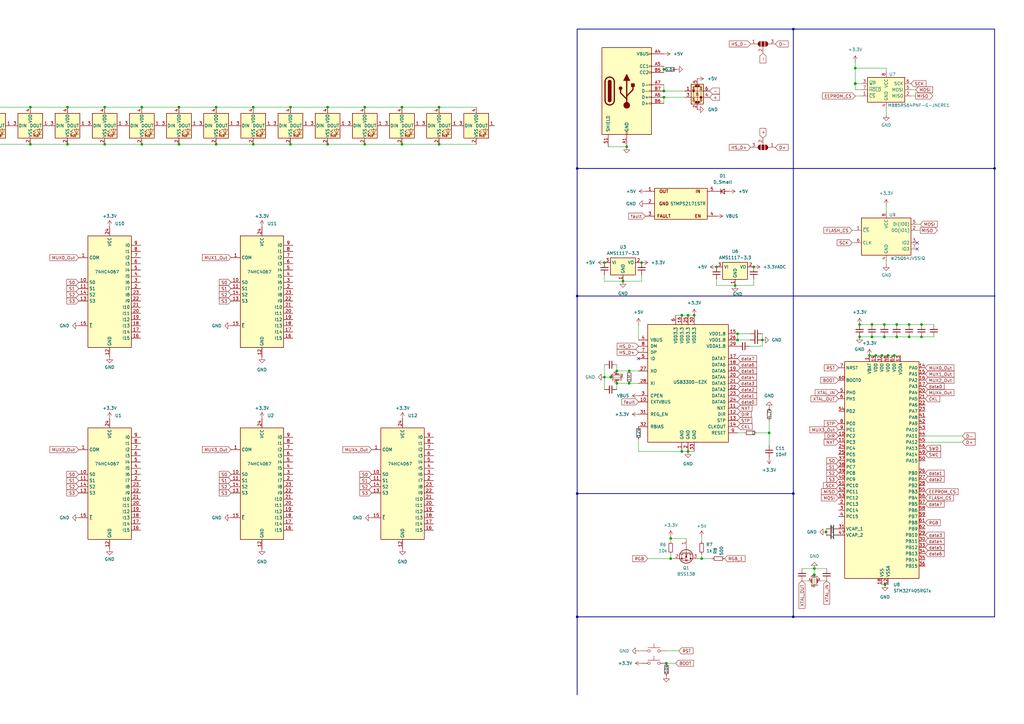
<source format=kicad_sch>
(kicad_sch (version 20241004) (generator "eeschema") (generator_version "8.99")
  (paper "A3")
  (lib_symbols
    (symbol "74xx:CD74HC4067M"
      (property "Reference" "U" (at -8.89 22.86 0))
      (property "Value" "CD74HC4067M" (at 1.27 22.86 0))
      (symbol "CD74HC4067M_1_1"
        (pin passive line (at -12.7 12.7 0) (length 3.81) (name "COM") (number "1"))
        (pin input line (at -12.7 2.54 0) (length 3.81) (name "S0") (number "10"))
        (pin input line (at -12.7 0 0) (length 3.81) (name "S1") (number "11"))
        (pin input line (at -12.7 -2.54 0) (length 3.81) (name "S2") (number "14"))
        (pin input line (at -12.7 -5.08 0) (length 3.81) (name "S3") (number "13"))
        (pin input line (at -12.7 -15.24 0) (length 3.81) (name "~{E}") (number "15"))
        (pin power_in line (at 0 25.4 270) (length 3.81) (name "VCC") (number "24"))
        (pin power_in line (at 0 -27.94 90) (length 3.81) (name "GND") (number "12"))
        (pin passive line (at 12.7 17.78 180) (length 3.81) (name "I0") (number "9"))
        (pin passive line (at 12.7 15.24 180) (length 3.81) (name "I1") (number "8"))
        (pin passive line (at 12.7 12.7 180) (length 3.81) (name "I2") (number "7"))
        (pin passive line (at 12.7 10.16 180) (length 3.81) (name "I3") (number "6"))
        (pin passive line (at 12.7 7.62 180) (length 3.81) (name "I4") (number "5"))
        (pin passive line (at 12.7 5.08 180) (length 3.81) (name "I5") (number "4"))
        (pin passive line (at 12.7 2.54 180) (length 3.81) (name "I6") (number "3"))
        (pin passive line (at 12.7 0 180) (length 3.81) (name "I7") (number "2"))
        (pin passive line (at 12.7 -2.54 180) (length 3.81) (name "I8") (number "23"))
        (pin passive line (at 12.7 -5.08 180) (length 3.81) (name "I9") (number "22"))
        (pin passive line (at 12.7 -7.62 180) (length 3.81) (name "I10") (number "21"))
        (pin passive line (at 12.7 -10.16 180) (length 3.81) (name "I11") (number "20"))
        (pin passive line (at 12.7 -12.7 180) (length 3.81) (name "I12") (number "19"))
        (pin passive line (at 12.7 -15.24 180) (length 3.81) (name "I13") (number "18"))
        (pin passive line (at 12.7 -17.78 180) (length 3.81) (name "I14") (number "17"))
        (pin passive line (at 12.7 -20.32 180) (length 3.81) (name "I15") (number "16"))
      )
    )
    (symbol "Connector:USB_C_Receptacle_USB2.0_14P" (pin_names (offset 1.016))
      (property "Reference" "J" (at 0 22.225 0))
      (property "Value" "USB_C_Receptacle_USB2.0_14P" (at 0 19.685 0))
      (symbol "USB_C_Receptacle_USB2.0_14P_1_1"
        (pin passive line (at -7.62 -22.86 90) (length 5.08) (name "SHIELD") (number "S1"))
        (pin passive line (at 0 -22.86 90) (length 5.08) (name "GND") (number "A1"))
        (pin passive line (at 0 -22.86 90) (length 5.08) (hide yes) (name "GND") (number "A12"))
        (pin passive line (at 0 -22.86 90) (length 5.08) (hide yes) (name "GND") (number "B1"))
        (pin passive line (at 0 -22.86 90) (length 5.08) (hide yes) (name "GND") (number "B12"))
        (pin passive line (at 15.24 15.24 180) (length 5.08) (name "VBUS") (number "A4"))
        (pin passive line (at 15.24 15.24 180) (length 5.08) (hide yes) (name "VBUS") (number "A9"))
        (pin passive line (at 15.24 15.24 180) (length 5.08) (hide yes) (name "VBUS") (number "B4"))
        (pin passive line (at 15.24 15.24 180) (length 5.08) (hide yes) (name "VBUS") (number "B9"))
        (pin bidirectional line (at 15.24 10.16 180) (length 5.08) (name "CC1") (number "A5"))
        (pin bidirectional line (at 15.24 7.62 180) (length 5.08) (name "CC2") (number "B5"))
        (pin bidirectional line (at 15.24 2.54 180) (length 5.08) (name "D-") (number "A7"))
        (pin bidirectional line (at 15.24 0 180) (length 5.08) (name "D-") (number "B7"))
        (pin bidirectional line (at 15.24 -2.54 180) (length 5.08) (name "D+") (number "A6"))
        (pin bidirectional line (at 15.24 -5.08 180) (length 5.08) (name "D+") (number "B6"))
      )
    )
    (symbol "Device:C_Small" (pin_numbers (hide yes)) (pin_names (offset 0.254) (hide yes))
      (property "Reference" "C" (at 0.254 1.778 0))
      (property "Value" "C_Small" (at 0.254 -2.032 0))
      (symbol "C_Small_1_1"
        (pin passive line (at 0 2.54 270) (length 2.032) (name "~") (number "1"))
        (pin passive line (at 0 -2.54 90) (length 2.032) (name "~") (number "2"))
      )
    )
    (symbol "Device:Crystal_GND24_Small" (pin_names (offset 1.016) (hide yes))
      (property "Reference" "Y" (at 1.27 4.445 0))
      (property "Value" "Crystal_GND24_Small" (at 1.27 2.54 0))
      (symbol "Crystal_GND24_Small_1_1"
        (pin passive line (at -2.54 0 0) (length 1.27) (name "1") (number "1"))
        (pin passive line (at 0 2.54 270) (length 0.635) (name "4") (number "4"))
        (pin passive line (at 0 -2.54 90) (length 0.635) (name "2") (number "2"))
        (pin passive line (at 2.54 0 180) (length 1.27) (name "3") (number "3"))
      )
    )
    (symbol "Device:D_Small" (pin_numbers (hide yes)) (pin_names (offset 0.254) (hide yes))
      (property "Reference" "D" (at -1.27 2.032 0))
      (property "Value" "D_Small" (at -3.81 -2.032 0))
      (symbol "D_Small_1_1"
        (pin passive line (at -2.54 0 0) (length 1.778) (name "K") (number "1"))
        (pin passive line (at 2.54 0 180) (length 1.778) (name "A") (number "2"))
      )
    )
    (symbol "Device:R_Small" (pin_numbers (hide yes)) (pin_names (offset 0.254) (hide yes))
      (property "Reference" "R" (at 0.762 0.508 0))
      (property "Value" "R_Small" (at 0.762 -1.016 0))
      (symbol "R_Small_1_1"
        (pin passive line (at 0 2.54 270) (length 0.762) (name "~") (number "1"))
        (pin passive line (at 0 -2.54 90) (length 0.762) (name "~") (number "2"))
      )
    )
    (symbol "HallEffect:SLSS49E_1 RGB"
      (property "Reference" "SW" (at 3.556 -6.604 0))
      (symbol "SLSS49E_1 RGB_1_1"
        (pin power_in line (at -7.62 7.62 0) (length 2.54) (name "VSS") (number "4"))
        (pin input line (at -7.62 5.08 0) (length 2.54) (name "DIN") (number "5"))
        (pin input line (at -7.62 1.27 0) (length 2.54) (name "GND") (number "2"))
        (pin input line (at 0 -7.62 90) (length 2.54) (name "OUT") (number "3"))
        (pin output line (at 7.62 7.62 180) (length 2.54) (name "DOUT") (number "6"))
        (pin power_in line (at 7.62 5.08 180) (length 2.54) (name "VDD") (number "7"))
        (pin input line (at 7.62 1.27 180) (length 2.54) (name "VDD") (number "1"))
      )
    )
    (symbol "Interface_USB:USB3300-EZK" (pin_names (offset 1.016))
      (property "Reference" "U" (at 0 1.27 0))
      (property "Value" "USB3300-EZK" (at 0 -1.27 0))
      (symbol "USB3300-EZK_1_1"
        (pin power_in line (at -20.32 17.78 0) (length 3.81) (name "VBUS") (number "4"))
        (pin bidirectional line (at -20.32 15.24 0) (length 3.81) (name "DM") (number "8"))
        (pin bidirectional line (at -20.32 12.7 0) (length 3.81) (name "DP") (number "7"))
        (pin input line (at -20.32 10.16 0) (length 3.81) (name "ID") (number "5"))
        (pin output line (at -20.32 5.08 0) (length 3.81) (name "XO") (number "27"))
        (pin input line (at -20.32 0 0) (length 3.81) (name "XI") (number "28"))
        (pin output line (at -20.32 -5.08 0) (length 3.81) (name "CPEN") (number "3"))
        (pin input line (at -20.32 -7.62 0) (length 3.81) (name "EXTVBUS") (number "10"))
        (pin bidirectional line (at -20.32 -12.7 0) (length 3.81) (name "REG_EN") (number "31"))
        (pin passive line (at -20.32 -17.78 0) (length 3.81) (name "RBIAS") (number "32"))
        (pin power_in line (at -5.08 27.94 270) (length 3.81) (name "VDD3.3") (number "6"))
        (pin power_in line (at -2.54 27.94 270) (length 3.81) (name "VDD3.3") (number "16"))
        (pin power_in line (at -2.54 -27.94 90) (length 3.81) (name "GND") (number "1"))
        (pin power_in line (at 0 27.94 270) (length 3.81) (name "VDD3.3") (number "25"))
        (pin power_in line (at 0 -27.94 90) (length 3.81) (name "GND") (number "2"))
        (pin power_in line (at 2.54 27.94 270) (length 3.81) (name "VDD3.3") (number "30"))
        (pin power_in line (at 2.54 -27.94 90) (length 3.81) (name "GND") (number "33"))
        (pin power_out line (at 20.32 20.32 180) (length 3.81) (name "VDD1.8") (number "15"))
        (pin power_out line (at 20.32 17.78 180) (length 3.81) (name "VDD1.8") (number "26"))
        (pin power_out line (at 20.32 15.24 180) (length 3.81) (name "VDDA1.8") (number "29"))
        (pin bidirectional line (at 20.32 10.16 180) (length 3.81) (name "DATA7") (number "17"))
        (pin bidirectional line (at 20.32 7.62 180) (length 3.81) (name "DATA6") (number "18"))
        (pin bidirectional line (at 20.32 5.08 180) (length 3.81) (name "DATA5") (number "19"))
        (pin bidirectional line (at 20.32 2.54 180) (length 3.81) (name "DATA4") (number "20"))
        (pin bidirectional line (at 20.32 0 180) (length 3.81) (name "DATA3") (number "21"))
        (pin bidirectional line (at 20.32 -2.54 180) (length 3.81) (name "DATA2") (number "22"))
        (pin bidirectional line (at 20.32 -5.08 180) (length 3.81) (name "DATA1") (number "23"))
        (pin bidirectional line (at 20.32 -7.62 180) (length 3.81) (name "DATA0") (number "24"))
        (pin output line (at 20.32 -10.16 180) (length 3.81) (name "NXT") (number "11"))
        (pin output line (at 20.32 -12.7 180) (length 3.81) (name "DIR") (number "12"))
        (pin input line (at 20.32 -15.24 180) (length 3.81) (name "STP") (number "13"))
        (pin output line (at 20.32 -17.78 180) (length 3.81) (name "CLKOUT") (number "14"))
        (pin input line (at 20.32 -20.32 180) (length 3.81) (name "RESET") (number "9"))
      )
    )
    (symbol "Jumper:SolderJumper_3_Open" (pin_names (offset 0) (hide yes)) (exclude_from_sim yes) (in_bom no)
      (property "Reference" "JP" (at -2.54 -2.54 0))
      (property "Value" "SolderJumper_3_Open" (at 0 2.794 0))
      (symbol "SolderJumper_3_Open_1_1"
        (pin passive line (at -5.08 0 0) (length 2.54) (name "A") (number "1"))
        (pin passive line (at 0 -3.81 90) (length 2.54) (name "C") (number "2"))
        (pin passive line (at 5.08 0 180) (length 2.54) (name "B") (number "3"))
      )
    )
    (symbol "LED:WS2812B-2020" (pin_names (offset 0.254))
      (property "Reference" "D" (at 5.08 5.715 0))
      (property "Value" "WS2812B-2020" (at 1.27 -5.715 0))
      (symbol "WS2812B-2020_0_0"
        (text "RGB" (at 2.286 -4.191 0) (effects (font (size 0.762 0.762))))
      )
      (symbol "WS2812B-2020_1_1"
        (pin input line (at -7.62 0 0) (length 2.54) (name "DIN") (number "3"))
        (pin power_in line (at 0 7.62 270) (length 2.54) (name "VDD") (number "4"))
        (pin power_in line (at 0 -7.62 90) (length 2.54) (name "VSS") (number "2"))
        (pin output line (at 7.62 0 180) (length 2.54) (name "DOUT") (number "1"))
      )
    )
    (symbol "MCU_ST_STM32F4:STM32F405RGTx"
      (property "Reference" "U" (at -15.24 46.99 0))
      (property "Value" "STM32F405RGTx" (at 10.16 46.99 0))
      (symbol "STM32F405RGTx_1_1"
        (pin input line (at -17.78 43.18 0) (length 2.54) (name "NRST") (number "7"))
        (pin input line (at -17.78 38.1 0) (length 2.54) (name "BOOT0") (number "60"))
        (pin bidirectional line (at -17.78 33.02 0) (length 2.54) (name "PH0") (number "5"))
        (pin bidirectional line (at -17.78 30.48 0) (length 2.54) (name "PH1") (number "6"))
        (pin bidirectional line (at -17.78 25.4 0) (length 2.54) (name "PD2") (number "54"))
        (pin bidirectional line (at -17.78 20.32 0) (length 2.54) (name "PC0") (number "8"))
        (pin bidirectional line (at -17.78 17.78 0) (length 2.54) (name "PC1") (number "9"))
        (pin bidirectional line (at -17.78 15.24 0) (length 2.54) (name "PC2") (number "10"))
        (pin bidirectional line (at -17.78 12.7 0) (length 2.54) (name "PC3") (number "11"))
        (pin bidirectional line (at -17.78 10.16 0) (length 2.54) (name "PC4") (number "24"))
        (pin bidirectional line (at -17.78 7.62 0) (length 2.54) (name "PC5") (number "25"))
        (pin bidirectional line (at -17.78 5.08 0) (length 2.54) (name "PC6") (number "37"))
        (pin bidirectional line (at -17.78 2.54 0) (length 2.54) (name "PC7") (number "38"))
        (pin bidirectional line (at -17.78 0 0) (length 2.54) (name "PC8") (number "39"))
        (pin bidirectional line (at -17.78 -2.54 0) (length 2.54) (name "PC9") (number "40"))
        (pin bidirectional line (at -17.78 -5.08 0) (length 2.54) (name "PC10") (number "51"))
        (pin bidirectional line (at -17.78 -7.62 0) (length 2.54) (name "PC11") (number "52"))
        (pin bidirectional line (at -17.78 -10.16 0) (length 2.54) (name "PC12") (number "53"))
        (pin bidirectional line (at -17.78 -12.7 0) (length 2.54) (name "PC13") (number "2"))
        (pin bidirectional line (at -17.78 -15.24 0) (length 2.54) (name "PC14") (number "3"))
        (pin bidirectional line (at -17.78 -17.78 0) (length 2.54) (name "PC15") (number "4"))
        (pin power_out line (at -17.78 -22.86 0) (length 2.54) (name "VCAP_1") (number "31"))
        (pin power_out line (at -17.78 -25.4 0) (length 2.54) (name "VCAP_2") (number "47"))
        (pin power_in line (at -5.08 48.26 270) (length 2.54) (name "VBAT") (number "1"))
        (pin power_in line (at -2.54 48.26 270) (length 2.54) (name "VDD") (number "19"))
        (pin power_in line (at 0 48.26 270) (length 2.54) (name "VDD") (number "32"))
        (pin power_in line (at 0 -45.72 90) (length 2.54) (name "VSS") (number "18"))
        (pin passive line (at 0 -45.72 90) (length 2.54) (hide yes) (name "VSS") (number "63"))
        (pin power_in line (at 2.54 48.26 270) (length 2.54) (name "VDD") (number "48"))
        (pin power_in line (at 2.54 -45.72 90) (length 2.54) (name "VSSA") (number "12"))
        (pin power_in line (at 5.08 48.26 270) (length 2.54) (name "VDD") (number "64"))
        (pin power_in line (at 7.62 48.26 270) (length 2.54) (name "VDDA") (number "13"))
        (pin bidirectional line (at 17.78 43.18 180) (length 2.54) (name "PA0") (number "14"))
        (pin bidirectional line (at 17.78 40.64 180) (length 2.54) (name "PA1") (number "15"))
        (pin bidirectional line (at 17.78 38.1 180) (length 2.54) (name "PA2") (number "16"))
        (pin bidirectional line (at 17.78 35.56 180) (length 2.54) (name "PA3") (number "17"))
        (pin bidirectional line (at 17.78 33.02 180) (length 2.54) (name "PA4") (number "20"))
        (pin bidirectional line (at 17.78 30.48 180) (length 2.54) (name "PA5") (number "21"))
        (pin bidirectional line (at 17.78 27.94 180) (length 2.54) (name "PA6") (number "22"))
        (pin bidirectional line (at 17.78 25.4 180) (length 2.54) (name "PA7") (number "23"))
        (pin bidirectional line (at 17.78 22.86 180) (length 2.54) (name "PA8") (number "41"))
        (pin bidirectional line (at 17.78 20.32 180) (length 2.54) (name "PA9") (number "42"))
        (pin bidirectional line (at 17.78 17.78 180) (length 2.54) (name "PA10") (number "43"))
        (pin bidirectional line (at 17.78 15.24 180) (length 2.54) (name "PA11") (number "44"))
        (pin bidirectional line (at 17.78 12.7 180) (length 2.54) (name "PA12") (number "45"))
        (pin bidirectional line (at 17.78 10.16 180) (length 2.54) (name "PA13") (number "46"))
        (pin bidirectional line (at 17.78 7.62 180) (length 2.54) (name "PA14") (number "49"))
        (pin bidirectional line (at 17.78 5.08 180) (length 2.54) (name "PA15") (number "50"))
        (pin bidirectional line (at 17.78 0 180) (length 2.54) (name "PB0") (number "26"))
        (pin bidirectional line (at 17.78 -2.54 180) (length 2.54) (name "PB1") (number "27"))
        (pin bidirectional line (at 17.78 -5.08 180) (length 2.54) (name "PB2") (number "28"))
        (pin bidirectional line (at 17.78 -7.62 180) (length 2.54) (name "PB3") (number "55"))
        (pin bidirectional line (at 17.78 -10.16 180) (length 2.54) (name "PB4") (number "56"))
        (pin bidirectional line (at 17.78 -12.7 180) (length 2.54) (name "PB5") (number "57"))
        (pin bidirectional line (at 17.78 -15.24 180) (length 2.54) (name "PB6") (number "58"))
        (pin bidirectional line (at 17.78 -17.78 180) (length 2.54) (name "PB7") (number "59"))
        (pin bidirectional line (at 17.78 -20.32 180) (length 2.54) (name "PB8") (number "61"))
        (pin bidirectional line (at 17.78 -22.86 180) (length 2.54) (name "PB9") (number "62"))
        (pin bidirectional line (at 17.78 -25.4 180) (length 2.54) (name "PB10") (number "29"))
        (pin bidirectional line (at 17.78 -27.94 180) (length 2.54) (name "PB11") (number "30"))
        (pin bidirectional line (at 17.78 -30.48 180) (length 2.54) (name "PB12") (number "33"))
        (pin bidirectional line (at 17.78 -33.02 180) (length 2.54) (name "PB13") (number "34"))
        (pin bidirectional line (at 17.78 -35.56 180) (length 2.54) (name "PB14") (number "35"))
        (pin bidirectional line (at 17.78 -38.1 180) (length 2.54) (name "PB15") (number "36"))
      )
    )
    (symbol "Memory_EEPROM:AT25xxx"
      (property "Reference" "U" (at -7.62 6.35 0))
      (property "Value" "AT25xxx" (at 2.54 -6.35 0))
      (symbol "AT25xxx_1_1"
        (pin input line (at -10.16 2.54 0) (length 2.54) (name "~{WP}") (number "3"))
        (pin input line (at -10.16 0 0) (length 2.54) (name "~{HOLD}") (number "7"))
        (pin input line (at -10.16 -2.54 0) (length 2.54) (name "~{CS}") (number "1"))
        (pin power_in line (at 0 7.62 270) (length 2.54) (name "VCC") (number "8"))
        (pin power_in line (at 0 -7.62 90) (length 2.54) (name "GND") (number "4"))
        (pin input line (at 10.16 2.54 180) (length 2.54) (name "SCK") (number "6"))
        (pin input line (at 10.16 0 180) (length 2.54) (name "MOSI") (number "5"))
        (pin tri_state line (at 10.16 -2.54 180) (length 2.54) (name "MISO") (number "2"))
      )
    )
    (symbol "Memory_Flash:W25Q32JVSS"
      (property "Reference" "U" (at -8.89 8.89 0))
      (property "Value" "W25Q32JVSS" (at 7.62 8.89 0))
      (symbol "W25Q32JVSS_1_1"
        (pin input line (at -12.7 2.54 0) (length 2.54) (name "~{CS}") (number "1"))
        (pin input line (at -12.7 -2.54 0) (length 2.54) (name "CLK") (number "6"))
        (pin power_in line (at 0 10.16 270) (length 2.54) (name "VCC") (number "8"))
        (pin power_in line (at 0 -10.16 90) (length 2.54) (name "GND") (number "4"))
        (pin bidirectional line (at 12.7 5.08 180) (length 2.54) (name "DI(IO0)") (number "5"))
        (pin bidirectional line (at 12.7 2.54 180) (length 2.54) (name "DO(IO1)") (number "2"))
        (pin bidirectional line (at 12.7 -2.54 180) (length 2.54) (name "IO2") (number "3"))
        (pin bidirectional line (at 12.7 -5.08 180) (length 2.54) (name "IO3") (number "7"))
      )
    )
    (symbol "Power_Protection:USBLC6-2SC6" (pin_names (hide yes))
      (property "Reference" "U" (at 0.635 5.715 0))
      (property "Value" "USBLC6-2SC6" (at 0.635 3.81 0))
      (symbol "USBLC6-2SC6_1_1"
        (pin passive line (at -5.08 0 0) (length 2.54) (name "I/O1") (number "1"))
        (pin passive line (at -5.08 -2.54 0) (length 2.54) (name "I/O2") (number "3"))
        (pin passive line (at 0 5.08 270) (length 2.54) (name "VBUS") (number "5"))
        (pin passive line (at 0 -7.62 90) (length 2.54) (name "GND") (number "2"))
        (pin passive line (at 5.08 0 180) (length 2.54) (name "I/O1") (number "6"))
        (pin passive line (at 5.08 -2.54 180) (length 2.54) (name "I/O2") (number "4"))
      )
    )
    (symbol "Regulator_Linear:AMS1117-3.3"
      (property "Reference" "U" (at -3.81 3.175 0))
      (property "Value" "AMS1117-3.3" (at 0 3.175 0))
      (symbol "AMS1117-3.3_1_1"
        (pin power_in line (at -7.62 0 0) (length 2.54) (name "VI") (number "3"))
        (pin power_in line (at 0 -7.62 90) (length 2.54) (name "GND") (number "1"))
        (pin power_out line (at 7.62 0 180) (length 2.54) (name "VO") (number "2"))
      )
    )
    (symbol "STMPS2171STR:Conn_01x01" (pin_names (offset 1.016) (hide yes))
      (symbol "Conn_01x01_1_1"
        (text "OUT" (at 2.54 10.16 0) (effects (font (size 1.27 1.27) (thickness 0.254) (bold yes))))
        (text "GND" (at 2.54 5.08 0) (effects (font (size 1.27 1.27) (thickness 0.254) (bold yes))))
        (text "FAULT" (at 2.54 0 0) (effects (font (size 1.27 1.27) (thickness 0.254) (bold yes))))
        (text "IN" (at 16.51 10.16 0) (effects (font (size 1.27 1.27) (thickness 0.254) (bold yes))))
        (text "EN" (at 16.51 0 0) (effects (font (size 1.27 1.27) (thickness 0.254) (bold yes))))
        (pin passive line (at -5.08 10.16 0) (length 3.81) (name "Pin_1") (number "1"))
        (pin passive line (at -5.08 5.08 0) (length 3.81) (name "Pin_2") (number "2"))
        (pin passive line (at -5.08 0 0) (length 3.81) (name "Pin_3") (number "3"))
        (pin passive line (at 24.13 10.16 180) (length 3.81) (name "Pin_5") (number "5"))
        (pin passive line (at 24.13 0 180) (length 3.81) (name "Pin_4") (number "4"))
      )
    )
    (symbol "Switch:SW_Push" (pin_numbers (hide yes)) (pin_names (offset 1.016) (hide yes))
      (property "Reference" "SW" (at 1.27 2.54 0))
      (property "Value" "SW_Push" (at 0 -1.524 0))
      (symbol "SW_Push_0_1"
        (pin passive line (at -5.08 0 0) (length 2.54) (name "1") (number "1"))
        (pin passive line (at 5.08 0 180) (length 2.54) (name "2") (number "2"))
      )
    )
    (symbol "Transistor_FET:BSS138" (pin_names (hide yes))
      (property "Reference" "Q" (at 5.08 1.905 0))
      (property "Value" "BSS138" (at 5.08 0 0))
      (symbol "BSS138_1_1"
        (pin input line (at -5.08 0 0) (length 2.54) (name "G") (number "1"))
        (pin passive line (at 2.54 5.08 270) (length 2.54) (name "D") (number "3"))
        (pin passive line (at 2.54 -5.08 90) (length 2.54) (name "S") (number "2"))
      )
    )
    (symbol "power:+3.3V" (power) (pin_numbers (hide yes)) (pin_names (offset 0) (hide yes))
      (property "Value" "+3.3V" (at 0 3.556 0))
      (symbol "+3.3V_1_1"
        (pin power_in line (at 0 0 90) (length 0) (name "~") (number "1"))
      )
    )
    (symbol "power:+3.3VADC" (power) (pin_numbers (hide yes)) (pin_names (offset 0) (hide yes))
      (property "Value" "+3.3VADC" (at 0 3.556 0))
      (symbol "+3.3VADC_0_0"
        (pin power_in line (at 0 0 90) (length 0) (name "~") (number "1"))
      )
    )
    (symbol "power:+5V" (power) (pin_numbers (hide yes)) (pin_names (offset 0) (hide yes))
      (property "Value" "+5V" (at 0 3.556 0))
      (symbol "+5V_1_1"
        (pin power_in line (at 0 0 90) (length 0) (name "~") (number "1"))
      )
    )
    (symbol "power:GND" (power) (pin_numbers (hide yes)) (pin_names (offset 0) (hide yes))
      (property "Value" "GND" (at 0 -3.81 0))
      (symbol "GND_1_1"
        (pin power_in line (at 0 0 270) (length 0) (name "~") (number "1"))
      )
    )
    (symbol "power:VBUS" (power) (pin_numbers (hide yes)) (pin_names (offset 0) (hide yes))
      (property "Value" "VBUS" (at 0 3.556 0))
      (symbol "VBUS_1_1"
        (pin power_in line (at 0 0 90) (length 0) (name "~") (number "1"))
      )
    )
  )
  (junction (at 357.632 133.096))
  (junction (at 272.288 37.338))
  (junction (at 236.728 252.984))
  (junction (at 293.878 109.474))
  (junction (at 164.846 43.942))
  (junction (at 350.774 27.94))
  (junction (at -63.754 43.942))
  (junction (at 88.646 43.942))
  (junction (at 407.924 69.088))
  (junction (at -94.234 59.182))
  (junction (at 247.904 154.686))
  (junction (at 42.926 59.182))
  (junction (at 282.194 185.166))
  (junction (at 273.304 272.034))
  (junction (at 236.728 69.088))
  (junction (at 257.048 60.198))
  (junction (at 103.886 59.182))
  (junction (at 361.696 145.796))
  (junction (at 164.846 59.182))
  (junction (at 359.156 145.796))
  (junction (at 315.468 177.546))
  (junction (at -18.034 59.182))
  (junction (at -2.794 43.942))
  (junction (at 252.984 152.146))
  (junction (at 134.366 43.942))
  (junction (at 350.774 34.29) (diameter 1.016))
  (junction (at 301.498 117.094))
  (junction (at 364.236 145.796))
  (junction (at -33.274 59.182))
  (junction (at 356.616 145.796))
  (junction (at 279.654 129.286))
  (junction (at -63.754 59.182))
  (junction (at -94.234 43.942))
  (junction (at 236.728 202.438))
  (junction (at 362.712 138.176))
  (junction (at 325.374 202.438))
  (junction (at 12.446 43.942))
  (junction (at 287.782 229.108))
  (junction (at 250.444 154.686))
  (junction (at 302.514 136.906))
  (junction (at 258.064 152.146))
  (junction (at 279.654 185.166))
  (junction (at 334.01 235.712))
  (junction (at 119.126 59.182))
  (junction (at 377.952 138.176))
  (junction (at 282.194 129.286))
  (junction (at -2.794 59.182))
  (junction (at 236.728 121.412))
  (junction (at 377.952 133.096))
  (junction (at 252.984 157.226))
  (junction (at -48.514 59.182))
  (junction (at 284.734 129.286))
  (junction (at 275.082 229.108))
  (junction (at 352.552 133.096))
  (junction (at 272.288 39.878))
  (junction (at 27.686 59.182))
  (junction (at -18.034 43.942))
  (junction (at 180.086 43.942))
  (junction (at 357.632 138.176))
  (junction (at 272.288 28.448))
  (junction (at 258.064 157.226))
  (junction (at 366.776 145.796))
  (junction (at 325.374 11.938))
  (junction (at 180.086 59.182))
  (junction (at 119.126 43.942))
  (junction (at 12.446 59.182))
  (junction (at -48.514 43.942))
  (junction (at 338.836 218.186))
  (junction (at 58.166 43.942))
  (junction (at 73.406 59.182))
  (junction (at 367.792 133.096))
  (junction (at 58.166 59.182))
  (junction (at 312.674 139.446))
  (junction (at 334.01 233.172))
  (junction (at 302.514 139.446))
  (junction (at 362.712 133.096))
  (junction (at 88.646 59.182))
  (junction (at 372.872 138.176))
  (junction (at 372.872 133.096))
  (junction (at -78.994 43.942))
  (junction (at 103.886 43.942))
  (junction (at 263.144 107.696))
  (junction (at 352.552 138.176))
  (junction (at 367.792 138.176))
  (junction (at 149.606 59.182))
  (junction (at -78.994 59.182))
  (junction (at 362.966 239.776))
  (junction (at 255.524 115.316))
  (junction (at 247.904 107.696))
  (junction (at 42.926 43.942))
  (junction (at 309.118 109.474))
  (junction (at 73.406 43.942))
  (junction (at -33.274 43.942))
  (junction (at 27.686 43.942))
  (junction (at 134.366 59.182))
  (junction (at 149.606 43.942))
  (junction (at 275.082 220.853))
  (junction (at 325.374 252.984))
  (no_connect (at 376.174 99.568))
  (no_connect (at 261.874 147.066))
  (no_connect (at 376.174 102.108))
  (wire (pts (xy 287.782 229.108) (xy 287.782 227.203)))
  (wire (pts (xy 362.712 138.176) (xy 367.792 138.176)))
  (wire (pts (xy 275.082 227.203) (xy 275.082 229.108)))
  (wire (pts (xy 287.782 220.218) (xy 287.782 222.123)))
  (wire (pts (xy 57.15 -125.73) (xy 59.944 -125.73)))
  (wire (pts (xy 229.87 -149.86) (xy 232.918 -149.86)))
  (wire (pts (xy 73.406 43.942) (xy 88.646 43.942)))
  (wire (pts (xy 144.78 -70.104) (xy 144.78 -67.31)))
  (wire (pts (xy 227.076 -125.222) (xy 229.87 -125.222)))
  (wire (pts (xy 272.542 -122.428) (xy 275.336 -122.428)))
  (wire (pts (xy 372.872 138.176) (xy 377.952 138.176)))
  (wire (pts (xy 16.764 -159.512) (xy 16.764 -123.19)))
  (wire (pts (xy 123.698 -122.936) (xy 126.746 -122.936)))
  (wire (pts (xy 338.836 218.186) (xy 338.836 219.456)))
  (wire (pts (xy 293.878 117.094) (xy 301.498 117.094)))
  (wire (pts (xy -48.514 43.942) (xy -33.274 43.942)))
  (wire (pts (xy 205.74 -97.028) (xy 208.788 -97.028)))
  (wire (pts (xy 258.064 152.146) (xy 261.874 152.146)))
  (wire (pts (xy 251.206 -122.428) (xy 254.254 -122.428)))
  (wire (pts (xy 272.542 -149.86) (xy 275.336 -149.86)))
  (wire (pts (xy 205.74 -69.85) (xy 208.788 -69.85)))
  (wire (pts (xy 350.774 27.94) (xy 363.474 27.94)))
  (wire (pts (xy 367.792 138.176) (xy 372.872 138.176)))
  (wire (pts (xy 350.774 27.94) (xy 350.774 34.29)))
  (wire (pts (xy 272.288 27.178) (xy 272.288 28.448)))
  (wire (pts (xy 40.64 -34.798) (xy 40.64 -32.258)))
  (wire (pts (xy 59.944 -122.936) (xy 62.992 -122.936)))
  (wire (pts (xy 247.904 112.776) (xy 247.904 115.316)))
  (wire (pts (xy 134.366 59.182) (xy 149.606 59.182)))
  (wire (pts (xy 208.788 -67.31) (xy 211.836 -67.31)))
  (wire (pts (xy 141.986 -125.476) (xy 144.78 -125.476)))
  (wire (pts (xy 272.542 -152.4) (xy 272.542 -149.86)))
  (wire (pts (xy 184.404 -69.85) (xy 187.452 -69.85)))
  (wire (pts (xy 252.984 149.606) (xy 252.984 152.146)))
  (wire (pts (xy 166.116 -67.31) (xy 169.164 -67.31)))
  (wire (pts (xy 38.862 -67.818) (xy 41.91 -67.818)))
  (wire (pts (xy 78.232 -125.476) (xy 81.28 -125.476)))
  (wire (pts (xy 123.698 -125.476) (xy 123.698 -122.936)))
  (wire (pts (xy 187.452 -67.31) (xy 190.5 -67.31)))
  (wire (pts (xy 265.684 229.108) (xy 275.082 229.108)))
  (wire (pts (xy 123.698 -152.908) (xy 123.698 -150.368)))
  (wire (pts (xy 362.966 239.776) (xy 364.236 239.776)))
  (wire (pts (xy 59.944 -70.358) (xy 59.944 -67.564)))
  (wire (pts (xy 229.87 -122.428) (xy 232.918 -122.428)))
  (bus (pts (xy 236.728 252.984) (xy 325.374 252.984)))
  (wire (pts (xy 352.552 133.096) (xy 357.632 133.096)))
  (wire (pts (xy 367.792 133.096) (xy 372.872 133.096)))
  (wire (pts (xy 102.616 -67.564) (xy 105.41 -67.564)))
  (wire (pts (xy 229.87 -67.056) (xy 232.918 -67.056)))
  (wire (pts (xy -18.034 43.942) (xy -2.794 43.942)))
  (wire (pts (xy 166.116 -152.654) (xy 166.116 -150.114)))
  (wire (pts (xy 187.452 -125.222) (xy 187.452 -122.682)))
  (wire (pts (xy 81.28 -97.282) (xy 81.28 -94.742)))
  (bus (pts (xy 236.728 252.984) (xy 236.728 284.988)))
  (wire (pts (xy 282.194 185.166) (xy 284.734 185.166)))
  (wire (pts (xy 350.774 25.4) (xy 350.774 27.94)))
  (wire (pts (xy 261.874 266.954) (xy 263.144 266.954)))
  (wire (pts (xy 57.15 -70.358) (xy 59.944 -70.358)))
  (wire (pts (xy 293.624 -152.4) (xy 293.624 -149.86)))
  (wire (pts (xy 83.058 -32.004) (xy 86.106 -32.004)))
  (wire (pts (xy 357.632 133.096) (xy 362.712 133.096)))
  (wire (pts (xy 227.076 -152.654) (xy 229.87 -152.654)))
  (wire (pts (xy 332.994 -152.146) (xy 332.994 -159.512)))
  (wire (pts (xy 281.432 220.853) (xy 275.082 220.853)))
  (wire (pts (xy 123.698 -150.368) (xy 126.746 -150.368)))
  (wire (pts (xy 81.28 -150.368) (xy 84.328 -150.368)))
  (wire (pts (xy 280.924 37.338) (xy 272.288 37.338)))
  (wire (pts (xy 184.404 -125.222) (xy 187.452 -125.222)))
  (wire (pts (xy 143.764 -34.544) (xy 146.558 -34.544)))
  (wire (pts (xy 102.616 -94.742) (xy 105.41 -94.742)))
  (wire (pts (xy 273.304 266.954) (xy 278.384 266.954)))
  (wire (pts (xy 101.346 -34.544) (xy 104.394 -34.544)))
  (wire (pts (xy 81.28 -122.936) (xy 84.328 -122.936)))
  (wire (pts (xy 166.116 -150.114) (xy 169.164 -150.114)))
  (wire (pts (xy 59.944 -97.536) (xy 59.944 -94.742)))
  (wire (pts (xy 180.086 43.942) (xy 195.326 43.942)))
  (wire (pts (xy 167.894 -31.75) (xy 170.942 -31.75)))
  (wire (pts (xy -48.514 59.182) (xy -33.274 59.182)))
  (wire (pts (xy 263.144 112.776) (xy 263.144 115.316)))
  (wire (pts (xy 104.394 -32.004) (xy 107.188 -32.004)))
  (wire (pts (xy 247.904 149.606) (xy 247.904 154.686)))
  (bus (pts (xy 325.374 11.938) (xy 407.924 11.938)))
  (wire (pts (xy 249.428 60.198) (xy 257.048 60.198)))
  (wire (pts (xy 61.722 -32.004) (xy 64.77 -32.004)))
  (wire (pts (xy 376.174 91.948) (xy 377.444 91.948)))
  (wire (pts (xy 208.788 -125.222) (xy 208.788 -122.682)))
  (wire (pts (xy 125.476 -32.004) (xy 128.524 -32.004)))
  (wire (pts (xy 263.144 115.316) (xy 255.524 115.316)))
  (wire (pts (xy 229.87 -152.654) (xy 229.87 -149.86)))
  (wire (pts (xy 81.28 -125.476) (xy 81.28 -122.936)))
  (wire (pts (xy 311.912 -152.4) (xy 314.706 -152.4)))
  (wire (pts (xy 144.78 -97.282) (xy 144.78 -94.488)))
  (wire (pts (xy 227.076 -97.028) (xy 229.87 -97.028)))
  (wire (pts (xy 57.15 -153.162) (xy 59.944 -153.162)))
  (wire (pts (xy 123.698 -97.282) (xy 123.698 -94.742)))
  (wire (pts (xy 102.616 -70.104) (xy 102.616 -67.564)))
  (wire (pts (xy 208.788 -122.682) (xy 211.836 -122.682)))
  (wire (pts (xy 38.862 -97.536) (xy 38.862 -94.996)))
  (bus (pts (xy 407.924 69.088) (xy 407.924 252.984)))
  (wire (pts (xy 102.616 -122.936) (xy 105.41 -122.936)))
  (wire (pts (xy 309.118 117.094) (xy 301.498 117.094)))
  (wire (pts (xy 38.862 -153.162) (xy 38.862 -150.622)))
  (wire (pts (xy 59.944 -150.368) (xy 62.992 -150.368)))
  (wire (pts (xy 279.654 129.286) (xy 282.194 129.286)))
  (wire (pts (xy 261.874 180.086) (xy 261.874 185.166)))
  (wire (pts (xy 251.206 -149.86) (xy 254.254 -149.86)))
  (wire (pts (xy 58.928 -34.798) (xy 61.722 -34.798)))
  (wire (pts (xy 229.87 -125.222) (xy 229.87 -122.428)))
  (wire (pts (xy 352.552 138.176) (xy 357.632 138.176)))
  (bus (pts (xy 325.374 252.984) (xy 407.924 252.984)))
  (wire (pts (xy 123.698 -67.564) (xy 126.746 -67.564)))
  (wire (pts (xy 357.632 138.176) (xy 362.712 138.176)))
  (wire (pts (xy 166.116 -69.85) (xy 166.116 -67.31)))
  (wire (pts (xy -33.274 59.182) (xy -18.034 59.182)))
  (wire (pts (xy 251.206 -152.4) (xy 251.206 -149.86)))
  (wire (pts (xy 361.696 145.796) (xy 364.236 145.796)))
  (wire (pts (xy 350.774 34.29) (xy 353.314 34.29)))
  (wire (pts (xy 309.118 114.554) (xy 309.118 117.094)))
  (wire (pts (xy 227.076 -69.85) (xy 229.87 -69.85)))
  (bus (pts (xy 236.728 69.088) (xy 236.728 121.412)))
  (wire (pts (xy 102.616 -152.908) (xy 102.616 -150.368)))
  (wire (pts (xy 258.064 157.226) (xy 261.874 157.226)))
  (wire (pts (xy 73.406 59.182) (xy 88.646 59.182)))
  (wire (pts (xy 248.158 -152.4) (xy 251.206 -152.4)))
  (wire (pts (xy 290.576 -124.968) (xy 293.624 -124.968)))
  (wire (pts (xy 363.474 84.328) (xy 363.474 86.868)))
  (wire (pts (xy 83.058 -34.544) (xy 83.058 -32.004)))
  (wire (pts (xy 184.404 -152.654) (xy 187.452 -152.654)))
  (bus (pts (xy 236.728 11.938) (xy 325.374 11.938)))
  (wire (pts (xy 78.232 -152.908) (xy 81.28 -152.908)))
  (wire (pts (xy 307.594 139.446) (xy 302.514 139.446)))
  (wire (pts (xy 272.542 -69.596) (xy 272.542 -67.056)))
  (wire (pts (xy 27.686 43.942) (xy 42.926 43.942)))
  (wire (pts (xy 187.452 -97.028) (xy 187.452 -94.488)))
  (wire (pts (xy 349.504 94.488) (xy 350.774 94.488)))
  (wire (pts (xy 144.78 -122.682) (xy 147.828 -122.682)))
  (wire (pts (xy 38.862 -94.996) (xy 41.91 -94.996)))
  (wire (pts (xy 57.15 -97.536) (xy 59.944 -97.536)))
  (wire (pts (xy 164.846 59.182) (xy 180.086 59.182)))
  (wire (pts (xy 99.568 -125.476) (xy 102.616 -125.476)))
  (wire (pts (xy 187.452 -152.654) (xy 187.452 -150.114)))
  (wire (pts (xy 281.432 221.488) (xy 281.432 220.853)))
  (wire (pts (xy 293.624 -122.428) (xy 296.672 -122.428)))
  (wire (pts (xy 166.116 -122.682) (xy 169.164 -122.682)))
  (bus (pts (xy 236.728 121.412) (xy 236.728 202.438)))
  (wire (pts (xy 164.846 43.942) (xy 180.086 43.942)))
  (wire (pts (xy 99.568 -70.104) (xy 102.616 -70.104)))
  (wire (pts (xy 35.814 -125.73) (xy 38.862 -125.73)))
  (wire (pts (xy 379.476 181.356) (xy 394.716 181.356)))
  (wire (pts (xy 269.494 -69.596) (xy 272.542 -69.596)))
  (wire (pts (xy 78.232 -97.282) (xy 81.28 -97.282)))
  (wire (pts (xy 315.468 172.466) (xy 315.468 177.546)))
  (wire (pts (xy 272.288 34.798) (xy 272.288 37.338)))
  (wire (pts (xy 120.65 -152.908) (xy 123.698 -152.908)))
  (wire (pts (xy 293.624 -124.968) (xy 293.624 -122.428)))
  (wire (pts (xy 38.862 -150.622) (xy 41.91 -150.622)))
  (wire (pts (xy 280.924 39.878) (xy 272.288 39.878)))
  (wire (pts (xy 58.166 43.942) (xy 73.406 43.942)))
  (wire (pts (xy 293.624 -149.86) (xy 296.672 -149.86)))
  (bus (pts (xy 325.374 202.438) (xy 325.374 252.984)))
  (wire (pts (xy 16.764 -123.19) (xy 20.574 -123.19)))
  (wire (pts (xy -94.234 43.942) (xy -78.994 43.942)))
  (wire (pts (xy 361.696 239.776) (xy 362.966 239.776)))
  (wire (pts (xy 166.116 -97.028) (xy 166.116 -94.488)))
  (wire (pts (xy 272.542 -124.968) (xy 272.542 -122.428)))
  (wire (pts (xy 167.894 -34.29) (xy 167.894 -31.75)))
  (wire (pts (xy -33.274 43.942) (xy -18.034 43.942)))
  (wire (pts (xy 144.78 -94.488) (xy 147.828 -94.488)))
  (wire (pts (xy 208.788 -97.028) (xy 208.788 -94.488)))
  (wire (pts (xy 363.474 27.94) (xy 363.474 29.21)))
  (wire (pts (xy 38.862 -70.358) (xy 38.862 -67.818)))
  (bus (pts (xy 407.924 11.938) (xy 407.924 69.088)))
  (wire (pts (xy 302.514 136.906) (xy 302.514 139.446)))
  (wire (pts (xy -2.794 43.942) (xy 12.446 43.942)))
  (wire (pts (xy -18.034 59.182) (xy -2.794 59.182)))
  (wire (pts (xy 373.634 39.37) (xy 375.539 39.37)))
  (wire (pts (xy 164.846 -34.29) (xy 167.894 -34.29)))
  (wire (pts (xy 328.93 238.252) (xy 331.47 238.252)))
  (wire (pts (xy 149.606 43.942) (xy 164.846 43.942)))
  (wire (pts (xy 272.542 -96.774) (xy 272.542 -94.234)))
  (wire (pts (xy 103.886 43.942) (xy 119.126 43.942)))
  (wire (pts (xy 269.494 -124.968) (xy 272.542 -124.968)))
  (wire (pts (xy 372.872 133.096) (xy 377.952 133.096)))
  (wire (pts (xy 99.568 -152.908) (xy 102.616 -152.908)))
  (wire (pts (xy 251.206 -96.774) (xy 251.206 -94.234)))
  (wire (pts (xy 312.674 136.906) (xy 312.674 139.446)))
  (wire (pts (xy 120.65 -97.282) (xy 123.698 -97.282)))
  (wire (pts (xy 38.862 -123.19) (xy 41.91 -123.19)))
  (wire (pts (xy 275.082 220.218) (xy 275.082 220.853)))
  (wire (pts (xy 180.086 59.182) (xy 195.326 59.182)))
  (wire (pts (xy 119.126 59.182) (xy 134.366 59.182)))
  (wire (pts (xy 269.494 -152.4) (xy 272.542 -152.4)))
  (wire (pts (xy 229.87 -97.028) (xy 229.87 -94.234)))
  (wire (pts (xy 229.87 -69.85) (xy 229.87 -67.056)))
  (wire (pts (xy 359.156 145.796) (xy 361.696 145.796)))
  (wire (pts (xy 247.904 154.686) (xy 250.444 154.686)))
  (wire (pts (xy -2.794 59.182) (xy 12.446 59.182)))
  (wire (pts (xy 252.984 152.146) (xy 258.064 152.146)))
  (wire (pts (xy 102.616 -125.476) (xy 102.616 -122.936)))
  (wire (pts (xy 376.174 94.488) (xy 377.444 94.488)))
  (wire (pts (xy 120.65 -125.476) (xy 123.698 -125.476)))
  (wire (pts (xy 102.616 -150.368) (xy 105.41 -150.368)))
  (wire (pts (xy 104.394 -34.544) (xy 104.394 -32.004)))
  (wire (pts (xy 38.862 -125.73) (xy 38.862 -123.19)))
  (wire (pts (xy 119.126 43.942) (xy 134.366 43.942)))
  (wire (pts (xy 35.814 -153.162) (xy 38.862 -153.162)))
  (wire (pts (xy 12.446 43.942) (xy 27.686 43.942)))
  (wire (pts (xy 251.206 -124.968) (xy 251.206 -122.428)))
  (wire (pts (xy 350.774 34.29) (xy 350.774 36.83)))
  (wire (pts (xy 134.366 43.942) (xy 149.606 43.942)))
  (wire (pts (xy 272.288 39.878) (xy 272.288 42.418)))
  (wire (pts (xy 310.388 177.546) (xy 315.468 177.546)))
  (wire (pts (xy 120.65 -70.104) (xy 123.698 -70.104)))
  (wire (pts (xy 366.776 145.796) (xy 369.316 145.796)))
  (wire (pts (xy 40.64 -32.258) (xy 43.688 -32.258)))
  (wire (pts (xy 12.446 59.182) (xy 27.686 59.182)))
  (wire (pts (xy 59.944 -153.162) (xy 59.944 -150.368)))
  (wire (pts (xy 290.576 -152.4) (xy 293.624 -152.4)))
  (wire (pts (xy -63.754 59.182) (xy -48.514 59.182)))
  (wire (pts (xy 102.616 -97.282) (xy 102.616 -94.742)))
  (wire (pts (xy 272.542 -94.234) (xy 275.336 -94.234)))
  (bus (pts (xy 236.728 202.438) (xy 236.728 252.984)))
  (wire (pts (xy 334.01 235.712) (xy 334.01 240.792)))
  (wire (pts (xy 314.706 -149.606) (xy 317.754 -149.606)))
  (bus (pts (xy 407.924 69.088) (xy 236.728 69.088)))
  (wire (pts (xy 184.404 -97.028) (xy 187.452 -97.028)))
  (wire (pts (xy 247.904 154.686) (xy 247.904 159.766)))
  (wire (pts (xy 305.308 177.546) (xy 302.514 177.546)))
  (wire (pts (xy 80.01 -34.544) (xy 83.058 -34.544)))
  (wire (pts (xy 275.082 229.108) (xy 276.352 229.108)))
  (wire (pts (xy 277.114 129.286) (xy 279.654 129.286)))
  (wire (pts (xy 144.78 -125.476) (xy 144.78 -122.682)))
  (wire (pts (xy 35.814 -97.536) (xy 38.862 -97.536)))
  (wire (pts (xy 248.158 -124.968) (xy 251.206 -124.968)))
  (wire (pts (xy 277.114 272.034) (xy 273.304 272.034)))
  (wire (pts (xy 251.206 -69.596) (xy 251.206 -67.056)))
  (wire (pts (xy 334.01 233.172) (xy 328.93 233.172)))
  (wire (pts (xy 187.452 -122.682) (xy 190.5 -122.682)))
  (wire (pts (xy 279.654 185.166) (xy 282.194 185.166)))
  (wire (pts (xy 99.568 -97.282) (xy 102.616 -97.282)))
  (wire (pts (xy 163.068 -152.654) (xy 166.116 -152.654)))
  (wire (pts (xy 286.512 229.108) (xy 287.782 229.108)))
  (wire (pts (xy 59.944 -125.73) (xy 59.944 -122.936)))
  (wire (pts (xy 78.232 -70.104) (xy 81.28 -70.104)))
  (bus (pts (xy 236.728 121.412) (xy 408.178 121.412)))
  (wire (pts (xy 334.01 233.172) (xy 334.01 235.712)))
  (wire (pts (xy -94.234 59.182) (xy -78.994 59.182)))
  (wire (pts (xy 81.28 -70.104) (xy 81.28 -67.564)))
  (wire (pts (xy 187.452 -150.114) (xy 190.5 -150.114)))
  (wire (pts (xy 287.782 229.108) (xy 292.1 229.108)))
  (wire (pts (xy 205.74 -152.654) (xy 208.788 -152.654)))
  (wire (pts (xy 252.984 159.766) (xy 252.984 157.226)))
  (wire (pts (xy 205.74 -125.222) (xy 208.788 -125.222)))
  (wire (pts (xy 364.236 145.796) (xy 366.776 145.796)))
  (wire (pts (xy 208.788 -94.488) (xy 211.836 -94.488)))
  (bus (pts (xy 236.728 11.938) (xy 236.728 69.088)))
  (wire (pts (xy 282.194 129.286) (xy 284.734 129.286)))
  (wire (pts (xy 251.206 -67.056) (xy 254.254 -67.056)))
  (wire (pts (xy 61.722 -34.798) (xy 61.722 -32.004)))
  (wire (pts (xy 59.944 -94.742) (xy 62.992 -94.742)))
  (wire (pts (xy 250.444 154.686) (xy 255.524 154.686)))
  (wire (pts (xy 208.788 -150.114) (xy 211.836 -150.114)))
  (wire (pts (xy 272.542 -67.056) (xy 275.336 -67.056)))
  (wire (pts (xy 141.986 -70.104) (xy 144.78 -70.104)))
  (wire (pts (xy 338.836 216.916) (xy 338.836 218.186)))
  (wire (pts (xy 35.814 -70.358) (xy 38.862 -70.358)))
  (wire (pts (xy 208.788 -152.654) (xy 208.788 -150.114)))
  (wire (pts (xy -78.994 43.942) (xy -63.754 43.942)))
  (wire (pts (xy 42.926 59.182) (xy 58.166 59.182)))
  (wire (pts (xy 261.874 133.096) (xy 261.874 139.446)))
  (wire (pts (xy 272.288 28.448) (xy 272.288 29.718)))
  (wire (pts (xy 141.986 -152.908) (xy 144.78 -152.908)))
  (wire (pts (xy 146.558 -34.544) (xy 146.558 -31.75)))
  (wire (pts (xy 144.78 -150.114) (xy 147.828 -150.114)))
  (wire (pts (xy 163.068 -125.222) (xy 166.116 -125.222)))
  (wire (pts (xy 353.314 39.37) (xy 350.774 39.37)))
  (wire (pts (xy 187.452 -69.85) (xy 187.452 -67.31)))
  (wire (pts (xy 293.878 114.554) (xy 293.878 117.094)))
  (wire (pts (xy 149.606 59.182) (xy 164.846 59.182)))
  (wire (pts (xy 144.78 -152.908) (xy 144.78 -150.114)))
  (wire (pts (xy 356.616 145.796) (xy 359.156 145.796)))
  (wire (pts (xy 307.594 136.906) (xy 302.514 136.906)))
  (wire (pts (xy 81.28 -67.564) (xy 84.328 -67.564)))
  (wire (pts (xy 123.698 -94.742) (xy 126.746 -94.742)))
  (wire (pts (xy 332.994 -159.512) (xy 16.764 -159.512)))
  (wire (pts (xy 81.28 -152.908) (xy 81.28 -150.368)))
  (wire (pts (xy 144.78 -67.31) (xy 147.828 -67.31)))
  (wire (pts (xy 377.952 133.096) (xy 383.032 133.096)))
  (wire (pts (xy 350.774 99.568) (xy 349.504 99.568)))
  (wire (pts (xy 252.984 157.226) (xy 258.064 157.226)))
  (wire (pts (xy 59.944 -67.564) (xy 62.992 -67.564)))
  (wire (pts (xy 247.904 115.316) (xy 255.524 115.316)))
  (wire (pts (xy 88.646 59.182) (xy 103.886 59.182)))
  (wire (pts (xy 122.428 -34.544) (xy 125.476 -34.544)))
  (wire (pts (xy 81.28 -94.742) (xy 84.328 -94.742)))
  (wire (pts (xy 103.886 59.182) (xy 119.126 59.182)))
  (wire (pts (xy 208.788 -69.85) (xy 208.788 -67.31)))
  (wire (pts (xy 58.166 59.182) (xy 73.406 59.182)))
  (wire (pts (xy 163.068 -69.85) (xy 166.116 -69.85)))
  (wire (pts (xy 123.698 -70.104) (xy 123.698 -67.564)))
  (wire (pts (xy 363.474 107.188) (xy 363.474 108.458)))
  (wire (pts (xy 307.594 141.986) (xy 312.674 141.986)))
  (wire (pts (xy -78.994 59.182) (xy -63.754 59.182)))
  (wire (pts (xy 37.592 -34.798) (xy 40.64 -34.798)))
  (wire (pts (xy 146.558 -31.75) (xy 149.606 -31.75)))
  (wire (pts (xy 27.686 59.182) (xy 42.926 59.182)))
  (wire (pts (xy 166.116 -94.488) (xy 169.164 -94.488)))
  (wire (pts (xy 248.158 -96.774) (xy 251.206 -96.774)))
  (wire (pts (xy 275.082 220.853) (xy 275.082 222.123)))
  (wire (pts (xy 379.476 178.816) (xy 394.716 178.816)))
  (wire (pts (xy 363.474 44.45) (xy 363.474 46.99)))
  (wire (pts (xy 314.706 -152.4) (xy 314.706 -149.606)))
  (wire (pts (xy 163.068 -97.028) (xy 166.116 -97.028)))
  (bus (pts (xy 325.374 11.938) (xy 325.374 202.438)))
  (wire (pts (xy 377.952 138.176) (xy 383.032 138.176)))
  (wire (pts (xy 187.452 -94.488) (xy 190.5 -94.488)))
  (wire (pts (xy 229.87 -94.234) (xy 232.918 -94.234)))
  (wire (pts (xy 166.116 -125.222) (xy 166.116 -122.682)))
  (wire (pts (xy 261.874 185.166) (xy 279.654 185.166)))
  (wire (pts (xy 141.986 -97.282) (xy 144.78 -97.282)))
  (bus (pts (xy 236.728 202.438) (xy 325.374 202.438)))
  (wire (pts (xy 42.926 43.942) (xy 58.166 43.942)))
  (wire (pts (xy 334.01 233.172) (xy 339.09 233.172)))
  (wire (pts (xy 88.646 43.942) (xy 103.886 43.942)))
  (wire (pts (xy 251.206 -94.234) (xy 254.254 -94.234)))
  (wire (pts (xy 339.09 238.252) (xy 336.55 238.252)))
  (wire (pts (xy 373.634 36.83) (xy 375.539 36.83)))
  (wire (pts (xy -63.754 43.942) (xy -48.514 43.942)))
  (wire (pts (xy 248.158 -69.596) (xy 251.206 -69.596)))
  (wire (pts (xy 350.774 36.83) (xy 353.314 36.83)))
  (wire (pts (xy 125.476 -34.544) (xy 125.476 -32.004)))
  (wire (pts (xy 362.712 133.096) (xy 367.792 133.096)))
  (wire (pts (xy 269.494 -96.774) (xy 272.542 -96.774)))
  (wire (pts (xy 315.468 177.546) (xy 315.468 182.626)))
  (wire (pts (xy 312.674 141.986) (xy 312.674 139.446)))
  (global_label "SWC" (shape input) (at 379.476 186.436 0) (property "Intersheetrefs" "${INTERSHEET_REFS}" (effects (hide yes))))
  (global_label "HS_D-" (shape input) (at 307.848 18.034 180) (property "Intersheetrefs" "${INTERSHEET_REFS}" (effects (hide yes))))
  (global_label "+" (shape input) (at 291.084 39.878 0) (property "Intersheetrefs" "${INTERSHEET_REFS}" (effects (hide yes))))
  (global_label "NXT" (shape input) (at 343.916 181.356 180) (property "Intersheetrefs" "${INTERSHEET_REFS}" (effects (hide yes))))
  (global_label "S0" (shape input) (at 32.258 194.564 180) (property "Intersheetrefs" "${INTERSHEET_REFS}" (effects (hide yes))))
  (global_label "MUX3_Out" (shape input) (at 343.916 176.276 180) (property "Intersheetrefs" "${INTERSHEET_REFS}" (effects (hide yes))))
  (global_label "EEPROM_CS" (shape input) (at 350.774 39.37 180) (property "Intersheetrefs" "${INTERSHEET_REFS}" (effects (hide yes))))
  (global_label "MUX0_Out" (shape input) (at 379.476 150.876 0) (property "Intersheetrefs" "${INTERSHEET_REFS}" (effects (hide yes))))
  (global_label "data0" (shape input) (at 379.476 158.496 0) (property "Intersheetrefs" "${INTERSHEET_REFS}" (effects (hide yes))))
  (global_label "RGB_1" (shape input) (at 297.18 229.108 0) (property "Intersheetrefs" "${INTERSHEET_REFS}" (effects (hide yes))))
  (global_label "211" (shape input) (at 261.874 -81.534 270) (property "Intersheetrefs" "${INTERSHEET_REFS}" (effects (hide yes))))
  (global_label "2" (shape input) (at 22.352 -32.258 180) (property "Intersheetrefs" "${INTERSHEET_REFS}" (effects (hide yes))))
  (global_label "31" (shape input) (at 49.53 -55.118 270) (property "Intersheetrefs" "${INTERSHEET_REFS}" (effects (hide yes))))
  (global_label "42" (shape input) (at 72.39 -19.304 270) (property "Intersheetrefs" "${INTERSHEET_REFS}" (effects (hide yes))))
  (global_label "04" (shape input) (at 113.03 -137.668 270) (property "Intersheetrefs" "${INTERSHEET_REFS}" (effects (hide yes))))
  (global_label "MOSI" (shape input) (at 377.444 91.948 0) (property "Intersheetrefs" "${INTERSHEET_REFS}" (effects (hide yes))))
  (global_label "S2" (shape input) (at 152.4 199.644 180) (property "Intersheetrefs" "${INTERSHEET_REFS}" (effects (hide yes))))
  (global_label "S1" (shape input) (at 152.4 197.104 180) (property "Intersheetrefs" "${INTERSHEET_REFS}" (effects (hide yes))))
  (global_label "MUX1_Out" (shape input) (at 94.742 105.664 180) (property "Intersheetrefs" "${INTERSHEET_REFS}" (effects (hide yes))))
  (global_label "S3" (shape input) (at 32.258 202.184 180) (property "Intersheetrefs" "${INTERSHEET_REFS}" (effects (hide yes))))
  (global_label "S3" (shape input) (at 343.916 196.596 180) (property "Intersheetrefs" "${INTERSHEET_REFS}" (effects (hide yes))))
  (global_label "0" (shape input) (at 20.574 -94.996 180) (property "Intersheetrefs" "${INTERSHEET_REFS}" (effects (hide yes))))
  (global_label "38" (shape input) (at 198.12 -54.61 270) (property "Intersheetrefs" "${INTERSHEET_REFS}" (effects (hide yes))))
  (global_label "312" (shape input) (at 282.956 -54.356 270) (property "Intersheetrefs" "${INTERSHEET_REFS}" (effects (hide yes))))
  (global_label "D-" (shape input) (at 394.716 178.816 0) (property "Intersheetrefs" "${INTERSHEET_REFS}" (effects (hide yes))))
  (global_label "data2" (shape input) (at 302.514 159.766 0) (property "Intersheetrefs" "${INTERSHEET_REFS}" (effects (hide yes))))
  (global_label "S2" (shape input) (at 32.258 120.904 180) (property "Intersheetrefs" "${INTERSHEET_REFS}" (effects (hide yes))))
  (global_label "XTAL_OUT" (shape input) (at 328.93 238.252 270) (property "Intersheetrefs" "${INTERSHEET_REFS}" (effects (hide yes))))
  (global_label "XTAL_IN" (shape input) (at 339.09 238.252 270) (property "Intersheetrefs" "${INTERSHEET_REFS}" (effects (hide yes))))
  (global_label "HS_D+" (shape input) (at 261.874 144.526 180) (property "Intersheetrefs" "${INTERSHEET_REFS}" (effects (hide yes))))
  (global_label "29" (shape input) (at 219.456 -81.788 270) (property "Intersheetrefs" "${INTERSHEET_REFS}" (effects (hide yes))))
  (global_label "02" (shape input) (at 70.612 -137.668 270) (property "Intersheetrefs" "${INTERSHEET_REFS}" (effects (hide yes))))
  (global_label "+" (shape input) (at 312.928 56.642 90) (property "Intersheetrefs" "${INTERSHEET_REFS}" (effects (hide yes))))
  (global_label "data5" (shape input) (at 379.476 224.536 0) (property "Intersheetrefs" "${INTERSHEET_REFS}" (effects (hide yes))))
  (global_label "fault" (shape input) (at 264.668 88.646 180) (property "Intersheetrefs" "${INTERSHEET_REFS}" (effects (hide yes))))
  (global_label "15" (shape input) (at 134.366 -110.236 270) (property "Intersheetrefs" "${INTERSHEET_REFS}" (effects (hide yes))))
  (global_label "MUX2_Out" (shape input) (at 32.258 184.404 180) (property "Intersheetrefs" "${INTERSHEET_REFS}" (effects (hide yes))))
  (global_label "S3" (shape input) (at 152.4 202.184 180) (property "Intersheetrefs" "${INTERSHEET_REFS}" (effects (hide yes))))
  (global_label "NXT" (shape input) (at 302.514 167.386 0) (property "Intersheetrefs" "${INTERSHEET_REFS}" (effects (hide yes))))
  (global_label "17" (shape input) (at 176.784 -109.982 270) (property "Intersheetrefs" "${INTERSHEET_REFS}" (effects (hide yes))))
  (global_label "SCK" (shape input) (at 373.634 34.29 0) (property "Intersheetrefs" "${INTERSHEET_REFS}" (effects (hide yes))))
  (global_label "06" (shape input) (at 155.448 -137.414 270) (property "Intersheetrefs" "${INTERSHEET_REFS}" (effects (hide yes))))
  (global_label "46" (shape input) (at 157.226 -19.05 270) (property "Intersheetrefs" "${INTERSHEET_REFS}" (effects (hide yes))))
  (global_label "S1" (shape input) (at 32.258 118.364 180) (property "Intersheetrefs" "${INTERSHEET_REFS}" (effects (hide yes))))
  (global_label "011" (shape input) (at 261.874 -137.16 270) (property "Intersheetrefs" "${INTERSHEET_REFS}" (effects (hide yes))))
  (global_label "XTAL_IN" (shape input) (at 343.916 161.036 180) (property "Intersheetrefs" "${INTERSHEET_REFS}" (effects (hide yes))))
  (global_label "05" (shape input) (at 134.366 -137.668 270) (property "Intersheetrefs" "${INTERSHEET_REFS}" (effects (hide yes))))
  (global_label "28" (shape input) (at 198.12 -81.788 270) (property "Intersheetrefs" "${INTERSHEET_REFS}" (effects (hide yes))))
  (global_label "3" (shape input) (at 186.182 -34.29 0) (property "Intersheetrefs" "${INTERSHEET_REFS}" (effects (hide yes))))
  (global_label "13" (shape input) (at 91.948 -110.236 270) (property "Intersheetrefs" "${INTERSHEET_REFS}" (effects (hide yes))))
  (global_label "40" (shape input) (at 29.972 -19.558 270) (property "Intersheetrefs" "${INTERSHEET_REFS}" (effects (hide yes))))
  (global_label "data4" (shape input) (at 302.514 154.686 0) (property "Intersheetrefs" "${INTERSHEET_REFS}" (effects (hide yes))))
  (global_label "SCK" (shape input) (at 349.504 99.568 180) (property "Intersheetrefs" "${INTERSHEET_REFS}" (effects (hide yes))))
  (global_label "S2" (shape input) (at 94.742 120.904 180) (property "Intersheetrefs" "${INTERSHEET_REFS}" (effects (hide yes))))
  (global_label "FLASH_CS" (shape input) (at 349.504 94.488 180) (property "Intersheetrefs" "${INTERSHEET_REFS}" (effects (hide yes))))
  (global_label "47" (shape input) (at 178.562 -19.05 270) (property "Intersheetrefs" "${INTERSHEET_REFS}" (effects (hide yes))))
  (global_label "MOSI" (shape input) (at 343.916 204.216 180) (property "Intersheetrefs" "${INTERSHEET_REFS}" (effects (hide yes))))
  (global_label "112" (shape input) (at 282.956 -109.728 270) (property "Intersheetrefs" "${INTERSHEET_REFS}" (effects (hide yes))))
  (global_label "25" (shape input) (at 134.366 -82.042 270) (property "Intersheetrefs" "${INTERSHEET_REFS}" (effects (hide yes))))
  (global_label "MUX4_Out" (shape input) (at 379.476 161.036 0) (property "Intersheetrefs" "${INTERSHEET_REFS}" (effects (hide yes))))
  (global_label "14" (shape input) (at 113.03 -110.236 270) (property "Intersheetrefs" "${INTERSHEET_REFS}" (effects (hide yes))))
  (global_label "S1" (shape input) (at 343.916 191.516 180) (property "Intersheetrefs" "${INTERSHEET_REFS}" (effects (hide yes))))
  (global_label "D-" (shape input) (at 318.008 18.034 0) (property "Intersheetrefs" "${INTERSHEET_REFS}" (effects (hide yes))))
  (global_label "XTAL_OUT" (shape input) (at 343.916 163.576 180) (property "Intersheetrefs" "${INTERSHEET_REFS}" (effects (hide yes))))
  (global_label "BOOT" (shape input) (at 277.114 272.034 0) (property "Intersheetrefs" "${INTERSHEET_REFS}" (effects (hide yes))))
  (global_label "MOSI" (shape input) (at 375.539 36.83 0) (property "Intersheetrefs" "${INTERSHEET_REFS}" (effects (hide yes))))
  (global_label "DIR" (shape input) (at 343.916 178.816 180) (property "Intersheetrefs" "${INTERSHEET_REFS}" (effects (hide yes))))
  (global_label "SWD" (shape input) (at 379.476 183.896 0) (property "Intersheetrefs" "${INTERSHEET_REFS}" (effects (hide yes))))
  (global_label "3" (shape input) (at -101.854 51.562 180) (property "Intersheetrefs" "${INTERSHEET_REFS}" (effects (hide yes))))
  (global_label "34" (shape input) (at 113.03 -54.864 270) (property "Intersheetrefs" "${INTERSHEET_REFS}" (effects (hide yes))))
  (global_label "43" (shape input) (at 93.726 -19.304 270) (property "Intersheetrefs" "${INTERSHEET_REFS}" (effects (hide yes))))
  (global_label "30" (shape input) (at 28.194 -55.118 270) (property "Intersheetrefs" "${INTERSHEET_REFS}" (effects (hide yes))))
  (global_label "data7" (shape input) (at 379.476 206.756 0) (property "Intersheetrefs" "${INTERSHEET_REFS}" (effects (hide yes))))
  (global_label "10" (shape input) (at 28.194 -110.49 270) (property "Intersheetrefs" "${INTERSHEET_REFS}" (effects (hide yes))))
  (global_label "014" (shape input) (at 325.374 -136.906 270) (property "Intersheetrefs" "${INTERSHEET_REFS}" (effects (hide yes))))
  (global_label "12" (shape input) (at 70.612 -110.236 270) (property "Intersheetrefs" "${INTERSHEET_REFS}" (effects (hide yes))))
  (global_label "35" (shape input) (at 134.366 -54.864 270) (property "Intersheetrefs" "${INTERSHEET_REFS}" (effects (hide yes))))
  (global_label "08" (shape input) (at 198.12 -137.414 270) (property "Intersheetrefs" "${INTERSHEET_REFS}" (effects (hide yes))))
  (global_label "S1" (shape input) (at 32.258 197.104 180) (property "Intersheetrefs" "${INTERSHEET_REFS}" (effects (hide yes))))
  (global_label "41" (shape input) (at 51.308 -19.558 270) (property "Intersheetrefs" "${INTERSHEET_REFS}" (effects (hide yes))))
  (global_label "013" (shape input) (at 304.292 -137.16 270) (property "Intersheetrefs" "${INTERSHEET_REFS}" (effects (hide yes))))
  (global_label "27" (shape input) (at 176.784 -81.788 270) (property "Intersheetrefs" "${INTERSHEET_REFS}" (effects (hide yes))))
  (global_label "26" (shape input) (at 155.448 -81.788 270) (property "Intersheetrefs" "${INTERSHEET_REFS}" (effects (hide yes))))
  (global_label "MUX1_Out" (shape input) (at 379.476 153.416 0) (property "Intersheetrefs" "${INTERSHEET_REFS}" (effects (hide yes))))
  (global_label "37" (shape input) (at 176.784 -54.61 270) (property "Intersheetrefs" "${INTERSHEET_REFS}" (effects (hide yes))))
  (global_label "BOOT" (shape input) (at 343.916 155.956 180) (property "Intersheetrefs" "${INTERSHEET_REFS}" (effects (hide yes))))
  (global_label "STP" (shape input) (at 343.916 173.736 180) (property "Intersheetrefs" "${INTERSHEET_REFS}" (effects (hide yes))))
  (global_label "RGB" (shape input) (at 379.476 214.376 0) (property "Intersheetrefs" "${INTERSHEET_REFS}" (effects (hide yes))))
  (global_label "33" (shape input) (at 91.948 -54.864 270) (property "Intersheetrefs" "${INTERSHEET_REFS}" (effects (hide yes))))
  (global_label "-" (shape input) (at 291.084 37.338 0) (property "Intersheetrefs" "${INTERSHEET_REFS}" (effects (hide yes))))
  (global_label "20" (shape input) (at 28.194 -82.296 270) (property "Intersheetrefs" "${INTERSHEET_REFS}" (effects (hide yes))))
  (global_label "data4" (shape input) (at 379.476 221.996 0) (property "Intersheetrefs" "${INTERSHEET_REFS}" (effects (hide yes))))
  (global_label "EEPROM_CS" (shape input) (at 379.476 201.676 0) (property "Intersheetrefs" "${INTERSHEET_REFS}" (effects (hide yes))))
  (global_label "MISO" (shape output) (at 377.444 94.488 0) (property "Intersheetrefs" "${INTERSHEET_REFS}" (effects (hide yes))))
  (global_label "S3" (shape input) (at 94.742 123.444 180) (property "Intersheetrefs" "${INTERSHEET_REFS}" (effects (hide yes))))
  (global_label "D+" (shape input) (at 394.716 181.356 0) (property "Intersheetrefs" "${INTERSHEET_REFS}" (effects (hide yes))))
  (global_label "45" (shape input) (at 136.144 -19.304 270) (property "Intersheetrefs" "${INTERSHEET_REFS}" (effects (hide yes))))
  (global_label "S2" (shape input) (at 32.258 199.644 180) (property "Intersheetrefs" "${INTERSHEET_REFS}" (effects (hide yes))))
  (global_label "1" (shape input) (at 290.576 -96.774 0) (property "Intersheetrefs" "${INTERSHEET_REFS}" (effects (hide yes))))
  (global_label "MUX3_Out" (shape input) (at 94.742 184.404 180) (property "Intersheetrefs" "${INTERSHEET_REFS}" (effects (hide yes))))
  (global_label "data5" (shape input) (at 302.514 152.146 0) (property "Intersheetrefs" "${INTERSHEET_REFS}" (effects (hide yes))))
  (global_label "HS_D+" (shape input) (at 307.848 60.452 180) (property "Intersheetrefs" "${INTERSHEET_REFS}" (effects (hide yes))))
  (global_label "110" (shape input) (at 240.538 -109.728 270) (property "Intersheetrefs" "${INTERSHEET_REFS}" (effects (hide yes))))
  (global_label "data0" (shape input) (at 302.514 164.846 0) (property "Intersheetrefs" "${INTERSHEET_REFS}" (effects (hide yes))))
  (global_label "DIR" (shape input) (at 302.514 169.926 0) (property "Intersheetrefs" "${INTERSHEET_REFS}" (effects (hide yes))))
  (global_label "S0" (shape input) (at 32.258 115.824 180) (property "Intersheetrefs" "${INTERSHEET_REFS}" (effects (hide yes))))
  (global_label "CKL" (shape input) (at 302.514 175.006 0) (property "Intersheetrefs" "${INTERSHEET_REFS}" (effects (hide yes))))
  (global_label "09" (shape input) (at 219.456 -137.414 270) (property "Intersheetrefs" "${INTERSHEET_REFS}" (effects (hide yes))))
  (global_label "MISO" (shape output) (at 375.539 39.37 0) (property "Intersheetrefs" "${INTERSHEET_REFS}" (effects (hide yes))))
  (global_label "S0" (shape input) (at 343.916 188.976 180) (property "Intersheetrefs" "${INTERSHEET_REFS}" (effects (hide yes))))
  (global_label "FLASH_CS" (shape input) (at 379.476 204.216 0) (property "Intersheetrefs" "${INTERSHEET_REFS}" (effects (hide yes))))
  (global_label "23" (shape input) (at 91.948 -82.042 270) (property "Intersheetrefs" "${INTERSHEET_REFS}" (effects (hide yes))))
  (global_label "HS_D-" (shape input) (at 261.874 141.986 180) (property "Intersheetrefs" "${INTERSHEET_REFS}" (effects (hide yes))))
  (global_label "11" (shape input) (at 49.53 -110.49 270) (property "Intersheetrefs" "${INTERSHEET_REFS}" (effects (hide yes))))
  (global_label "012" (shape input) (at 282.956 -137.16 270) (property "Intersheetrefs" "${INTERSHEET_REFS}" (effects (hide yes))))
  (global_label "S0" (shape input) (at 94.742 115.824 180) (property "Intersheetrefs" "${INTERSHEET_REFS}" (effects (hide yes))))
  (global_label "39" (shape input) (at 219.456 -54.61 270) (property "Intersheetrefs" "${INTERSHEET_REFS}" (effects (hide yes))))
  (global_label "MUX2_Out" (shape input) (at 379.476 155.956 0) (property "Intersheetrefs" "${INTERSHEET_REFS}" (effects (hide yes))))
  (global_label "212" (shape input) (at 282.956 -81.534 270) (property "Intersheetrefs" "${INTERSHEET_REFS}" (effects (hide yes))))
  (global_label "data6" (shape input) (at 379.476 227.076 0) (property "Intersheetrefs" "${INTERSHEET_REFS}" (effects (hide yes))))
  (global_label "fault" (shape input) (at 261.874 164.846 180) (property "Intersheetrefs" "${INTERSHEET_REFS}" (effects (hide yes))))
  (global_label "21" (shape input) (at 49.53 -82.296 270) (property "Intersheetrefs" "${INTERSHEET_REFS}" (effects (hide yes))))
  (global_label "S3" (shape input) (at 94.742 202.184 180) (property "Intersheetrefs" "${INTERSHEET_REFS}" (effects (hide yes))))
  (global_label "113" (shape input) (at 304.292 -109.728 270) (property "Intersheetrefs" "${INTERSHEET_REFS}" (effects (hide yes))))
  (global_label "data7" (shape input) (at 302.514 147.066 0) (property "Intersheetrefs" "${INTERSHEET_REFS}" (effects (hide yes))))
  (global_label "310" (shape input) (at 240.538 -54.356 270) (property "Intersheetrefs" "${INTERSHEET_REFS}" (effects (hide yes))))
  (global_label "MUX0_Out" (shape input) (at 32.258 105.664 180) (property "Intersheetrefs" "${INTERSHEET_REFS}" (effects (hide yes))))
  (global_label "24" (shape input) (at 113.03 -82.042 270) (property "Intersheetrefs" "${INTERSHEET_REFS}" (effects (hide yes))))
  (global_label "210" (shape input) (at 240.538 -81.534 270) (property "Intersheetrefs" "${INTERSHEET_REFS}" (effects (hide yes))))
  (global_label "data6" (shape input) (at 302.514 149.606 0) (property "Intersheetrefs" "${INTERSHEET_REFS}" (effects (hide yes))))
  (global_label "S2" (shape input) (at 343.916 194.056 180) (property "Intersheetrefs" "${INTERSHEET_REFS}" (effects (hide yes))))
  (global_label "2" (shape input) (at 290.576 -69.596 0) (property "Intersheetrefs" "${INTERSHEET_REFS}" (effects (hide yes))))
  (global_label "00" (shape input) (at 28.194 -137.922 270) (property "Intersheetrefs" "${INTERSHEET_REFS}" (effects (hide yes))))
  (global_label "S2" (shape input) (at 94.742 199.644 180) (property "Intersheetrefs" "${INTERSHEET_REFS}" (effects (hide yes))))
  (global_label "18" (shape input) (at 198.12 -109.982 270) (property "Intersheetrefs" "${INTERSHEET_REFS}" (effects (hide yes))))
  (global_label "MISO" (shape input) (at 343.916 201.676 180) (property "Intersheetrefs" "${INTERSHEET_REFS}" (effects (hide yes))))
  (global_label "SCK" (shape input) (at 343.916 199.136 180) (property "Intersheetrefs" "${INTERSHEET_REFS}" (effects (hide yes))))
  (global_label "-" (shape input) (at 312.928 21.844 270) (property "Intersheetrefs" "${INTERSHEET_REFS}" (effects (hide yes))))
  (global_label "111" (shape input) (at 261.874 -109.728 270) (property "Intersheetrefs" "${INTERSHEET_REFS}" (effects (hide yes))))
  (global_label "STP" (shape input) (at 302.514 172.466 0) (property "Intersheetrefs" "${INTERSHEET_REFS}" (effects (hide yes))))
  (global_label "data1" (shape input) (at 379.476 194.056 0) (property "Intersheetrefs" "${INTERSHEET_REFS}" (effects (hide yes))))
  (global_label "CKL" (shape input) (at 379.476 163.576 0) (property "Intersheetrefs" "${INTERSHEET_REFS}" (effects (hide yes))))
  (global_label "1" (shape input) (at 20.574 -67.818 180) (property "Intersheetrefs" "${INTERSHEET_REFS}" (effects (hide yes))))
  (global_label "MUX4_Out" (shape input) (at 152.4 184.404 180) (property "Intersheetrefs" "${INTERSHEET_REFS}" (effects (hide yes))))
  (global_label "19" (shape input) (at 219.456 -109.982 270) (property "Intersheetrefs" "${INTERSHEET_REFS}" (effects (hide yes))))
  (global_label "0" (shape input) (at 311.912 -124.968 0) (property "Intersheetrefs" "${INTERSHEET_REFS}" (effects (hide yes))))
  (global_label "44" (shape input) (at 114.808 -19.304 270) (property "Intersheetrefs" "${INTERSHEET_REFS}" (effects (hide yes))))
  (global_label "311" (shape input) (at 261.874 -54.356 270) (property "Intersheetrefs" "${INTERSHEET_REFS}" (effects (hide yes))))
  (global_label "RGB" (shape input) (at 265.684 229.108 180) (property "Intersheetrefs" "${INTERSHEET_REFS}" (effects (hide yes))))
  (global_label "RST" (shape input) (at 278.384 266.954 0) (property "Intersheetrefs" "${INTERSHEET_REFS}" (effects (hide yes))))
  (global_label "data3" (shape input) (at 379.476 219.456 0) (property "Intersheetrefs" "${INTERSHEET_REFS}" (effects (hide yes))))
  (global_label "07" (shape input) (at 176.784 -137.414 270) (property "Intersheetrefs" "${INTERSHEET_REFS}" (effects (hide yes))))
  (global_label "S0" (shape input) (at 94.742 194.564 180) (property "Intersheetrefs" "${INTERSHEET_REFS}" (effects (hide yes))))
  (global_label "RGB_1" (shape input) (at 20.574 -150.622 180) (property "Intersheetrefs" "${INTERSHEET_REFS}" (effects (hide yes))))
  (global_label "03" (shape input) (at 91.948 -137.668 270) (property "Intersheetrefs" "${INTERSHEET_REFS}" (effects (hide yes))))
  (global_label "data2" (shape input) (at 379.476 196.596 0) (property "Intersheetrefs" "${INTERSHEET_REFS}" (effects (hide yes))))
  (global_label "data3" (shape input) (at 302.514 157.226 0) (property "Intersheetrefs" "${INTERSHEET_REFS}" (effects (hide yes))))
  (global_label "S0" (shape input) (at 152.4 194.564 180) (property "Intersheetrefs" "${INTERSHEET_REFS}" (effects (hide yes))))
  (global_label "01" (shape input) (at 49.53 -137.922 270) (property "Intersheetrefs" "${INTERSHEET_REFS}" (effects (hide yes))))
  (global_label "010" (shape input) (at 240.538 -137.16 270) (property "Intersheetrefs" "${INTERSHEET_REFS}" (effects (hide yes))))
  (global_label "16" (shape input) (at 155.448 -109.982 270) (property "Intersheetrefs" "${INTERSHEET_REFS}" (effects (hide yes))))
  (global_label "S1" (shape input) (at 94.742 118.364 180) (property "Intersheetrefs" "${INTERSHEET_REFS}" (effects (hide yes))))
  (global_label "22" (shape input) (at 70.612 -82.042 270) (property "Intersheetrefs" "${INTERSHEET_REFS}" (effects (hide yes))))
  (global_label "32" (shape input) (at 70.612 -54.864 270) (property "Intersheetrefs" "${INTERSHEET_REFS}" (effects (hide yes))))
  (global_label "D+" (shape input) (at 318.008 60.452 0) (property "Intersheetrefs" "${INTERSHEET_REFS}" (effects (hide yes))))
  (global_label "S1" (shape input) (at 94.742 197.104 180) (property "Intersheetrefs" "${INTERSHEET_REFS}" (effects (hide yes))))
  (global_label "data1" (shape input) (at 302.514 162.306 0) (property "Intersheetrefs" "${INTERSHEET_REFS}" (effects (hide yes))))
  (global_label "RST" (shape input) (at 343.916 150.876 180) (property "Intersheetrefs" "${INTERSHEET_REFS}" (effects (hide yes))))
  (global_label "S3" (shape input) (at 32.258 123.444 180) (property "Intersheetrefs" "${INTERSHEET_REFS}" (effects (hide yes))))
  (global_label "36" (shape input) (at 155.448 -54.61 270) (property "Intersheetrefs" "${INTERSHEET_REFS}" (effects (hide yes))))
  (symbol (lib_id "Device:D_Small") (at 296.418 78.486 0) (unit 1)
    (property "Reference" "D1" (at 296.418 72.136 0))
    (property "Value" "D_Small" (at 296.418 74.676 0))
    (property "Footprint" "Diode_SMD:D_SOD-123" (effects (hide yes)))
    (property "Description" "Diode, small symbol" (effects (hide yes)))
    (property "Sim.Device" "D" (effects (hide yes)))
    (property "Sim.Pins" "1=K 2=A" (effects (hide yes)))
  )
  (symbol (lib_id "power:+5V") (at 248.158 -94.234 270) (unit 1)
    (property "Reference" "#PWR0207" (effects (hide yes)))
    (property "Value" "+5V" (effects (hide yes)))
    (property "Description" "Power symbol creates a global label with name \"+5V\"" (effects (hide yes)))
  )
  (symbol (lib_id "power:GND") (at 147.828 -146.304 0) (unit 1)
    (property "Reference" "#PWR029" (effects (hide yes)))
    (property "Value" "GND" (effects (hide yes)))
    (property "Description" "Power symbol creates a global label with name \"GND\" , ground" (effects (hide yes)))
  )
  (symbol (lib_id "HallEffect:SLSS49E_1 RGB") (at 219.456 -89.408 0) (unit 1)
    (property "Reference" "SW39" (at 219.456 -101.854 0))
    (property "Value" "~" (at 219.456 -99.314 0))
    (property "Footprint" "MX_Only:HE_1u RGB" (effects (hide yes)))
  )
  (symbol (lib_id "power:GND") (at 105.41 -90.932 0) (unit 1)
    (property "Reference" "#PWR0182" (effects (hide yes)))
    (property "Value" "GND" (effects (hide yes)))
    (property "Description" "Power symbol creates a global label with name \"GND\" , ground" (effects (hide yes)))
  )
  (symbol (lib_id "HallEffect:SLSS49E_1 RGB") (at 155.448 -62.23 0) (unit 1)
    (property "Reference" "SW49" (at 155.448 -74.676 0))
    (property "Value" "~" (at 155.448 -72.136 0))
    (property "Footprint" "MX_Only:HE_1u RGB" (effects (hide yes)))
  )
  (symbol (lib_id "power:+5V") (at 269.494 -122.428 270) (unit 1)
    (property "Reference" "#PWR0155" (effects (hide yes)))
    (property "Value" "+5V" (effects (hide yes)))
    (property "Description" "Power symbol creates a global label with name \"+5V\"" (effects (hide yes)))
  )
  (symbol (lib_id "Interface_USB:USB3300-EZK") (at 282.194 157.226 0) (unit 1)
    (property "Reference" "U4" (effects (hide yes)))
    (property "Value" "USB3300-EZK" (at 276.098 156.718 0) (effects (justify left)))
    (property "Footprint" "Package_DFN_QFN:QFN-32-1EP_5x5mm_P0.5mm_EP3.45x3.45mm" (effects (hide yes)))
    (property "Datasheet" "http://ww1.microchip.com/downloads/en/DeviceDoc/00001783C.pdf" (effects (hide yes)))
    (property "Description" "Hi-Speed USB Host, Device or OTG PHY with ULPI Interface" (effects (hide yes)))
  )
  (symbol (lib_id "power:+5V") (at 141.986 -67.564 270) (unit 1)
    (property "Reference" "#PWR0239" (effects (hide yes)))
    (property "Value" "+5V" (effects (hide yes)))
    (property "Description" "Power symbol creates a global label with name \"+5V\"" (effects (hide yes)))
  )
  (symbol (lib_id "HallEffect:SLSS49E_1 RGB") (at 134.366 -62.484 0) (unit 1)
    (property "Reference" "SW48" (at 134.366 -74.93 0))
    (property "Value" "~" (at 134.366 -72.39 0))
    (property "Footprint" "MX_Only:HE_1u RGB" (effects (hide yes)))
  )
  (symbol (lib_id "power:GND") (at 62.992 -152.908 270) (unit 1)
    (property "Reference" "#PWR012" (effects (hide yes)))
    (property "Value" "GND" (effects (hide yes)))
    (property "Description" "Power symbol creates a global label with name \"GND\" , ground" (effects (hide yes)))
  )
  (symbol (lib_id "power:GND") (at 232.918 -90.424 0) (unit 1)
    (property "Reference" "#PWR0206" (effects (hide yes)))
    (property "Value" "GND" (effects (hide yes)))
    (property "Description" "Power symbol creates a global label with name \"GND\" , ground" (effects (hide yes)))
  )
  (symbol (lib_id "power:GND") (at 84.328 -119.126 0) (unit 1)
    (property "Reference" "#PWR0122" (effects (hide yes)))
    (property "Value" "GND" (effects (hide yes)))
    (property "Description" "Power symbol creates a global label with name \"GND\" , ground" (effects (hide yes)))
  )
  (symbol (lib_id "power:+5V") (at 78.232 -94.742 270) (unit 1)
    (property "Reference" "#PWR0175" (effects (hide yes)))
    (property "Value" "+5V" (effects (hide yes)))
    (property "Description" "Power symbol creates a global label with name \"+5V\"" (effects (hide yes)))
  )
  (symbol (lib_id "power:GND") (at 149.606 -27.94 0) (unit 1)
    (property "Reference" "#PWR0294" (effects (hide yes)))
    (property "Value" "GND" (effects (hide yes)))
    (property "Description" "Power symbol creates a global label with name \"GND\" , ground" (effects (hide yes)))
  )
  (symbol (lib_id "power:GND") (at 126.746 -70.104 270) (unit 1)
    (property "Reference" "#PWR0237" (effects (hide yes)))
    (property "Value" "GND" (effects (hide yes)))
    (property "Description" "Power symbol creates a global label with name \"GND\" , ground" (effects (hide yes)))
  )
  (symbol (lib_id "power:+3.3VADC") (at 99.568 -90.932 180) (unit 1)
    (property "Reference" "#PWR0180" (effects (hide yes)))
    (property "Value" "+3.3VADC" (effects (hide yes)))
    (property "Description" "Power symbol creates a global label with name \"+3.3VADC\"" (effects (hide yes)))
  )
  (symbol (lib_id "power:GND") (at 126.746 -125.476 270) (unit 1)
    (property "Reference" "#PWR0129" (effects (hide yes)))
    (property "Value" "GND" (effects (hide yes)))
    (property "Description" "Power symbol creates a global label with name \"GND\" , ground" (effects (hide yes)))
  )
  (symbol (lib_id "power:GND") (at 107.188 -28.194 0) (unit 1)
    (property "Reference" "#PWR0286" (effects (hide yes)))
    (property "Value" "GND" (effects (hide yes)))
    (property "Description" "Power symbol creates a global label with name \"GND\" , ground" (effects (hide yes)))
  )
  (symbol (lib_id "power:GND") (at 22.352 -34.798 270) (unit 1)
    (property "Reference" "#PWR0269" (effects (hide yes)))
    (property "Value" "GND" (effects (hide yes)))
    (property "Description" "Power symbol creates a global label with name \"GND\" , ground" (effects (hide yes)))
  )
  (symbol (lib_id "HallEffect:SLSS49E_1 RGB") (at 282.956 -144.78 0) (unit 1)
    (property "Reference" "SW13" (at 282.956 -157.226 0))
    (property "Value" "~" (at 282.956 -154.686 0))
    (property "Footprint" "MX_Only:HE_1u RGB" (effects (hide yes)))
  )
  (symbol (lib_id "power:+3.3VADC") (at 58.928 -28.448 180) (unit 1)
    (property "Reference" "#PWR0276" (effects (hide yes)))
    (property "Value" "+3.3VADC" (effects (hide yes)))
    (property "Description" "Power symbol creates a global label with name \"+3.3VADC\"" (effects (hide yes)))
  )
  (symbol (lib_id "power:GND") (at 126.746 -97.282 270) (unit 1)
    (property "Reference" "#PWR0185" (effects (hide yes)))
    (property "Value" "GND" (effects (hide yes)))
    (property "Description" "Power symbol creates a global label with name \"GND\" , ground" (effects (hide yes)))
  )
  (symbol (lib_id "power:+5V") (at 205.74 -67.31 270) (unit 1)
    (property "Reference" "#PWR0251" (effects (hide yes)))
    (property "Value" "+5V" (effects (hide yes)))
    (property "Description" "Power symbol creates a global label with name \"+5V\"" (effects (hide yes)))
  )
  (symbol (lib_id "power:+3.3V") (at 44.958 92.964 0) (unit 1)
    (property "Reference" "#PWR0304" (effects (hide yes)))
    (property "Value" "+3.3V" (at 44.958 88.646 0))
    (property "Description" "Power symbol creates a global label with name \"+3.3V\"" (effects (hide yes)))
  )
  (symbol (lib_id "HallEffect:SLSS49E_1 RGB") (at 198.12 -62.23 0) (unit 1)
    (property "Reference" "SW51" (at 198.12 -74.676 0))
    (property "Value" "~" (at 198.12 -72.136 0))
    (property "Footprint" "MX_Only:HE_1u RGB" (effects (hide yes)))
  )
  (symbol (lib_id "HallEffect:SLSS49E_1 RGB") (at 261.874 -89.154 0) (unit 1)
    (property "Reference" "SW41" (at 261.874 -101.6 0))
    (property "Value" "~" (at 261.874 -99.06 0))
    (property "Footprint" "MX_Only:HE_1u RGB" (effects (hide yes)))
  )
  (symbol (lib_id "power:+3.3VADC") (at 57.15 -91.186 180) (unit 1)
    (property "Reference" "#PWR0172" (effects (hide yes)))
    (property "Value" "+3.3VADC" (effects (hide yes)))
    (property "Description" "Power symbol creates a global label with name \"+3.3VADC\"" (effects (hide yes)))
  )
  (symbol (lib_id "power:GND") (at 211.836 -97.028 270) (unit 1)
    (property "Reference" "#PWR0201" (effects (hide yes)))
    (property "Value" "GND" (effects (hide yes)))
    (property "Description" "Power symbol creates a global label with name \"GND\" , ground" (effects (hide yes)))
  )
  (symbol (lib_id "power:+5V") (at 290.576 -122.428 270) (unit 1)
    (property "Reference" "#PWR0159" (effects (hide yes)))
    (property "Value" "+5V" (effects (hide yes)))
    (property "Description" "Power symbol creates a global label with name \"+5V\"" (effects (hide yes)))
  )
  (symbol (lib_id "power:GND") (at 275.336 -152.4 270) (unit 1)
    (property "Reference" "#PWR097" (effects (hide yes)))
    (property "Value" "GND" (effects (hide yes)))
    (property "Description" "Power symbol creates a global label with name \"GND\" , ground" (effects (hide yes)))
  )
  (symbol (lib_id "Switch:SW_Push") (at 268.224 272.034 0) (unit 1)
    (property "Reference" "BOOT1" (effects (hide yes)))
    (property "Value" "SW_Push" (effects (hide yes)))
    (property "Footprint" "Connector_JST:JST_EH_B2B-EH-A_1x02_P2.50mm_Vertical" (effects (hide yes)))
    (property "Description" "Push button switch, generic, two pins" (effects (hide yes)))
  )
  (symbol (lib_id "power:+5V") (at 120.65 -122.936 270) (unit 1)
    (property "Reference" "#PWR0127" (effects (hide yes)))
    (property "Value" "+5V" (effects (hide yes)))
    (property "Description" "Power symbol creates a global label with name \"+5V\"" (effects (hide yes)))
  )
  (symbol (lib_id "Device:C_Small") (at 362.712 135.636 180) (unit 1)
    (property "Reference" "C20" (effects (hide yes)))
    (property "Value" "0.1Uf" (effects (hide yes)))
    (property "Footprint" "Capacitor_SMD:C_0603_1608Metric" (effects (hide yes)))
    (property "Description" "Unpolarized capacitor, small symbol" (effects (hide yes)))
  )
  (symbol (lib_id "power:+3.3VADC") (at 57.15 -64.008 180) (unit 1)
    (property "Reference" "#PWR0224" (effects (hide yes)))
    (property "Value" "+3.3VADC" (effects (hide yes)))
    (property "Description" "Power symbol creates a global label with name \"+3.3VADC\"" (effects (hide yes)))
  )
  (symbol (lib_id "power:GND") (at 62.992 -90.932 0) (unit 1)
    (property "Reference" "#PWR0174" (effects (hide yes)))
    (property "Value" "GND" (effects (hide yes)))
    (property "Description" "Power symbol creates a global label with name \"GND\" , ground" (effects (hide yes)))
  )
  (symbol (lib_id "HallEffect:SLSS49E_1 RGB") (at 28.194 -89.916 0) (unit 1)
    (property "Reference" "SW30" (at 28.194 -102.362 0))
    (property "Value" "~" (at 28.194 -99.822 0))
    (property "Footprint" "MX_Only:HE_1.75u RGB" (effects (hide yes)))
  )
  (symbol (lib_id "power:VBUS") (at 293.878 88.646 270) (unit 1)
    (property "Reference" "#PWR065" (effects (hide yes)))
    (property "Value" "VBUS" (at 297.688 88.6459 90) (effects (justify left)))
    (property "Description" "Power symbol creates a global label with name \"VBUS\"" (effects (hide yes)))
  )
  (symbol (lib_id "power:+3.3VADC") (at 120.65 -63.754 180) (unit 1)
    (property "Reference" "#PWR0236" (effects (hide yes)))
    (property "Value" "+3.3VADC" (effects (hide yes)))
    (property "Description" "Power symbol creates a global label with name \"+3.3VADC\"" (effects (hide yes)))
  )
  (symbol (lib_id "HallEffect:SLSS49E_1 RGB") (at 240.538 -89.154 0) (unit 1)
    (property "Reference" "SW40" (at 240.538 -101.6 0))
    (property "Value" "~" (at 240.538 -99.06 0))
    (property "Footprint" "MX_Only:HE_1u RGB" (effects (hide yes)))
  )
  (symbol (lib_id "HallEffect:SLSS49E_1 RGB") (at 91.948 -89.662 0) (unit 1)
    (property "Reference" "SW33" (at 91.948 -102.108 0))
    (property "Value" "~" (at 91.948 -99.568 0))
    (property "Footprint" "MX_Only:HE_1u RGB" (effects (hide yes)))
  )
  (symbol (lib_id "power:GND") (at 64.77 -34.544 270) (unit 1)
    (property "Reference" "#PWR0277" (effects (hide yes)))
    (property "Value" "GND" (effects (hide yes)))
    (property "Description" "Power symbol creates a global label with name \"GND\" , ground" (effects (hide yes)))
  )
  (symbol (lib_id "power:+3.3VADC") (at 248.158 -146.05 180) (unit 1)
    (property "Reference" "#PWR092" (effects (hide yes)))
    (property "Value" "+3.3VADC" (effects (hide yes)))
    (property "Description" "Power symbol creates a global label with name \"+3.3VADC\"" (effects (hide yes)))
  )
  (symbol (lib_id "power:GND") (at 275.336 -90.424 0) (unit 1)
    (property "Reference" "#PWR0214" (effects (hide yes)))
    (property "Value" "GND" (effects (hide yes)))
    (property "Description" "Power symbol creates a global label with name \"GND\" , ground" (effects (hide yes)))
  )
  (symbol (lib_id "power:+3.3VADC") (at 184.404 -63.5 180) (unit 1)
    (property "Reference" "#PWR0248" (effects (hide yes)))
    (property "Value" "+3.3VADC" (effects (hide yes)))
    (property "Description" "Power symbol creates a global label with name \"+3.3VADC\"" (effects (hide yes)))
  )
  (symbol (lib_id "power:GND") (at 84.328 -125.476 270) (unit 1)
    (property "Reference" "#PWR0121" (effects (hide yes)))
    (property "Value" "GND" (effects (hide yes)))
    (property "Description" "Power symbol creates a global label with name \"GND\" , ground" (effects (hide yes)))
  )
  (symbol (lib_id "HallEffect:SLSS49E_1 RGB") (at 240.538 -117.348 0) (unit 1)
    (property "Reference" "SW26" (at 240.538 -129.794 0))
    (property "Value" "~" (at 240.538 -127.254 0))
    (property "Footprint" "MX_Only:HE_1u RGB" (effects (hide yes)))
  )
  (symbol (lib_id "74xx:CD74HC4067M") (at 107.442 197.104 0) (unit 1)
    (property "Reference" "U2" (at 109.6361 170.434 0) (effects (justify left)))
    (property "Value" "74HC4067" (at 101.346 190.246 0) (effects (justify left)))
    (property "Footprint" "Package_SO:TSSOP-24_4.4x7.8mm_P0.65mm" (effects (hide yes)))
    (property "Datasheet" "http://www.ti.com/lit/ds/symlink/cd74hc4067.pdf" (effects (hide yes)))
  )
  (symbol (lib_id "power:+5V") (at 122.428 -32.004 270) (unit 1)
    (property "Reference" "#PWR0287" (effects (hide yes)))
    (property "Value" "+5V" (effects (hide yes)))
    (property "Description" "Power symbol creates a global label with name \"+5V\"" (effects (hide yes)))
  )
  (symbol (lib_id "power:GND") (at 41.91 -119.38 0) (unit 1)
    (property "Reference" "#PWR0114" (effects (hide yes)))
    (property "Value" "GND" (effects (hide yes)))
    (property "Description" "Power symbol creates a global label with name \"GND\" , ground" (effects (hide yes)))
  )
  (symbol (lib_id "power:+5V") (at 298.958 78.486 270) (unit 1)
    (property "Reference" "#PWR067" (effects (hide yes)))
    (property "Value" "+5V" (at 302.768 78.4859 90) (effects (justify left)))
    (property "Description" "Power symbol creates a global label with name \"+5V\"" (effects (hide yes)))
  )
  (symbol (lib_id "HallEffect:SLSS49E_1 RGB") (at 261.874 -61.976 0) (unit 1)
    (property "Reference" "SW54" (at 261.874 -74.422 0))
    (property "Value" "~" (at 261.874 -71.882 0))
    (property "Footprint" "MX_Only:HE_1.75u RGB" (effects (hide yes)))
  )
  (symbol (lib_id "power:+5V") (at 163.068 -150.114 270) (unit 1)
    (property "Reference" "#PWR030" (effects (hide yes)))
    (property "Value" "+5V" (effects (hide yes)))
    (property "Description" "Power symbol creates a global label with name \"+5V\"" (effects (hide yes)))
  )
  (symbol (lib_id "power:+5V") (at 184.404 -94.488 270) (unit 1)
    (property "Reference" "#PWR0195" (effects (hide yes)))
    (property "Value" "+5V" (effects (hide yes)))
    (property "Description" "Power symbol creates a global label with name \"+5V\"" (effects (hide yes)))
  )
  (symbol (lib_id "power:+3.3V") (at 275.082 220.218 0) (unit 1)
    (property "Reference" "#PWR058" (effects (hide yes)))
    (property "Value" "+3.3V" (at 275.082 215.392 0))
    (property "Description" "Power symbol creates a global label with name \"+3.3V\"" (effects (hide yes)))
  )
  (symbol (lib_id "power:GND") (at 20.574 -119.38 0) (unit 1)
    (property "Reference" "#PWR0110" (effects (hide yes)))
    (property "Value" "GND" (effects (hide yes)))
    (property "Description" "Power symbol creates a global label with name \"GND\" , ground" (effects (hide yes)))
  )
  (symbol (lib_id "power:+3.3VADC") (at 35.814 -146.812 180) (unit 1)
    (property "Reference" "#PWR07" (effects (hide yes)))
    (property "Value" "+3.3VADC" (effects (hide yes)))
    (property "Description" "Power symbol creates a global label with name \"+3.3VADC\"" (effects (hide yes)))
  )
  (symbol (lib_id "power:GND") (at 190.5 -69.85 270) (unit 1)
    (property "Reference" "#PWR0249" (effects (hide yes)))
    (property "Value" "GND" (effects (hide yes)))
    (property "Description" "Power symbol creates a global label with name \"GND\" , ground" (effects (hide yes)))
  )
  (symbol (lib_id "power:GND") (at 170.942 -27.94 0) (unit 1)
    (property "Reference" "#PWR0298" (effects (hide yes)))
    (property "Value" "GND" (effects (hide yes)))
    (property "Description" "Power symbol creates a global label with name \"GND\" , ground" (effects (hide yes)))
  )
  (symbol (lib_id "power:+3.3VADC") (at 186.182 -27.94 180) (unit 1)
    (property "Reference" "#PWR0300" (effects (hide yes)))
    (property "Value" "+3.3VADC" (effects (hide yes)))
    (property "Description" "Power symbol creates a global label with name \"+3.3VADC\"" (effects (hide yes)))
  )
  (symbol (lib_id "LED:WS2812B-2020") (at 149.606 51.562 0) (unit 1)
    (property "Reference" "Drgb16" (effects (hide yes)))
    (property "Value" "WS2812B-2020" (effects (hide yes)))
    (property "Footprint" "LED_SMD:LED_WS2812B-2020_PLCC4_2.0x2.0mm" (effects (hide yes)))
    (property "Datasheet" "https://cdn-shop.adafruit.com/product-files/4684/4684_WS2812B-2020_V1.3_EN.pdf" (effects (hide yes)))
    (property "Description" "RGB LED with integrated controller, 2.0 x 2.0 mm, 12 mA" (effects (hide yes)))
  )
  (symbol (lib_id "power:+5V") (at 35.814 -123.19 270) (unit 1)
    (property "Reference" "#PWR0111" (effects (hide yes)))
    (property "Value" "+5V" (effects (hide yes)))
    (property "Description" "Power symbol creates a global label with name \"+5V\"" (effects (hide yes)))
  )
  (symbol (lib_id "power:GND") (at 315.468 167.386 180) (unit 1)
    (property "Reference" "#PWR071" (effects (hide yes)))
    (property "Value" "GND" (at 315.468 162.306 0))
    (property "Description" "Power symbol creates a global label with name \"GND\" , ground" (effects (hide yes)))
  )
  (symbol (lib_id "HallEffect:SLSS49E_1 RGB") (at 134.366 -117.856 0) (unit 1)
    (property "Reference" "SW21" (at 134.366 -130.302 0))
    (property "Value" "~" (at 134.366 -127.762 0))
    (property "Footprint" "MX_Only:HE_1u RGB" (effects (hide yes)))
  )
  (symbol (lib_id "power:GND") (at 254.254 -152.4 270) (unit 1)
    (property "Reference" "#PWR093" (effects (hide yes)))
    (property "Value" "GND" (effects (hide yes)))
    (property "Description" "Power symbol creates a global label with name \"GND\" , ground" (effects (hide yes)))
  )
  (symbol (lib_id "power:+3.3VADC") (at 122.428 -28.194 180) (unit 1)
    (property "Reference" "#PWR0288" (effects (hide yes)))
    (property "Value" "+3.3VADC" (effects (hide yes)))
    (property "Description" "Power symbol creates a global label with name \"+3.3VADC\"" (effects (hide yes)))
  )
  (symbol (lib_id "power:+5V") (at 78.232 -67.564 270) (unit 1)
    (property "Reference" "#PWR0227" (effects (hide yes)))
    (property "Value" "+5V" (effects (hide yes)))
    (property "Description" "Power symbol creates a global label with name \"+5V\"" (effects (hide yes)))
  )
  (symbol (lib_id "HallEffect:SLSS49E_1 RGB") (at 325.374 -144.526 0) (unit 1)
    (property "Reference" "SW15" (at 325.374 -156.972 0))
    (property "Value" "~" (at 325.374 -154.432 0))
    (property "Footprint" "MX_Only:HE_1u RGB" (effects (hide yes)))
  )
  (symbol (lib_id "power:+3.3V") (at 263.144 107.696 270) (unit 1)
    (property "Reference" "#PWR053" (effects (hide yes)))
    (property "Value" "+3.3V" (at 266.954 107.6959 90) (effects (justify left)))
    (property "Description" "Power symbol creates a global label with name \"+3.3V\"" (effects (hide yes)))
  )
  (symbol (lib_id "power:GND") (at 20.574 -70.358 270) (unit 1)
    (property "Reference" "#PWR0217" (effects (hide yes)))
    (property "Value" "GND" (effects (hide yes)))
    (property "Description" "Power symbol creates a global label with name \"GND\" , ground" (effects (hide yes)))
  )
  (symbol (lib_id "HallEffect:SLSS49E_1 RGB") (at 70.612 -89.662 0) (unit 1)
    (property "Reference" "SW32" (at 70.612 -102.108 0))
    (property "Value" "~" (at 70.612 -99.568 0))
    (property "Footprint" "MX_Only:HE_1u RGB" (effects (hide yes)))
  )
  (symbol (lib_id "HallEffect:SLSS49E_1 RGB") (at 70.612 -62.484 0) (unit 1)
    (property "Reference" "SW45" (at 70.612 -74.93 0))
    (property "Value" "~" (at 70.612 -72.39 0))
    (property "Footprint" "MX_Only:HE_1u RGB" (effects (hide yes)))
  )
  (symbol (lib_id "power:+5V") (at 58.928 -32.258 270) (unit 1)
    (property "Reference" "#PWR0275" (effects (hide yes)))
    (property "Value" "+5V" (effects (hide yes)))
    (property "Description" "Power symbol creates a global label with name \"+5V\"" (effects (hide yes)))
  )
  (symbol (lib_id "power:+5V") (at 99.568 -94.742 270) (unit 1)
    (property "Reference" "#PWR0179" (effects (hide yes)))
    (property "Value" "+5V" (effects (hide yes)))
    (property "Description" "Power symbol creates a global label with name \"+5V\"" (effects (hide yes)))
  )
  (symbol (lib_id "power:+5V") (at 269.494 -94.234 270) (unit 1)
    (property "Reference" "#PWR0211" (effects (hide yes)))
    (property "Value" "+5V" (effects (hide yes)))
    (property "Description" "Power symbol creates a global label with name \"+5V\"" (effects (hide yes)))
  )
  (symbol (lib_id "power:GND") (at 149.606 -34.29 270) (unit 1)
    (property "Reference" "#PWR0293" (effects (hide yes)))
    (property "Value" "GND" (effects (hide yes)))
    (property "Description" "Power symbol creates a global label with name \"GND\" , ground" (effects (hide yes)))
  )
  (symbol (lib_id "power:GND") (at 282.194 185.166 0) (unit 1)
    (property "Reference" "#PWR060" (effects (hide yes)))
    (property "Value" "GND" (at 282.194 190.246 0))
    (property "Description" "Power symbol creates a global label with name \"GND\" , ground" (effects (hide yes)))
  )
  (symbol (lib_id "Device:C_Small") (at 250.444 149.606 270) (unit 1)
    (property "Reference" "C2" (effects (hide yes)))
    (property "Value" "12pF" (effects (hide yes)))
    (property "Footprint" "Capacitor_SMD:C_0603_1608Metric" (effects (hide yes)))
    (property "Description" "Unpolarized capacitor, small symbol" (effects (hide yes)))
  )
  (symbol (lib_id "power:+3.3V") (at 107.442 171.704 0) (unit 1)
    (property "Reference" "#PWR041" (effects (hide yes)))
    (property "Value" "+3.3V" (at 107.442 167.386 0))
    (property "Description" "Power symbol creates a global label with name \"+3.3V\"" (effects (hide yes)))
  )
  (symbol (lib_id "power:+3.3V") (at 263.144 272.034 90) (unit 1)
    (property "Reference" "#PWR052" (effects (hide yes)))
    (property "Value" "+3.3V" (at 259.334 272.0339 90) (effects (justify left)))
    (property "Description" "Power symbol creates a global label with name \"+3.3V\"" (effects (hide yes)))
  )
  (symbol (lib_id "power:+5V") (at 311.912 -149.86 270) (unit 1)
    (property "Reference" "#PWR0103" (effects (hide yes)))
    (property "Value" "+5V" (effects (hide yes)))
    (property "Description" "Power symbol creates a global label with name \"+5V\"" (effects (hide yes)))
  )
  (symbol (lib_id "HallEffect:SLSS49E_1 RGB") (at 49.53 -89.916 0) (unit 1)
    (property "Reference" "SW31" (at 49.53 -102.362 0))
    (property "Value" "~" (at 49.53 -99.822 0))
    (property "Footprint" "MX_Only:HE_1u RGB" (effects (hide yes)))
  )
  (symbol (lib_id "power:+5V") (at 78.232 -150.368 270) (unit 1)
    (property "Reference" "#PWR014" (effects (hide yes)))
    (property "Value" "+5V" (effects (hide yes)))
    (property "Description" "Power symbol creates a global label with name \"+5V\"" (effects (hide yes)))
  )
  (symbol (lib_id "LED:WS2812B-2020") (at -18.034 51.562 0) (unit 1)
    (property "Reference" "Drgb5" (effects (hide yes)))
    (property "Value" "WS2812B-2020" (effects (hide yes)))
    (property "Footprint" "LED_SMD:LED_WS2812B-2020_PLCC4_2.0x2.0mm" (effects (hide yes)))
    (property "Datasheet" "https://cdn-shop.adafruit.com/product-files/4684/4684_WS2812B-2020_V1.3_EN.pdf" (effects (hide yes)))
    (property "Description" "RGB LED with integrated controller, 2.0 x 2.0 mm, 12 mA" (effects (hide yes)))
  )
  (symbol (lib_id "power:+5V") (at 269.494 -149.86 270) (unit 1)
    (property "Reference" "#PWR095" (effects (hide yes)))
    (property "Value" "+5V" (effects (hide yes)))
    (property "Description" "Power symbol creates a global label with name \"+5V\"" (effects (hide yes)))
  )
  (symbol (lib_id "power:+5V") (at 227.076 -122.682 270) (unit 1)
    (property "Reference" "#PWR0147" (effects (hide yes)))
    (property "Value" "+5V" (effects (hide yes)))
    (property "Description" "Power symbol creates a global label with name \"+5V\"" (effects (hide yes)))
  )
  (symbol (lib_id "Device:R_Small") (at 258.064 154.686 0) (unit 1)
    (property "Reference" "R1" (effects (hide yes)))
    (property "Value" "1M" (at 258.064 156.464 90) (effects (justify left)))
    (property "Footprint" "Resistor_SMD:R_0603_1608Metric" (effects (hide yes)))
    (property "Description" "Resistor, small symbol" (effects (hide yes)))
  )
  (symbol (lib_id "power:+3.3VADC") (at 205.74 -146.304 180) (unit 1)
    (property "Reference" "#PWR040" (effects (hide yes)))
    (property "Value" "+3.3VADC" (effects (hide yes)))
    (property "Description" "Power symbol creates a global label with name \"+3.3VADC\"" (effects (hide yes)))
  )
  (symbol (lib_id "power:GND") (at 273.304 277.114 0) (unit 1)
    (property "Reference" "#PWR057" (effects (hide yes)))
    (property "Value" "GND" (effects (hide yes)))
    (property "Description" "Power symbol creates a global label with name \"GND\" , ground" (effects (hide yes)))
  )
  (symbol (lib_id "power:+3.3VADC") (at 141.986 -63.754 180) (unit 1)
    (property "Reference" "#PWR0240" (effects (hide yes)))
    (property "Value" "+3.3VADC" (effects (hide yes)))
    (property "Description" "Power symbol creates a global label with name \"+3.3VADC\"" (effects (hide yes)))
  )
  (symbol (lib_id "LED:WS2812B-2020") (at 27.686 51.562 0) (unit 1)
    (property "Reference" "Drgb8" (effects (hide yes)))
    (property "Value" "WS2812B-2020" (effects (hide yes)))
    (property "Footprint" "LED_SMD:LED_WS2812B-2020_PLCC4_2.0x2.0mm" (effects (hide yes)))
    (property "Datasheet" "https://cdn-shop.adafruit.com/product-files/4684/4684_WS2812B-2020_V1.3_EN.pdf" (effects (hide yes)))
    (property "Description" "RGB LED with integrated controller, 2.0 x 2.0 mm, 12 mA" (effects (hide yes)))
  )
  (symbol (lib_id "power:GND") (at 338.836 218.186 270) (unit 1)
    (property "Reference" "#PWR075" (effects (hide yes)))
    (property "Value" "GND" (at 335.026 218.1859 90) (effects (justify right)))
    (property "Description" "Power symbol creates a global label with name \"GND\" , ground" (effects (hide yes)))
  )
  (symbol (lib_id "power:GND") (at 165.1 225.044 0) (unit 1)
    (property "Reference" "#PWR0311" (effects (hide yes)))
    (property "Value" "GND" (at 165.1 230.378 0))
    (property "Description" "Power symbol creates a global label with name \"GND\" , ground" (effects (hide yes)))
  )
  (symbol (lib_id "power:+3.3VADC") (at 205.74 -90.678 180) (unit 1)
    (property "Reference" "#PWR0200" (effects (hide yes)))
    (property "Value" "+3.3VADC" (effects (hide yes)))
    (property "Description" "Power symbol creates a global label with name \"+3.3VADC\"" (effects (hide yes)))
  )
  (symbol (lib_id "power:+5V") (at 287.782 220.218 0) (unit 1)
    (property "Reference" "#PWR064" (effects (hide yes)))
    (property "Value" "+5V" (at 287.782 215.773 0))
  )
  (symbol (lib_id "power:GND") (at 147.828 -63.5 0) (unit 1)
    (property "Reference" "#PWR0242" (effects (hide yes)))
    (property "Value" "GND" (effects (hide yes)))
    (property "Description" "Power symbol creates a global label with name \"GND\" , ground" (effects (hide yes)))
  )
  (symbol (lib_id "HallEffect:SLSS49E_1 RGB") (at 304.292 -117.348 0) (unit 1)
    (property "Reference" "SW29" (at 304.292 -129.794 0))
    (property "Value" "~" (at 304.292 -127.254 0))
    (property "Footprint" "MX_Only:HE_1.5u RGB" (effects (hide yes)))
  )
  (symbol (lib_id "Device:R_Small") (at 287.782 224.663 0) (mirror x) (unit 1)
    (property "Reference" "R7" (at 290.957 223.393 0))
    (property "Value" "1k" (at 290.957 225.933 0))
    (property "Footprint" "Resistor_SMD:R_0603_1608Metric" (effects (hide yes)))
  )
  (symbol (lib_id "power:+3.3V") (at 356.616 145.796 0) (unit 1)
    (property "Reference" "#PWR079" (effects (hide yes)))
    (property "Value" "+3.3V" (at 356.616 140.716 0))
    (property "Description" "Power symbol creates a global label with name \"+3.3V\"" (effects (hide yes)))
  )
  (symbol (lib_id "LED:WS2812B-2020") (at 58.166 51.562 0) (unit 1)
    (property "Reference" "Drgb10" (effects (hide yes)))
    (property "Value" "WS2812B-2020" (effects (hide yes)))
    (property "Footprint" "LED_SMD:LED_WS2812B-2020_PLCC4_2.0x2.0mm" (effects (hide yes)))
    (property "Datasheet" "https://cdn-shop.adafruit.com/product-files/4684/4684_WS2812B-2020_V1.3_EN.pdf" (effects (hide yes)))
    (property "Description" "RGB LED with integrated controller, 2.0 x 2.0 mm, 12 mA" (effects (hide yes)))
  )
  (symbol (lib_id "power:GND") (at 169.164 -146.304 0) (unit 1)
    (property "Reference" "#PWR033" (effects (hide yes)))
    (property "Value" "GND" (effects (hide yes)))
    (property "Description" "Power symbol creates a global label with name \"GND\" , ground" (effects (hide yes)))
  )
  (symbol (lib_id "HallEffect:SLSS49E_1 RGB") (at 304.292 -144.78 0) (unit 1)
    (property "Reference" "SW14" (at 304.292 -157.226 0))
    (property "Value" "~" (at 304.292 -154.686 0))
    (property "Footprint" "MX_Only:HE_1u RGB" (effects (hide yes)))
  )
  (symbol (lib_id "STMPS2171STR:Conn_01x01") (at 269.748 88.646 0) (unit 1)
    (property "Reference" "J1" (effects (hide yes)))
    (property "Value" "STMPS2171STR" (at 282.194 83.566 0))
    (property "Footprint" "Package_TO_SOT_SMD:SOT-23-5" (effects (hide yes)))
    (property "Description" "Generic connector, single row, 01x01, script generated (kicad-library-utils/schlib/autogen/connector/)" (effects (hide yes)))
  )
  (symbol (lib_id "power:GND") (at -94.234 59.182 0) (unit 1)
    (property "Reference" "#PWR0302" (effects (hide yes)))
    (property "Value" "GND" (effects (hide yes)))
    (property "Description" "Power symbol creates a global label with name \"GND\" , ground" (effects (hide yes)))
  )
  (symbol (lib_id "power:+5V") (at 184.404 -150.114 270) (unit 1)
    (property "Reference" "#PWR035" (effects (hide yes)))
    (property "Value" "+5V" (effects (hide yes)))
    (property "Description" "Power symbol creates a global label with name \"+5V\"" (effects (hide yes)))
  )
  (symbol (lib_id "LED:WS2812B-2020") (at 119.126 51.562 0) (unit 1)
    (property "Reference" "Drgb14" (effects (hide yes)))
    (property "Value" "WS2812B-2020" (effects (hide yes)))
    (property "Footprint" "LED_SMD:LED_WS2812B-2020_PLCC4_2.0x2.0mm" (effects (hide yes)))
    (property "Datasheet" "https://cdn-shop.adafruit.com/product-files/4684/4684_WS2812B-2020_V1.3_EN.pdf" (effects (hide yes)))
    (property "Description" "RGB LED with integrated controller, 2.0 x 2.0 mm, 12 mA" (effects (hide yes)))
  )
  (symbol (lib_id "HallEffect:SLSS49E_1 RGB") (at 91.948 -145.288 0) (unit 1)
    (property "Reference" "SW4" (at 91.948 -157.734 0))
    (property "Value" "~" (at 91.948 -155.194 0))
    (property "Footprint" "MX_Only:HE_1u RGB" (effects (hide yes)))
  )
  (symbol (lib_id "power:+3.3VADC") (at 78.232 -146.558 180) (unit 1)
    (property "Reference" "#PWR015" (effects (hide yes)))
    (property "Value" "+3.3VADC" (effects (hide yes)))
    (property "Description" "Power symbol creates a global label with name \"+3.3VADC\"" (effects (hide yes)))
  )
  (symbol (lib_id "HallEffect:SLSS49E_1 RGB") (at 155.448 -145.034 0) (unit 1)
    (property "Reference" "SW7" (at 155.448 -157.48 0))
    (property "Value" "~" (at 155.448 -154.94 0))
    (property "Footprint" "MX_Only:HE_1u RGB" (effects (hide yes)))
  )
  (symbol (lib_id "power:+3.3VADC") (at 269.494 -118.618 180) (unit 1)
    (property "Reference" "#PWR0156" (effects (hide yes)))
    (property "Value" "+3.3VADC" (effects (hide yes)))
    (property "Description" "Power symbol creates a global label with name \"+3.3VADC\"" (effects (hide yes)))
  )
  (symbol (lib_id "power:GND") (at 105.41 -152.908 270) (unit 1)
    (property "Reference" "#PWR020" (effects (hide yes)))
    (property "Value" "GND" (effects (hide yes)))
    (property "Description" "Power symbol creates a global label with name \"GND\" , ground" (effects (hide yes)))
  )
  (symbol (lib_id "power:GND") (at 20.574 -64.008 0) (unit 1)
    (property "Reference" "#PWR0218" (effects (hide yes)))
    (property "Value" "GND" (effects (hide yes)))
    (property "Description" "Power symbol creates a global label with name \"GND\" , ground" (effects (hide yes)))
  )
  (symbol (lib_id "power:GND") (at 232.918 -96.774 270) (unit 1)
    (property "Reference" "#PWR0205" (effects (hide yes)))
    (property "Value" "GND" (effects (hide yes)))
    (property "Description" "Power symbol creates a global label with name \"GND\" , ground" (effects (hide yes)))
  )
  (symbol (lib_id "power:GND") (at 301.498 117.094 0) (unit 1)
    (property "Reference" "#PWR068" (effects (hide yes)))
    (property "Value" "GND" (at 302.514 120.65 0))
    (property "Description" "Power symbol creates a global label with name \"GND\" , ground" (effects (hide yes)))
  )
  (symbol (lib_id "LED:WS2812B-2020") (at 103.886 51.562 0) (unit 1)
    (property "Reference" "Drgb13" (effects (hide yes)))
    (property "Value" "WS2812B-2020" (effects (hide yes)))
    (property "Footprint" "LED_SMD:LED_WS2812B-2020_PLCC4_2.0x2.0mm" (effects (hide yes)))
    (property "Datasheet" "https://cdn-shop.adafruit.com/product-files/4684/4684_WS2812B-2020_V1.3_EN.pdf" (effects (hide yes)))
    (property "Description" "RGB LED with integrated controller, 2.0 x 2.0 mm, 12 mA" (effects (hide yes)))
  )
  (symbol (lib_id "power:+5V") (at 290.576 -149.86 270) (unit 1)
    (property "Reference" "#PWR099" (effects (hide yes)))
    (property "Value" "+5V" (effects (hide yes)))
    (property "Description" "Power symbol creates a global label with name \"+5V\"" (effects (hide yes)))
  )
  (symbol (lib_id "Device:C_Small") (at 315.468 185.166 0) (unit 1)
    (property "Reference" "C11" (at 318.008 183.9022 0) (effects (justify left)))
    (property "Value" "10nF" (at 318.008 186.4422 0) (effects (justify left)))
    (property "Footprint" "Capacitor_SMD:C_0603_1608Metric" (effects (hide yes)))
    (property "Description" "Unpolarized capacitor, small symbol" (effects (hide yes)))
  )
  (symbol (lib_id "HallEffect:SLSS49E_1 RGB") (at 219.456 -145.034 0) (unit 1)
    (property "Reference" "SW10" (at 219.456 -157.48 0))
    (property "Value" "~" (at 219.456 -154.94 0))
    (property "Footprint" "MX_Only:HE_1u RGB" (effects (hide yes)))
  )
  (symbol (lib_id "power:GND") (at 211.836 -146.304 0) (unit 1)
    (property "Reference" "#PWR086" (effects (hide yes)))
    (property "Value" "GND" (effects (hide yes)))
    (property "Description" "Power symbol creates a global label with name \"GND\" , ground" (effects (hide yes)))
  )
  (symbol (lib_id "power:GND") (at 32.258 133.604 270) (unit 1)
    (property "Reference" "#PWR0303" (effects (hide yes)))
    (property "Value" "GND" (at 28.448 133.6039 90) (effects (justify right)))
    (property "Description" "Power symbol creates a global label with name \"GND\" , ground" (effects (hide yes)))
  )
  (symbol (lib_id "power:GND") (at 190.5 -97.028 270) (unit 1)
    (property "Reference" "#PWR0197" (effects (hide yes)))
    (property "Value" "GND" (effects (hide yes)))
    (property "Description" "Power symbol creates a global label with name \"GND\" , ground" (effects (hide yes)))
  )
  (symbol (lib_id "Jumper:SolderJumper_3_Open") (at 312.928 60.452 180) (unit 1) (exclude_from_sim yes) (in_bom no)
    (property "Reference" "JP2" (effects (hide yes)))
    (property "Value" "SolderJumper_3_Open" (effects (hide yes)))
    (property "Footprint" "Button_Switch_SMD:SW_SPDT_PCM12" (effects (hide yes)))
    (property "Description" "Solder Jumper, 3-pole, open" (effects (hide yes)))
  )
  (symbol (lib_id "power:+3.3VADC") (at 309.118 109.474 270) (unit 1)
    (property "Reference" "#PWR069" (effects (hide yes)))
    (property "Value" "+3.3VADC" (at 312.928 109.4739 90) (effects (justify left)))
    (property "Description" "Power symbol creates a global label with name \"+3.3VADC\"" (effects (hide yes)))
  )
  (symbol (lib_id "power:+5V") (at 248.158 -67.056 270) (unit 1)
    (property "Reference" "#PWR0259" (effects (hide yes)))
    (property "Value" "+5V" (effects (hide yes)))
    (property "Description" "Power symbol creates a global label with name \"+5V\"" (effects (hide yes)))
  )
  (symbol (lib_id "power:+5V") (at -94.234 43.942 0) (unit 1)
    (property "Reference" "#PWR0301" (effects (hide yes)))
    (property "Value" "+5V" (effects (hide yes)))
    (property "Description" "Power symbol creates a global label with name \"+5V\"" (effects (hide yes)))
  )
  (symbol (lib_id "LED:WS2812B-2020") (at 195.326 51.562 0) (unit 1)
    (property "Reference" "Drgb19" (effects (hide yes)))
    (property "Value" "WS2812B-2020" (effects (hide yes)))
    (property "Footprint" "LED_SMD:LED_WS2812B-2020_PLCC4_2.0x2.0mm" (effects (hide yes)))
    (property "Datasheet" "https://cdn-shop.adafruit.com/product-files/4684/4684_WS2812B-2020_V1.3_EN.pdf" (effects (hide yes)))
    (property "Description" "RGB LED with integrated controller, 2.0 x 2.0 mm, 12 mA" (effects (hide yes)))
  )
  (symbol (lib_id "HallEffect:SLSS49E_1 RGB") (at 176.784 -89.408 0) (unit 1)
    (property "Reference" "SW37" (at 176.784 -101.854 0))
    (property "Value" "~" (at 176.784 -99.314 0))
    (property "Footprint" "MX_Only:HE_1u RGB" (effects (hide yes)))
  )
  (symbol (lib_id "HallEffect:SLSS49E_1 RGB") (at 178.562 -26.67 0) (unit 1)
    (property "Reference" "SW63" (at 178.562 -39.116 0))
    (property "Value" "~" (at 178.562 -36.576 0))
    (property "Footprint" "MX_Only:HE_2u RGB" (effects (hide yes)))
  )
  (symbol (lib_id "LED:WS2812B-2020") (at 12.446 51.562 0) (unit 1)
    (property "Reference" "Drgb7" (effects (hide yes)))
    (property "Value" "WS2812B-2020" (effects (hide yes)))
    (property "Footprint" "LED_SMD:LED_WS2812B-2020_PLCC4_2.0x2.0mm" (effects (hide yes)))
    (property "Datasheet" "https://cdn-shop.adafruit.com/product-files/4684/4684_WS2812B-2020_V1.3_EN.pdf" (effects (hide yes)))
    (property "Description" "RGB LED with integrated controller, 2.0 x 2.0 mm, 12 mA" (effects (hide yes)))
  )
  (symbol (lib_id "power:+5V") (at 78.232 -122.936 270) (unit 1)
    (property "Reference" "#PWR0119" (effects (hide yes)))
    (property "Value" "+5V" (effects (hide yes)))
    (property "Description" "Power symbol creates a global label with name \"+5V\"" (effects (hide yes)))
  )
  (symbol (lib_id "power:GND") (at 190.5 -90.678 0) (unit 1)
    (property "Reference" "#PWR0198" (effects (hide yes)))
    (property "Value" "GND" (effects (hide yes)))
    (property "Description" "Power symbol creates a global label with name \"GND\" , ground" (effects (hide yes)))
  )
  (symbol (lib_id "power:GND") (at 169.164 -90.678 0) (unit 1)
    (property "Reference" "#PWR0194" (effects (hide yes)))
    (property "Value" "GND" (effects (hide yes)))
    (property "Description" "Power symbol creates a global label with name \"GND\" , ground" (effects (hide yes)))
  )
  (symbol (lib_id "power:+5V") (at 227.076 -150.114 270) (unit 1)
    (property "Reference" "#PWR087" (effects (hide yes)))
    (property "Value" "+5V" (effects (hide yes)))
    (property "Description" "Power symbol creates a global label with name \"+5V\"" (effects (hide yes)))
  )
  (symbol (lib_id "power:+3.3VADC") (at 141.986 -119.126 180) (unit 1)
    (property "Reference" "#PWR0132" (effects (hide yes)))
    (property "Value" "+3.3VADC" (effects (hide yes)))
    (property "Description" "Power symbol creates a global label with name \"+3.3VADC\"" (effects (hide yes)))
  )
  (symbol (lib_id "power:GND") (at 211.836 -63.5 0) (unit 1)
    (property "Reference" "#PWR0254" (effects (hide yes)))
    (property "Value" "GND" (effects (hide yes)))
    (property "Description" "Power symbol creates a global label with name \"GND\" , ground" (effects (hide yes)))
  )
  (symbol (lib_id "HallEffect:SLSS49E_1 RGB") (at 198.12 -117.602 0) (unit 1)
    (property "Reference" "SW24" (at 198.12 -130.048 0))
    (property "Value" "~" (at 198.12 -127.508 0))
    (property "Footprint" "MX_Only:HE_1u RGB" (effects (hide yes)))
  )
  (symbol (lib_id "power:+5V") (at 141.986 -94.742 270) (unit 1)
    (property "Reference" "#PWR0187" (effects (hide yes)))
    (property "Value" "+5V" (effects (hide yes)))
    (property "Description" "Power symbol creates a global label with name \"+5V\"" (effects (hide yes)))
  )
  (symbol (lib_id "power:GND") (at 62.992 -97.282 270) (unit 1)
    (property "Reference" "#PWR0173" (effects (hide yes)))
    (property "Value" "GND" (effects (hide yes)))
    (property "Description" "Power symbol creates a global label with name \"GND\" , ground" (effects (hide yes)))
  )
  (symbol (lib_id "power:GND") (at 105.41 -97.282 270) (unit 1)
    (property "Reference" "#PWR0181" (effects (hide yes)))
    (property "Value" "GND" (effects (hide yes)))
    (property "Description" "Power symbol creates a global label with name \"GND\" , ground" (effects (hide yes)))
  )
  (symbol (lib_id "power:+5V") (at 163.068 -67.31 270) (unit 1)
    (property "Reference" "#PWR0243" (effects (hide yes)))
    (property "Value" "+5V" (effects (hide yes)))
    (property "Description" "Power symbol creates a global label with name \"+5V\"" (effects (hide yes)))
  )
  (symbol (lib_id "LED:WS2812B-2020") (at -94.234 51.562 0) (unit 1)
    (property "Reference" "Drgb20" (effects (hide yes)))
    (property "Value" "WS2812B-2020" (effects (hide yes)))
    (property "Footprint" "LED_SMD:LED_WS2812B-2020_PLCC4_2.0x2.0mm" (effects (hide yes)))
    (property "Datasheet" "https://cdn-shop.adafruit.com/product-files/4684/4684_WS2812B-2020_V1.3_EN.pdf" (effects (hide yes)))
    (property "Description" "RGB LED with integrated controller, 2.0 x 2.0 mm, 12 mA" (effects (hide yes)))
  )
  (symbol (lib_id "HallEffect:SLSS49E_1 RGB") (at 219.456 -117.602 0) (unit 1)
    (property "Reference" "SW25" (at 219.456 -130.048 0))
    (property "Value" "~" (at 219.456 -127.508 0))
    (property "Footprint" "MX_Only:HE_1u RGB" (effects (hide yes)))
  )
  (symbol (lib_id "LED:WS2812B-2020") (at 73.406 51.562 0) (unit 1)
    (property "Reference" "Drgb11" (effects (hide yes)))
    (property "Value" "WS2812B-2020" (effects (hide yes)))
    (property "Footprint" "LED_SMD:LED_WS2812B-2020_PLCC4_2.0x2.0mm" (effects (hide yes)))
    (property "Datasheet" "https://cdn-shop.adafruit.com/product-files/4684/4684_WS2812B-2020_V1.3_EN.pdf" (effects (hide yes)))
    (property "Description" "RGB LED with integrated controller, 2.0 x 2.0 mm, 12 mA" (effects (hide yes)))
  )
  (symbol (lib_id "Regulator_Linear:AMS1117-3.3") (at 301.498 109.474 0) (unit 1)
    (property "Reference" "U6" (at 301.498 103.124 0))
    (property "Value" "AMS1117-3.3" (at 301.498 105.664 0))
    (property "Footprint" "Package_TO_SOT_SMD:SOT-223-3_TabPin2" (effects (hide yes)))
    (property "Datasheet" "http://www.advanced-monolithic.com/pdf/ds1117.pdf" (effects (hide yes)))
    (property "Description" "1A Low Dropout regulator, positive, 3.3V fixed output, SOT-223" (effects (hide yes)))
  )
  (symbol (lib_id "power:GND") (at 169.164 -125.222 270) (unit 1)
    (property "Reference" "#PWR0137" (effects (hide yes)))
    (property "Value" "GND" (effects (hide yes)))
    (property "Description" "Power symbol creates a global label with name \"GND\" , ground" (effects (hide yes)))
  )
  (symbol (lib_id "power:GND") (at 20.574 -153.162 270) (unit 1)
    (property "Reference" "#PWR04" (effects (hide yes)))
    (property "Value" "GND" (effects (hide yes)))
    (property "Description" "Power symbol creates a global label with name \"GND\" , ground" (effects (hide yes)))
  )
  (symbol (lib_id "power:+5V") (at 163.068 -94.488 270) (unit 1)
    (property "Reference" "#PWR0191" (effects (hide yes)))
    (property "Value" "+5V" (effects (hide yes)))
    (property "Description" "Power symbol creates a global label with name \"+5V\"" (effects (hide yes)))
  )
  (symbol (lib_id "power:+3.3VADC") (at 35.814 -64.008 180) (unit 1)
    (property "Reference" "#PWR0220" (effects (hide yes)))
    (property "Value" "+3.3VADC" (effects (hide yes)))
    (property "Description" "Power symbol creates a global label with name \"+3.3VADC\"" (effects (hide yes)))
  )
  (symbol (lib_id "Power_Protection:USBLC6-2SC6") (at 286.004 37.338 0) (unit 1)
    (property "Reference" "U5" (effects (hide yes)))
    (property "Value" "USBLC6-2SC6" (effects (hide yes)))
    (property "Footprint" "Package_TO_SOT_SMD:SOT-23-6" (effects (hide yes)))
    (property "Datasheet" "https://www.st.com/resource/en/datasheet/usblc6-2.pdf" (effects (hide yes)))
    (property "Description" "Very low capacitance ESD protection diode, 2 data-line, SOT-23-6" (effects (hide yes)))
  )
  (symbol (lib_id "HallEffect:SLSS49E_1 RGB") (at 198.12 -145.034 0) (unit 1)
    (property "Reference" "SW9" (at 198.12 -157.48 0))
    (property "Value" "~" (at 198.12 -154.94 0))
    (property "Footprint" "MX_Only:HE_1u RGB" (effects (hide yes)))
  )
  (symbol (lib_id "power:GND") (at 128.524 -28.194 0) (unit 1)
    (property "Reference" "#PWR0290" (effects (hide yes)))
    (property "Value" "GND" (effects (hide yes)))
    (property "Description" "Power symbol creates a global label with name \"GND\" , ground" (effects (hide yes)))
  )
  (symbol (lib_id "LED:WS2812B-2020") (at 134.366 51.562 0) (unit 1)
    (property "Reference" "Drgb15" (effects (hide yes)))
    (property "Value" "WS2812B-2020" (effects (hide yes)))
    (property "Footprint" "LED_SMD:LED_WS2812B-2020_PLCC4_2.0x2.0mm" (effects (hide yes)))
    (property "Datasheet" "https://cdn-shop.adafruit.com/product-files/4684/4684_WS2812B-2020_V1.3_EN.pdf" (effects (hide yes)))
    (property "Description" "RGB LED with integrated controller, 2.0 x 2.0 mm, 12 mA" (effects (hide yes)))
  )
  (symbol (lib_id "power:+3.3VADC") (at 290.576 -118.618 180) (unit 1)
    (property "Reference" "#PWR0160" (effects (hide yes)))
    (property "Value" "+3.3VADC" (effects (hide yes)))
    (property "Description" "Power symbol creates a global label with name \"+3.3VADC\"" (effects (hide yes)))
  )
  (symbol (lib_id "power:+5V") (at 35.814 -67.818 270) (unit 1)
    (property "Reference" "#PWR0219" (effects (hide yes)))
    (property "Value" "+5V" (effects (hide yes)))
    (property "Description" "Power symbol creates a global label with name \"+5V\"" (effects (hide yes)))
  )
  (symbol (lib_id "power:+3.3VADC") (at 141.986 -90.932 180) (unit 1)
    (property "Reference" "#PWR0188" (effects (hide yes)))
    (property "Value" "+3.3VADC" (effects (hide yes)))
    (property "Description" "Power symbol creates a global label with name \"+3.3VADC\"" (effects (hide yes)))
  )
  (symbol (lib_id "HallEffect:SLSS49E_1 RGB") (at 176.784 -117.602 0) (unit 1)
    (property "Reference" "SW23" (at 176.784 -130.048 0))
    (property "Value" "~" (at 176.784 -127.508 0))
    (property "Footprint" "MX_Only:HE_1u RGB" (effects (hide yes)))
  )
  (symbol (lib_id "Device:C_Small") (at 341.376 216.916 270) (unit 1)
    (property "Reference" "C16" (effects (hide yes)))
    (property "Value" "2.2uF" (at 341.376 218.186 0))
    (property "Footprint" "Capacitor_SMD:C_0603_1608Metric" (effects (hide yes)))
    (property "Description" "Unpolarized capacitor, small symbol" (effects (hide yes)))
  )
  (symbol (lib_id "power:GND") (at 107.442 146.304 0) (unit 1)
    (property "Reference" "#PWR0308" (effects (hide yes)))
    (property "Value" "GND" (at 107.442 151.638 0))
    (property "Description" "Power symbol creates a global label with name \"GND\" , ground" (effects (hide yes)))
  )
  (symbol (lib_id "power:GND") (at 107.188 -34.544 270) (unit 1)
    (property "Reference" "#PWR0285" (effects (hide yes)))
    (property "Value" "GND" (effects (hide yes)))
    (property "Description" "Power symbol creates a global label with name \"GND\" , ground" (effects (hide yes)))
  )
  (symbol (lib_id "power:GND") (at 32.258 212.344 270) (unit 1)
    (property "Reference" "#PWR01" (effects (hide yes)))
    (property "Value" "GND" (at 28.448 212.3439 90) (effects (justify right)))
    (property "Description" "Power symbol creates a global label with name \"GND\" , ground" (effects (hide yes)))
  )
  (symbol (lib_id "HallEffect:SLSS49E_1 RGB") (at 113.03 -117.856 0) (unit 1)
    (property "Reference" "SW20" (at 113.03 -130.302 0))
    (property "Value" "~" (at 113.03 -127.762 0))
    (property "Footprint" "MX_Only:HE_1u RGB" (effects (hide yes)))
  )
  (symbol (lib_id "power:GND") (at 62.992 -63.754 0) (unit 1)
    (property "Reference" "#PWR0226" (effects (hide yes)))
    (property "Value" "GND" (effects (hide yes)))
    (property "Description" "Power symbol creates a global label with name \"GND\" , ground" (effects (hide yes)))
  )
  (symbol (lib_id "Switch:SW_Push") (at 268.224 266.954 0) (unit 1)
    (property "Reference" "RST1" (effects (hide yes)))
    (property "Value" "SW_Push" (effects (hide yes)))
    (property "Footprint" "Connector_JST:JST_EH_B2B-EH-A_1x02_P2.50mm_Vertical" (effects (hide yes)))
    (property "Description" "Push button switch, generic, two pins" (effects (hide yes)))
  )
  (symbol (lib_id "power:+5V") (at 35.814 -94.996 270) (unit 1)
    (property "Reference" "#PWR0167" (effects (hide yes)))
    (property "Value" "+5V" (effects (hide yes)))
    (property "Description" "Power symbol creates a global label with name \"+5V\"" (effects (hide yes)))
  )
  (symbol (lib_id "power:GND") (at 84.328 -90.932 0) (unit 1)
    (property "Reference" "#PWR0178" (effects (hide yes)))
    (property "Value" "GND" (effects (hide yes)))
    (property "Description" "Power symbol creates a global label with name \"GND\" , ground" (effects (hide yes)))
  )
  (symbol (lib_id "power:GND") (at 169.164 -63.5 0) (unit 1)
    (property "Reference" "#PWR0246" (effects (hide yes)))
    (property "Value" "GND" (effects (hide yes)))
    (property "Description" "Power symbol creates a global label with name \"GND\" , ground" (effects (hide yes)))
  )
  (symbol (lib_id "power:+3.3VADC") (at 163.068 -63.5 180) (unit 1)
    (property "Reference" "#PWR0244" (effects (hide yes)))
    (property "Value" "+3.3VADC" (effects (hide yes)))
    (property "Description" "Power symbol creates a global label with name \"+3.3VADC\"" (effects (hide yes)))
  )
  (symbol (lib_id "power:+3.3VADC") (at 184.404 -146.304 180) (unit 1)
    (property "Reference" "#PWR036" (effects (hide yes)))
    (property "Value" "+3.3VADC" (effects (hide yes)))
    (property "Description" "Power symbol creates a global label with name \"+3.3VADC\"" (effects (hide yes)))
  )
  (symbol (lib_id "HallEffect:SLSS49E_1 RGB") (at 176.784 -145.034 0) (unit 1)
    (property "Reference" "SW8" (at 176.784 -157.48 0))
    (property "Value" "~" (at 176.784 -154.94 0))
    (property "Footprint" "MX_Only:HE_1u RGB" (effects (hide yes)))
  )
  (symbol (lib_id "HallEffect:SLSS49E_1 RGB") (at 176.784 -62.23 0) (unit 1)
    (property "Reference" "SW50" (at 176.784 -74.676 0))
    (property "Value" "~" (at 176.784 -72.136 0))
    (property "Footprint" "MX_Only:HE_1u RGB" (effects (hide yes)))
  )
  (symbol (lib_id "power:GND") (at 105.41 -119.126 0) (unit 1)
    (property "Reference" "#PWR0126" (effects (hide yes)))
    (property "Value" "GND" (effects (hide yes)))
    (property "Description" "Power symbol creates a global label with name \"GND\" , ground" (effects (hide yes)))
  )
  (symbol (lib_id "power:+3.3VADC") (at 184.404 -90.678 180) (unit 1)
    (property "Reference" "#PWR0196" (effects (hide yes)))
    (property "Value" "+3.3VADC" (effects (hide yes)))
    (property "Description" "Power symbol creates a global label with name \"+3.3VADC\"" (effects (hide yes)))
  )
  (symbol (lib_id "HallEffect:SLSS49E_1 RGB") (at 136.144 -26.924 0) (unit 1)
    (property "Reference" "SW61" (at 136.144 -39.37 0))
    (property "Value" "~" (at 136.144 -36.83 0))
    (property "Footprint" "MX_Only:HE_1u RGB" (effects (hide yes)))
  )
  (symbol (lib_id "power:GND") (at 126.746 -119.126 0) (unit 1)
    (property "Reference" "#PWR0130" (effects (hide yes)))
    (property "Value" "GND" (effects (hide yes)))
    (property "Description" "Power symbol creates a global label with name \"GND\" , ground" (effects (hide yes)))
  )
  (symbol (lib_id "power:GND") (at 232.918 -152.4 270) (unit 1)
    (property "Reference" "#PWR089" (effects (hide yes)))
    (property "Value" "GND" (effects (hide yes)))
    (property "Description" "Power symbol creates a global label with name \"GND\" , ground" (effects (hide yes)))
  )
  (symbol (lib_id "HallEffect:SLSS49E_1 RGB") (at 28.194 -118.11 0) (unit 1)
    (property "Reference" "SW16" (at 28.194 -130.556 0))
    (property "Value" "~" (at 28.194 -128.016 0))
    (property "Footprint" "MX_Only:HE_1.5u RGB" (effects (hide yes)))
  )
  (symbol (lib_id "power:+3.3VADC") (at 143.764 -28.194 180) (unit 1)
    (property "Reference" "#PWR0292" (effects (hide yes)))
    (property "Value" "+3.3VADC" (effects (hide yes)))
    (property "Description" "Power symbol creates a global label with name \"+3.3VADC\"" (effects (hide yes)))
  )
  (symbol (lib_id "power:+3.3VADC") (at 141.986 -146.558 180) (unit 1)
    (property "Reference" "#PWR027" (effects (hide yes)))
    (property "Value" "+3.3VADC" (effects (hide yes)))
    (property "Description" "Power symbol creates a global label with name \"+3.3VADC\"" (effects (hide yes)))
  )
  (symbol (lib_id "Device:R_Small") (at 275.082 224.663 180) (unit 1)
    (property "Reference" "R6" (at 271.907 223.393 0))
    (property "Value" "10k" (at 271.907 225.933 0))
    (property "Footprint" "Resistor_SMD:R_0603_1608Metric" (effects (hide yes)))
  )
  (symbol (lib_id "power:+3.3VADC") (at 164.846 -27.94 180) (unit 1)
    (property "Reference" "#PWR0296" (effects (hide yes)))
    (property "Value" "+3.3VADC" (effects (hide yes)))
    (property "Description" "Power symbol creates a global label with name \"+3.3VADC\"" (effects (hide yes)))
  )
  (symbol (lib_id "power:GND") (at 84.328 -152.908 270) (unit 1)
    (property "Reference" "#PWR016" (effects (hide yes)))
    (property "Value" "GND" (effects (hide yes)))
    (property "Description" "Power symbol creates a global label with name \"GND\" , ground" (effects (hide yes)))
  )
  (symbol (lib_id "power:+5V") (at 227.076 -67.31 270) (unit 1)
    (property "Reference" "#PWR0255" (effects (hide yes)))
    (property "Value" "+5V" (effects (hide yes)))
    (property "Description" "Power symbol creates a global label with name \"+5V\"" (effects (hide yes)))
  )
  (symbol (lib_id "power:+3.3VADC") (at 35.814 -91.186 180) (unit 1)
    (property "Reference" "#PWR0168" (effects (hide yes)))
    (property "Value" "+3.3VADC" (effects (hide yes)))
    (property "Description" "Power symbol creates a global label with name \"+3.3VADC\"" (effects (hide yes)))
  )
  (symbol (lib_id "LED:WS2812B-2020") (at -78.994 51.562 0) (unit 1)
    (property "Reference" "Drgb1" (effects (hide yes)))
    (property "Value" "WS2812B-2020" (effects (hide yes)))
    (property "Footprint" "LED_SMD:LED_WS2812B-2020_PLCC4_2.0x2.0mm" (effects (hide yes)))
    (property "Datasheet" "https://cdn-shop.adafruit.com/product-files/4684/4684_WS2812B-2020_V1.3_EN.pdf" (effects (hide yes)))
    (property "Description" "RGB LED with integrated controller, 2.0 x 2.0 mm, 12 mA" (effects (hide yes)))
  )
  (symbol (lib_id "power:GND") (at 275.336 -146.05 0) (unit 1)
    (property "Reference" "#PWR098" (effects (hide yes)))
    (property "Value" "GND" (effects (hide yes)))
    (property "Description" "Power symbol creates a global label with name \"GND\" , ground" (effects (hide yes)))
  )
  (symbol (lib_id "power:+3.3VADC") (at 227.076 -90.678 180) (unit 1)
    (property "Reference" "#PWR0204" (effects (hide yes)))
    (property "Value" "+3.3VADC" (effects (hide yes)))
    (property "Description" "Power symbol creates a global label with name \"+3.3VADC\"" (effects (hide yes)))
  )
  (symbol (lib_id "power:+5V") (at 35.814 -150.622 270) (unit 1)
    (property "Reference" "#PWR05" (effects (hide yes)))
    (property "Value" "+5V" (effects (hide yes)))
    (property "Description" "Power symbol creates a global label with name \"+5V\"" (effects (hide yes)))
  )
  (symbol (lib_id "power:+5V") (at 264.668 78.486 90) (unit 1)
    (property "Reference" "#PWR054" (effects (hide yes)))
    (property "Value" "+5V" (at 260.858 78.4859 90) (effects (justify left)))
    (property "Description" "Power symbol creates a global label with name \"+5V\"" (effects (hide yes)))
  )
  (symbol (lib_id "power:+5V") (at 293.878 109.474 90) (unit 1)
    (property "Reference" "#PWR066" (effects (hide yes)))
    (property "Value" "+5V" (at 290.068 109.4739 90) (effects (justify left)))
    (property "Description" "Power symbol creates a global label with name \"+5V\"" (effects (hide yes)))
  )
  (symbol (lib_id "LED:WS2812B-2020") (at 180.086 51.562 0) (unit 1)
    (property "Reference" "Drgb18" (effects (hide yes)))
    (property "Value" "WS2812B-2020" (effects (hide yes)))
    (property "Footprint" "LED_SMD:LED_WS2812B-2020_PLCC4_2.0x2.0mm" (effects (hide yes)))
    (property "Datasheet" "https://cdn-shop.adafruit.com/product-files/4684/4684_WS2812B-2020_V1.3_EN.pdf" (effects (hide yes)))
    (property "Description" "RGB LED with integrated controller, 2.0 x 2.0 mm, 12 mA" (effects (hide yes)))
  )
  (symbol (lib_id "Device:R_Small") (at 274.828 28.448 90) (unit 1)
    (property "Reference" "R5" (effects (hide yes)))
    (property "Value" "5.6k" (at 274.828 28.448 90))
    (property "Footprint" "Resistor_SMD:R_0603_1608Metric" (effects (hide yes)))
    (property "Description" "Resistor, small symbol" (effects (hide yes)))
  )
  (symbol (lib_id "power:+3.3VADC") (at 80.01 -28.194 180) (unit 1)
    (property "Reference" "#PWR0280" (effects (hide yes)))
    (property "Value" "+3.3VADC" (effects (hide yes)))
    (property "Description" "Power symbol creates a global label with name \"+3.3VADC\"" (effects (hide yes)))
  )
  (symbol (lib_id "power:+5V") (at 99.568 -150.368 270) (unit 1)
    (property "Reference" "#PWR018" (effects (hide yes)))
    (property "Value" "+5V" (effects (hide yes)))
    (property "Description" "Power symbol creates a global label with name \"+5V\"" (effects (hide yes)))
  )
  (symbol (lib_id "power:GND") (at 275.336 -63.246 0) (unit 1)
    (property "Reference" "#PWR0266" (effects (hide yes)))
    (property "Value" "GND" (effects (hide yes)))
    (property "Description" "Power symbol creates a global label with name \"GND\" , ground" (effects (hide yes)))
  )
  (symbol (lib_id "power:+3.3VADC") (at 57.15 -119.38 180) (unit 1)
    (property "Reference" "#PWR0116" (effects (hide yes)))
    (property "Value" "+3.3VADC" (effects (hide yes)))
    (property "Description" "Power symbol creates a global label with name \"+3.3VADC\"" (effects (hide yes)))
  )
  (symbol (lib_id "LED:WS2812B-2020") (at -2.794 51.562 0) (unit 1)
    (property "Reference" "Drgb6" (effects (hide yes)))
    (property "Value" "WS2812B-2020" (effects (hide yes)))
    (property "Footprint" "LED_SMD:LED_WS2812B-2020_PLCC4_2.0x2.0mm" (effects (hide yes)))
    (property "Datasheet" "https://cdn-shop.adafruit.com/product-files/4684/4684_WS2812B-2020_V1.3_EN.pdf" (effects (hide yes)))
    (property "Description" "RGB LED with integrated controller, 2.0 x 2.0 mm, 12 mA" (effects (hide yes)))
  )
  (symbol (lib_id "power:GND") (at 286.004 44.958 90) (unit 1)
    (property "Reference" "#PWR063" (effects (hide yes)))
    (property "Value" "GND" (at 290.322 44.9579 90) (effects (justify right)))
    (property "Description" "Power symbol creates a global label with name \"GND\" , ground" (effects (hide yes)))
  )
  (symbol (lib_id "Device:C_Small") (at 328.93 235.712 180) (unit 1)
    (property "Reference" "C12" (effects (hide yes)))
    (property "Value" "12pF" (effects (hide yes)))
    (property "Footprint" "Capacitor_SMD:C_0603_1608Metric" (effects (hide yes)))
    (property "Description" "Unpolarized capacitor, small symbol" (effects (hide yes)))
  )
  (symbol (lib_id "power:GND") (at 43.688 -34.798 270) (unit 1)
    (property "Reference" "#PWR0273" (effects (hide yes)))
    (property "Value" "GND" (effects (hide yes)))
    (property "Description" "Power symbol creates a global label with name \"GND\" , ground" (effects (hide yes)))
  )
  (symbol (lib_id "power:GND") (at 211.836 -69.85 270) (unit 1)
    (property "Reference" "#PWR0253" (effects (hide yes)))
    (property "Value" "GND" (effects (hide yes)))
    (property "Description" "Power symbol creates a global label with name \"GND\" , ground" (effects (hide yes)))
  )
  (symbol (lib_id "power:GND") (at 86.106 -28.194 0) (unit 1)
    (property "Reference" "#PWR0282" (effects (hide yes)))
    (property "Value" "GND" (effects (hide yes)))
    (property "Description" "Power symbol creates a global label with name \"GND\" , ground" (effects (hide yes)))
  )
  (symbol (lib_id "power:+3.3VADC") (at 311.912 -118.618 180) (unit 1)
    (property "Reference" "#PWR0164" (effects (hide yes)))
    (property "Value" "+3.3VADC" (effects (hide yes)))
    (property "Description" "Power symbol creates a global label with name \"+3.3VADC\"" (effects (hide yes)))
  )
  (symbol (lib_id "power:GND") (at 363.474 108.458 0) (unit 1)
    (property "Reference" "#PWR083" (effects (hide yes)))
    (property "Value" "GND" (at 363.601 112.8522 0))
  )
  (symbol (lib_id "power:GND") (at 126.746 -152.908 270) (unit 1)
    (property "Reference" "#PWR024" (effects (hide yes)))
    (property "Value" "GND" (effects (hide yes)))
    (property "Description" "Power symbol creates a global label with name \"GND\" , ground" (effects (hide yes)))
  )
  (symbol (lib_id "power:GND") (at 62.992 -146.558 0) (unit 1)
    (property "Reference" "#PWR013" (effects (hide yes)))
    (property "Value" "GND" (effects (hide yes)))
    (property "Description" "Power symbol creates a global label with name \"GND\" , ground" (effects (hide yes)))
  )
  (symbol (lib_id "power:+3.3V") (at 165.1 171.704 0) (unit 1)
    (property "Reference" "#PWR0310" (effects (hide yes)))
    (property "Value" "+3.3V" (at 165.1 167.386 0))
    (property "Description" "Power symbol creates a global label with name \"+3.3V\"" (effects (hide yes)))
  )
  (symbol (lib_id "power:GND") (at 147.828 -90.678 0) (unit 1)
    (property "Reference" "#PWR0190" (effects (hide yes)))
    (property "Value" "GND" (effects (hide yes)))
    (property "Description" "Power symbol creates a global label with name \"GND\" , ground" (effects (hide yes)))
  )
  (symbol (lib_id "power:GND") (at 105.41 -70.104 270) (unit 1)
    (property "Reference" "#PWR0233" (effects (hide yes)))
    (property "Value" "GND" (effects (hide yes)))
    (property "Description" "Power symbol creates a global label with name \"GND\" , ground" (effects (hide yes)))
  )
  (symbol (lib_id "power:GND") (at 232.918 -63.246 0) (unit 1)
    (property "Reference" "#PWR0258" (effects (hide yes)))
    (property "Value" "GND" (effects (hide yes)))
    (property "Description" "Power symbol creates a global label with name \"GND\" , ground" (effects (hide yes)))
  )
  (symbol (lib_id "power:GND") (at 41.91 -64.008 0) (unit 1)
    (property "Reference" "#PWR0222" (effects (hide yes)))
    (property "Value" "GND" (effects (hide yes)))
    (property "Description" "Power symbol creates a global label with name \"GND\" , ground" (effects (hide yes)))
  )
  (symbol (lib_id "power:+5V") (at 290.576 -67.056 270) (unit 1)
    (property "Reference" "#PWR0267" (effects (hide yes)))
    (property "Value" "+5V" (effects (hide yes)))
    (property "Description" "Power symbol creates a global label with name \"+5V\"" (effects (hide yes)))
  )
  (symbol (lib_id "power:+3.3VADC") (at 163.068 -146.304 180) (unit 1)
    (property "Reference" "#PWR031" (effects (hide yes)))
    (property "Value" "+3.3VADC" (effects (hide yes)))
    (property "Description" "Power symbol creates a global label with name \"+3.3VADC\"" (effects (hide yes)))
  )
  (symbol (lib_id "power:GND") (at 44.958 225.044 0) (unit 1)
    (property "Reference" "#PWR03" (effects (hide yes)))
    (property "Value" "GND" (at 44.958 229.362 0))
    (property "Description" "Power symbol creates a global label with name \"GND\" , ground" (effects (hide yes)))
  )
  (symbol (lib_id "power:GND") (at 261.874 266.954 270) (unit 1)
    (property "Reference" "#PWR051" (effects (hide yes)))
    (property "Value" "GND" (at 258.064 266.9539 90) (effects (justify right)))
    (property "Description" "Power symbol creates a global label with name \"GND\" , ground" (effects (hide yes)))
  )
  (symbol (lib_id "HallEffect:SLSS49E_1 RGB") (at 49.53 -118.11 0) (unit 1)
    (property "Reference" "SW17" (at 49.53 -130.556 0))
    (property "Value" "~" (at 49.53 -128.016 0))
    (property "Footprint" "MX_Only:HE_1u RGB" (effects (hide yes)))
  )
  (symbol (lib_id "Jumper:SolderJumper_3_Open") (at 312.928 18.034 0) (unit 1) (exclude_from_sim yes) (in_bom no)
    (property "Reference" "JP1" (effects (hide yes)))
    (property "Value" "SolderJumper_3_Open" (effects (hide yes)))
    (property "Footprint" "Button_Switch_SMD:SW_SPDT_PCM12" (effects (hide yes)))
    (property "Description" "Solder Jumper, 3-pole, open" (effects (hide yes)))
  )
  (symbol (lib_id "power:+3.3VADC") (at 227.076 -63.5 180) (unit 1)
    (property "Reference" "#PWR0256" (effects (hide yes)))
    (property "Value" "+3.3VADC" (effects (hide yes)))
    (property "Description" "Power symbol creates a global label with name \"+3.3VADC\"" (effects (hide yes)))
  )
  (symbol (lib_id "Device:C_Small") (at 377.952 135.636 180) (unit 1)
    (property "Reference" "C23" (effects (hide yes)))
    (property "Value" "0.1Uf" (effects (hide yes)))
    (property "Footprint" "Capacitor_SMD:C_0603_1608Metric" (effects (hide yes)))
    (property "Description" "Unpolarized capacitor, small symbol" (effects (hide yes)))
  )
  (symbol (lib_id "HallEffect:SLSS49E_1 RGB") (at 240.538 -144.78 0) (unit 1)
    (property "Reference" "SW11" (at 240.538 -157.226 0))
    (property "Value" "~" (at 240.538 -154.686 0))
    (property "Footprint" "MX_Only:HE_1u RGB" (effects (hide yes)))
  )
  (symbol (lib_id "HallEffect:SLSS49E_1 RGB") (at 261.874 -117.348 0) (unit 1)
    (property "Reference" "SW27" (at 261.874 -129.794 0))
    (property "Value" "~" (at 261.874 -127.254 0))
    (property "Footprint" "MX_Only:HE_1u RGB" (effects (hide yes)))
  )
  (symbol (lib_id "power:+3.3VADC") (at 99.568 -146.558 180) (unit 1)
    (property "Reference" "#PWR019" (effects (hide yes)))
    (property "Value" "+3.3VADC" (effects (hide yes)))
    (property "Description" "Power symbol creates a global label with name \"+3.3VADC\"" (effects (hide yes)))
  )
  (symbol (lib_id "power:+3.3VADC") (at 227.076 -146.304 180) (unit 1)
    (property "Reference" "#PWR088" (effects (hide yes)))
    (property "Value" "+3.3VADC" (effects (hide yes)))
    (property "Description" "Power symbol creates a global label with name \"+3.3VADC\"" (effects (hide yes)))
  )
  (symbol (lib_id "power:+5V") (at 272.288 22.098 270) (unit 1)
    (property "Reference" "#PWR056" (effects (hide yes)))
    (property "Value" "+5V" (at 276.098 22.0979 90) (effects (justify left)))
    (property "Description" "Power symbol creates a global label with name \"+5V\"" (effects (hide yes)))
  )
  (symbol (lib_id "power:+5V") (at 332.994 -149.606 270) (unit 1)
    (property "Reference" "#PWR0107" (effects (hide yes)))
    (property "Value" "+5V" (effects (hide yes)))
    (property "Description" "Power symbol creates a global label with name \"+5V\"" (effects (hide yes)))
  )
  (symbol (lib_id "power:+5V") (at 205.74 -150.114 270) (unit 1)
    (property "Reference" "#PWR039" (effects (hide yes)))
    (property "Value" "+5V" (effects (hide yes)))
    (property "Description" "Power symbol creates a global label with name \"+5V\"" (effects (hide yes)))
  )
  (symbol (lib_id "power:+3.3VADC") (at 101.346 -28.194 180) (unit 1)
    (property "Reference" "#PWR0284" (effects (hide yes)))
    (property "Value" "+3.3VADC" (effects (hide yes)))
    (property "Description" "Power symbol creates a global label with name \"+3.3VADC\"" (effects (hide yes)))
  )
  (symbol (lib_id "HallEffect:SLSS49E_1 RGB") (at 51.308 -27.178 0) (unit 1)
    (property "Reference" "SW57" (at 51.308 -39.624 0))
    (property "Value" "~" (at 51.308 -37.084 0))
    (property "Footprint" "MX_Only:HE_1u RGB" (effects (hide yes)))
  )
  (symbol (lib_id "power:GND") (at 94.742 133.604 270) (unit 1)
    (property "Reference" "#PWR0306" (effects (hide yes)))
    (property "Value" "GND" (at 90.932 133.6039 90) (effects (justify right)))
    (property "Description" "Power symbol creates a global label with name \"GND\" , ground" (effects (hide yes)))
  )
  (symbol (lib_id "Memory_Flash:W25Q32JVSS") (at 363.474 97.028 0) (unit 1)
    (property "Reference" "U9" (at 366.014 88.138 0))
    (property "Value" "W25Q64JVSSIQ" (at 372.364 105.918 0))
    (property "Footprint" "Package_SO:SOIC-8_5.23x5.23mm_P1.27mm" (effects (hide yes)))
    (property "LCSC" "C179171" (effects (hide yes)))
  )
  (symbol (lib_id "power:+3.3VADC") (at 163.068 -118.872 180) (unit 1)
    (property "Reference" "#PWR0136" (effects (hide yes)))
    (property "Value" "+3.3VADC" (effects (hide yes)))
    (property "Description" "Power symbol creates a global label with name \"+3.3VADC\"" (effects (hide yes)))
  )
  (symbol (lib_id "power:+5V") (at 37.592 -32.258 270) (unit 1)
    (property "Reference" "#PWR0271" (effects (hide yes)))
    (property "Value" "+5V" (effects (hide yes)))
    (property "Description" "Power symbol creates a global label with name \"+5V\"" (effects (hide yes)))
  )
  (symbol (lib_id "Device:C_Small") (at 372.872 135.636 180) (unit 1)
    (property "Reference" "C22" (effects (hide yes)))
    (property "Value" "0.1Uf" (effects (hide yes)))
    (property "Footprint" "Capacitor_SMD:C_0603_1608Metric" (effects (hide yes)))
    (property "Description" "Unpolarized capacitor, small symbol" (effects (hide yes)))
  )
  (symbol (lib_id "power:+3.3VADC") (at 205.74 -118.872 180) (unit 1)
    (property "Reference" "#PWR0144" (effects (hide yes)))
    (property "Value" "+3.3VADC" (effects (hide yes)))
    (property "Description" "Power symbol creates a global label with name \"+3.3VADC\"" (effects (hide yes)))
  )
  (symbol (lib_id "Device:C_Small") (at 263.144 110.236 180) (unit 1)
    (property "Reference" "C5" (effects (hide yes)))
    (property "Value" "12pF" (effects (hide yes)))
    (property "Footprint" "Capacitor_SMD:C_0603_1608Metric" (effects (hide yes)))
    (property "Description" "Unpolarized capacitor, small symbol" (effects (hide yes)))
  )
  (symbol (lib_id "power:GND") (at 254.254 -96.774 270) (unit 1)
    (property "Reference" "#PWR0209" (effects (hide yes)))
    (property "Value" "GND" (effects (hide yes)))
    (property "Description" "Power symbol creates a global label with name \"GND\" , ground" (effects (hide yes)))
  )
  (symbol (lib_id "Device:C_Small") (at 339.09 235.712 180) (unit 1)
    (property "Reference" "C15" (effects (hide yes)))
    (property "Value" "12pF" (effects (hide yes)))
    (property "Footprint" "Capacitor_SMD:C_0603_1608Metric" (effects (hide yes)))
    (property "Description" "Unpolarized capacitor, small symbol" (effects (hide yes)))
  )
  (symbol (lib_id "HallEffect:SLSS49E_1 RGB") (at 282.956 -117.348 0) (unit 1)
    (property "Reference" "SW28" (at 282.956 -129.794 0))
    (property "Value" "~" (at 282.956 -127.254 0))
    (property "Footprint" "MX_Only:HE_1u RGB" (effects (hide yes)))
  )
  (symbol (lib_id "Device:C_Small") (at 357.632 135.636 180) (unit 1)
    (property "Reference" "C19" (effects (hide yes)))
    (property "Value" "0.1Uf" (effects (hide yes)))
    (property "Footprint" "Capacitor_SMD:C_0603_1608Metric" (effects (hide yes)))
    (property "Description" "Unpolarized capacitor, small symbol" (effects (hide yes)))
  )
  (symbol (lib_id "power:GND") (at 254.254 -69.596 270) (unit 1)
    (property "Reference" "#PWR0261" (effects (hide yes)))
    (property "Value" "GND" (effects (hide yes)))
    (property "Description" "Power symbol creates a global label with name \"GND\" , ground" (effects (hide yes)))
  )
  (symbol (lib_id "power:+3.3VADC") (at 78.232 -90.932 180) (unit 1)
    (property "Reference" "#PWR0176" (effects (hide yes)))
    (property "Value" "+3.3VADC" (effects (hide yes)))
    (property "Description" "Power symbol creates a global label with name \"+3.3VADC\"" (effects (hide yes)))
  )
  (symbol (lib_id "power:GND") (at 254.254 -146.05 0) (unit 1)
    (property "Reference" "#PWR094" (effects (hide yes)))
    (property "Value" "GND" (effects (hide yes)))
    (property "Description" "Power symbol creates a global label with name \"GND\" , ground" (effects (hide yes)))
  )
  (symbol (lib_id "power:+3.3V") (at 363.474 84.328 0) (unit 1)
    (property "Reference" "#PWR082" (effects (hide yes)))
    (property "Value" "+3.3V" (at 363.474 79.248 0))
    (property "Description" "Power symbol creates a global label with name \"+3.3V\"" (effects (hide yes)))
  )
  (symbol (lib_id "power:+3.3VADC") (at 248.158 -90.424 180) (unit 1)
    (property "Reference" "#PWR0208" (effects (hide yes)))
    (property "Value" "+3.3VADC" (effects (hide yes)))
    (property "Description" "Power symbol creates a global label with name \"+3.3VADC\"" (effects (hide yes)))
  )
  (symbol (lib_id "Device:C_Small") (at 309.118 112.014 180) (unit 1)
    (property "Reference" "C8" (effects (hide yes)))
    (property "Value" "12pF" (effects (hide yes)))
    (property "Footprint" "Capacitor_SMD:C_0603_1608Metric" (effects (hide yes)))
    (property "Description" "Unpolarized capacitor, small symbol" (effects (hide yes)))
  )
  (symbol (lib_id "power:GND") (at 190.5 -125.222 270) (unit 1)
    (property "Reference" "#PWR0141" (effects (hide yes)))
    (property "Value" "GND" (effects (hide yes)))
    (property "Description" "Power symbol creates a global label with name \"GND\" , ground" (effects (hide yes)))
  )
  (symbol (lib_id "Connector:USB_C_Receptacle_USB2.0_14P") (at 257.048 37.338 0) (unit 1)
    (property "Reference" "Jd1" (effects (hide yes)))
    (property "Value" "USB_C_Receptacle_USB2.0_14P" (effects (hide yes)))
    (property "Footprint" "Connector_USB:USB_C_Receptacle_G-Switch_GT-USB-7010ASV" (effects (hide yes)))
    (property "Datasheet" "https://www.usb.org/sites/default/files/documents/usb_type-c.zip" (effects (hide yes)))
    (property "Description" "USB 2.0-only 14P Type-C Receptacle connector" (effects (hide yes)))
  )
  (symbol (lib_id "Transistor_FET:BSS138") (at 281.432 226.568 270) (unit 1)
    (property "Reference" "Q1" (at 281.432 232.918 90))
    (property "Value" "BSS138" (at 281.432 235.458 90))
    (property "Footprint" "Package_TO_SOT_SMD:SOT-23" (effects (hide yes)))
    (property "Datasheet" "https://www.onsemi.com/pub/Collateral/BSS138-D.PDF" (effects (hide yes)))
  )
  (symbol (lib_id "power:+3.3VADC") (at 269.494 -63.246 180) (unit 1)
    (property "Reference" "#PWR0264" (effects (hide yes)))
    (property "Value" "+3.3VADC" (effects (hide yes)))
    (property "Description" "Power symbol creates a global label with name \"+3.3VADC\"" (effects (hide yes)))
  )
  (symbol (lib_id "power:GND") (at 169.164 -97.028 270) (unit 1)
    (property "Reference" "#PWR0193" (effects (hide yes)))
    (property "Value" "GND" (effects (hide yes)))
    (property "Description" "Power symbol creates a global label with name \"GND\" , ground" (effects (hide yes)))
  )
  (symbol (lib_id "power:+5V") (at 184.404 -67.31 270) (unit 1)
    (property "Reference" "#PWR0247" (effects (hide yes)))
    (property "Value" "+5V" (effects (hide yes)))
    (property "Description" "Power symbol creates a global label with name \"+5V\"" (effects (hide yes)))
  )
  (symbol (lib_id "power:GND") (at 64.77 -28.194 0) (unit 1)
    (property "Reference" "#PWR0278" (effects (hide yes)))
    (property "Value" "GND" (effects (hide yes)))
    (property "Description" "Power symbol creates a global label with name \"GND\" , ground" (effects (hide yes)))
  )
  (symbol (lib_id "power:GND") (at 62.992 -125.476 270) (unit 1)
    (property "Reference" "#PWR0117" (effects (hide yes)))
    (property "Value" "GND" (effects (hide yes)))
    (property "Description" "Power symbol creates a global label with name \"GND\" , ground" (effects (hide yes)))
  )
  (symbol (lib_id "Device:R_Small") (at 294.64 229.108 270) (mirror x) (unit 1)
    (property "Reference" "R8" (at 293.37 225.933 0))
    (property "Value" "500" (at 295.91 225.933 0))
    (property "Footprint" "Resistor_SMD:R_0603_1608Metric" (effects (hide yes)))
  )
  (symbol (lib_id "power:GND") (at 275.336 -69.596 270) (unit 1)
    (property "Reference" "#PWR0265" (effects (hide yes)))
    (property "Value" "GND" (effects (hide yes)))
    (property "Description" "Power symbol creates a global label with name \"GND\" , ground" (effects (hide yes)))
  )
  (symbol (lib_id "power:+5V") (at 164.846 -31.75 270) (unit 1)
    (property "Reference" "#PWR0295" (effects (hide yes)))
    (property "Value" "+5V" (effects (hide yes)))
    (property "Description" "Power symbol creates a global label with name \"+5V\"" (effects (hide yes)))
  )
  (symbol (lib_id "Regulator_Linear:AMS1117-3.3") (at 255.524 107.696 0) (unit 1)
    (property "Reference" "U3" (at 255.524 101.346 0))
    (property "Value" "AMS1117-3.3" (at 255.524 103.886 0))
    (property "Footprint" "Package_TO_SOT_SMD:SOT-223-3_TabPin2" (effects (hide yes)))
    (property "Datasheet" "http://www.advanced-monolithic.com/pdf/ds1117.pdf" (effects (hide yes)))
    (property "Description" "1A Low Dropout regulator, positive, 3.3V fixed output, SOT-223" (effects (hide yes)))
  )
  (symbol (lib_id "power:+5V") (at 120.65 -94.742 270) (unit 1)
    (property "Reference" "#PWR0183" (effects (hide yes)))
    (property "Value" "+5V" (effects (hide yes)))
    (property "Description" "Power symbol creates a global label with name \"+5V\"" (effects (hide yes)))
  )
  (symbol (lib_id "power:+3.3V") (at 44.958 171.704 0) (unit 1)
    (property "Reference" "#PWR02" (effects (hide yes)))
    (property "Value" "+3.3V" (at 44.958 167.386 0))
    (property "Description" "Power symbol creates a global label with name \"+3.3V\"" (effects (hide yes)))
  )
  (symbol (lib_id "power:GND") (at 169.164 -152.654 270) (unit 1)
    (property "Reference" "#PWR032" (effects (hide yes)))
    (property "Value" "GND" (effects (hide yes)))
    (property "Description" "Power symbol creates a global label with name \"GND\" , ground" (effects (hide yes)))
  )
  (symbol (lib_id "power:GND") (at 352.552 138.176 0) (unit 1)
    (property "Reference" "#PWR078" (effects (hide yes)))
    (property "Value" "GND" (at 352.552 143.256 0))
    (property "Description" "Power symbol creates a global label with name \"GND\" , ground" (effects (hide yes)))
  )
  (symbol (lib_id "HallEffect:SLSS49E_1 RGB") (at 219.456 -62.23 0) (unit 1)
    (property "Reference" "SW52" (at 219.456 -74.676 0))
    (property "Value" "~" (at 219.456 -72.136 0))
    (property "Footprint" "MX_Only:HE_1u RGB" (effects (hide yes)))
  )
  (symbol (lib_id "power:GND") (at 152.4 212.344 270) (unit 1)
    (property "Reference" "#PWR0309" (effects (hide yes)))
    (property "Value" "GND" (at 148.59 212.3439 90) (effects (justify right)))
    (property "Description" "Power symbol creates a global label with name \"GND\" , ground" (effects (hide yes)))
  )
  (symbol (lib_id "power:GND") (at 190.5 -146.304 0) (unit 1)
    (property "Reference" "#PWR038" (effects (hide yes)))
    (property "Value" "GND" (effects (hide yes)))
    (property "Description" "Power symbol creates a global label with name \"GND\" , ground" (effects (hide yes)))
  )
  (symbol (lib_id "power:+5V") (at 163.068 -122.682 270) (unit 1)
    (property "Reference" "#PWR0135" (effects (hide yes)))
    (property "Value" "+5V" (effects (hide yes)))
    (property "Description" "Power symbol creates a global label with name \"+5V\"" (effects (hide yes)))
  )
  (symbol (lib_id "power:GND") (at 20.574 -97.536 270) (unit 1)
    (property "Reference" "#PWR0165" (effects (hide yes)))
    (property "Value" "GND" (effects (hide yes)))
    (property "Description" "Power symbol creates a global label with name \"GND\" , ground" (effects (hide yes)))
  )
  (symbol (lib_id "power:GND") (at 232.918 -124.968 270) (unit 1)
    (property "Reference" "#PWR0149" (effects (hide yes)))
    (property "Value" "GND" (effects (hide yes)))
    (property "Description" "Power symbol creates a global label with name \"GND\" , ground" (effects (hide yes)))
  )
  (symbol (lib_id "HallEffect:SLSS49E_1 RGB") (at 28.194 -145.542 0) (unit 1)
    (property "Reference" "SW1" (at 28.194 -157.988 0))
    (property "Value" "~" (at 28.194 -155.448 0))
    (property "Footprint" "MX_Only:HE_1u RGB" (effects (hide yes)))
  )
  (symbol (lib_id "power:+3.3VADC") (at 57.15 -146.812 180) (unit 1)
    (property "Reference" "#PWR011" (effects (hide yes)))
    (property "Value" "+3.3VADC" (effects (hide yes)))
    (property "Description" "Power symbol creates a global label with name \"+3.3VADC\"" (effects (hide yes)))
  )
  (symbol (lib_id "power:GND") (at 147.828 -125.222 270) (unit 1)
    (property "Reference" "#PWR0133" (effects (hide yes)))
    (property "Value" "GND" (effects (hide yes)))
    (property "Description" "Power symbol creates a global label with name \"GND\" , ground" (effects (hide yes)))
  )
  (symbol (lib_id "power:GND") (at 147.828 -97.028 270) (unit 1)
    (property "Reference" "#PWR0189" (effects (hide yes)))
    (property "Value" "GND" (effects (hide yes)))
    (property "Description" "Power symbol creates a global label with name \"GND\" , ground" (effects (hide yes)))
  )
  (symbol (lib_id "Device:C_Small") (at 247.904 110.236 180) (unit 1)
    (property "Reference" "C1" (effects (hide yes)))
    (property "Value" "12pF" (effects (hide yes)))
    (property "Footprint" "Capacitor_SMD:C_0603_1608Metric" (effects (hide yes)))
    (property "Description" "Unpolarized capacitor, small symbol" (effects (hide yes)))
  )
  (symbol (lib_id "HallEffect:SLSS49E_1 RGB") (at 91.948 -117.856 0) (unit 1)
    (property "Reference" "SW19" (at 91.948 -130.302 0))
    (property "Value" "~" (at 91.948 -127.762 0))
    (property "Footprint" "MX_Only:HE_1u RGB" (effects (hide yes)))
  )
  (symbol (lib_id "power:+5V") (at 205.74 -94.488 270) (unit 1)
    (property "Reference" "#PWR0199" (effects (hide yes)))
    (property "Value" "+5V" (effects (hide yes)))
    (property "Description" "Power symbol creates a global label with name \"+5V\"" (effects (hide yes)))
  )
  (symbol (lib_id "HallEffect:SLSS49E_1 RGB") (at 72.39 -26.924 0) (unit 1)
    (property "Reference" "SW58" (at 72.39 -39.37 0))
    (property "Value" "~" (at 72.39 -36.83 0))
    (property "Footprint" "MX_Only:HE_1.5u RGB" (effects (hide yes)))
  )
  (symbol (lib_id "power:+5V") (at 184.404 -122.682 270) (unit 1)
    (property "Reference" "#PWR0139" (effects (hide yes)))
    (property "Value" "+5V" (effects (hide yes)))
    (property "Description" "Power symbol creates a global label with name \"+5V\"" (effects (hide yes)))
  )
  (symbol (lib_id "LED:WS2812B-2020") (at -48.514 51.562 0) (unit 1)
    (property "Reference" "Drgb3" (effects (hide yes)))
    (property "Value" "WS2812B-2020" (effects (hide yes)))
    (property "Footprint" "LED_SMD:LED_WS2812B-2020_PLCC4_2.0x2.0mm" (effects (hide yes)))
    (property "Datasheet" "https://cdn-shop.adafruit.com/product-files/4684/4684_WS2812B-2020_V1.3_EN.pdf" (effects (hide yes)))
    (property "Description" "RGB LED with integrated controller, 2.0 x 2.0 mm, 12 mA" (effects (hide yes)))
  )
  (symbol (lib_id "power:GND") (at 312.674 139.446 90) (unit 1)
    (property "Reference" "#PWR070" (effects (hide yes)))
    (property "Value" "GND" (at 316.484 139.4459 90) (effects (justify right)))
    (property "Description" "Power symbol creates a global label with name \"GND\" , ground" (effects (hide yes)))
  )
  (symbol (lib_id "power:GND") (at 296.672 -146.05 0) (unit 1)
    (property "Reference" "#PWR0102" (effects (hide yes)))
    (property "Value" "GND" (effects (hide yes)))
    (property "Description" "Power symbol creates a global label with name \"GND\" , ground" (effects (hide yes)))
  )
  (symbol (lib_id "Device:R_Small") (at 315.468 169.926 0) (unit 1)
    (property "Reference" "R10" (effects (hide yes)))
    (property "Value" "4.7k" (at 315.468 171.704 90) (effects (justify left)))
    (property "Footprint" "Resistor_SMD:R_0603_1608Metric" (effects (hide yes)))
    (property "Description" "Resistor, small symbol" (effects (hide yes)))
  )
  (symbol (lib_id "power:+3.3V") (at 352.552 133.096 0) (unit 1)
    (property "Reference" "#PWR077" (effects (hide yes)))
    (property "Value" "+3.3V" (at 352.552 128.016 0))
    (property "Description" "Power symbol creates a global label with name \"+3.3V\"" (effects (hide yes)))
  )
  (symbol (lib_id "power:+5V") (at 80.01 -32.004 270) (unit 1)
    (property "Reference" "#PWR0279" (effects (hide yes)))
    (property "Value" "+5V" (effects (hide yes)))
    (property "Description" "Power symbol creates a global label with name \"+5V\"" (effects (hide yes)))
  )
  (symbol (lib_id "HallEffect:SLSS49E_1 RGB") (at 155.448 -89.408 0) (unit 1)
    (property "Reference" "SW36" (at 155.448 -101.854 0))
    (property "Value" "~" (at 155.448 -99.314 0))
    (property "Footprint" "MX_Only:HE_1u RGB" (effects (hide yes)))
  )
  (symbol (lib_id "74xx:CD74HC4067M") (at 165.1 197.104 0) (unit 1)
    (property "Reference" "U12" (at 167.2941 170.434 0) (effects (justify left)))
    (property "Value" "74HC4067" (at 159.004 190.246 0) (effects (justify left)))
    (property "Footprint" "Package_SO:TSSOP-24_4.4x7.8mm_P0.65mm" (effects (hide yes)))
    (property "Datasheet" "http://www.ti.com/lit/ds/symlink/cd74hc4067.pdf" (effects (hide yes)))
  )
  (symbol (lib_id "power:+3.3VADC") (at 163.068 -90.678 180) (unit 1)
    (property "Reference" "#PWR0192" (effects (hide yes)))
    (property "Value" "+3.3VADC" (effects (hide yes)))
    (property "Description" "Power symbol creates a global label with name \"+3.3VADC\"" (effects (hide yes)))
  )
  (symbol (lib_id "74xx:CD74HC4067M") (at 107.442 118.364 0) (unit 1)
    (property "Reference" "U11" (at 109.6361 91.694 0) (effects (justify left)))
    (property "Value" "74HC4067" (at 101.346 111.506 0) (effects (justify left)))
    (property "Footprint" "Package_SO:TSSOP-24_4.4x7.8mm_P0.65mm" (effects (hide yes)))
    (property "Datasheet" "http://www.ti.com/lit/ds/symlink/cd74hc4067.pdf" (effects (hide yes)))
  )
  (symbol (lib_id "power:GND") (at 41.91 -146.812 0) (unit 1)
    (property "Reference" "#PWR09" (effects (hide yes)))
    (property "Value" "GND" (effects (hide yes)))
    (property "Description" "Power symbol creates a global label with name \"GND\" , ground" (effects (hide yes)))
  )
  (symbol (lib_id "Device:R_Small") (at 261.874 177.546 0) (unit 1)
    (property "Reference" "R3" (effects (hide yes)))
    (property "Value" "12k" (at 261.874 179.324 90) (effects (justify left)))
    (property "Footprint" "Resistor_SMD:R_0603_1608Metric" (effects (hide yes)))
    (property "Description" "Resistor, small symbol" (effects (hide yes)))
  )
  (symbol (lib_id "power:+5V") (at 57.15 -150.622 270) (unit 1)
    (property "Reference" "#PWR010" (effects (hide yes)))
    (property "Value" "+5V" (effects (hide yes)))
    (property "Description" "Power symbol creates a global label with name \"+5V\"" (effects (hide yes)))
  )
  (symbol (lib_id "power:GND") (at 62.992 -119.126 0) (unit 1)
    (property "Reference" "#PWR0118" (effects (hide yes)))
    (property "Value" "GND" (effects (hide yes)))
    (property "Description" "Power symbol creates a global label with name \"GND\" , ground" (effects (hide yes)))
  )
  (symbol (lib_id "power:+5V") (at 261.874 133.096 0) (unit 1)
    (property "Reference" "#PWR048" (effects (hide yes)))
    (property "Value" "+5V" (at 261.874 128.016 0))
    (property "Description" "Power symbol creates a global label with name \"+5V\"" (effects (hide yes)))
  )
  (symbol (lib_id "power:GND") (at 254.254 -118.618 0) (unit 1)
    (property "Reference" "#PWR0154" (effects (hide yes)))
    (property "Value" "GND" (effects (hide yes)))
    (property "Description" "Power symbol creates a global label with name \"GND\" , ground" (effects (hide yes)))
  )
  (symbol (lib_id "power:GND") (at 211.836 -125.222 270) (unit 1)
    (property "Reference" "#PWR0145" (effects (hide yes)))
    (property "Value" "GND" (effects (hide yes)))
    (property "Description" "Power symbol creates a global label with name \"GND\" , ground" (effects (hide yes)))
  )
  (symbol (lib_id "power:+5V") (at 227.076 -94.488 270) (unit 1)
    (property "Reference" "#PWR0203" (effects (hide yes)))
    (property "Value" "+5V" (effects (hide yes)))
    (property "Description" "Power symbol creates a global label with name \"+5V\"" (effects (hide yes)))
  )
  (symbol (lib_id "HallEffect:SLSS49E_1 RGB") (at 49.53 -62.738 0) (unit 1)
    (property "Reference" "SW44" (at 49.53 -75.184 0))
    (property "Value" "~" (at 49.53 -72.644 0))
    (property "Footprint" "MX_Only:HE_1u RGB" (effects (hide yes)))
  )
  (symbol (lib_id "power:+3.3VADC") (at 99.568 -63.754 180) (unit 1)
    (property "Reference" "#PWR0232" (effects (hide yes)))
    (property "Value" "+3.3VADC" (effects (hide yes)))
    (property "Description" "Power symbol creates a global label with name \"+3.3VADC\"" (effects (hide yes)))
  )
  (symbol (lib_id "power:+5V") (at 101.346 -32.004 270) (unit 1)
    (property "Reference" "#PWR0283" (effects (hide yes)))
    (property "Value" "+5V" (effects (hide yes)))
    (property "Description" "Power symbol creates a global label with name \"+5V\"" (effects (hide yes)))
  )
  (symbol (lib_id "power:GND") (at 254.254 -90.424 0) (unit 1)
    (property "Reference" "#PWR0210" (effects (hide yes)))
    (property "Value" "GND" (effects (hide yes)))
    (property "Description" "Power symbol creates a global label with name \"GND\" , ground" (effects (hide yes)))
  )
  (symbol (lib_id "power:GND") (at 41.91 -70.358 270) (unit 1)
    (property "Reference" "#PWR0221" (effects (hide yes)))
    (property "Value" "GND" (effects (hide yes)))
    (property "Description" "Power symbol creates a global label with name \"GND\" , ground" (effects (hide yes)))
  )
  (symbol (lib_id "HallEffect:SLSS49E_1 RGB") (at 70.612 -117.856 0) (unit 1)
    (property "Reference" "SW18" (at 70.612 -130.302 0))
    (property "Value" "~" (at 70.612 -127.762 0))
    (property "Footprint" "MX_Only:HE_1u RGB" (effects (hide yes)))
  )
  (symbol (lib_id "power:GND") (at 105.41 -146.558 0) (unit 1)
    (property "Reference" "#PWR021" (effects (hide yes)))
    (property "Value" "GND" (effects (hide yes)))
    (property "Description" "Power symbol creates a global label with name \"GND\" , ground" (effects (hide yes)))
  )
  (symbol (lib_id "LED:WS2812B-2020") (at -63.754 51.562 0) (unit 1)
    (property "Reference" "Drgb2" (effects (hide yes)))
    (property "Value" "WS2812B-2020" (effects (hide yes)))
    (property "Footprint" "LED_SMD:LED_WS2812B-2020_PLCC4_2.0x2.0mm" (effects (hide yes)))
    (property "Datasheet" "https://cdn-shop.adafruit.com/product-files/4684/4684_WS2812B-2020_V1.3_EN.pdf" (effects (hide yes)))
    (property "Description" "RGB LED with integrated controller, 2.0 x 2.0 mm, 12 mA" (effects (hide yes)))
  )
  (symbol (lib_id "HallEffect:SLSS49E_1 RGB") (at 29.972 -27.178 0) (unit 1)
    (property "Reference" "SW56" (at 29.972 -39.624 0))
    (property "Value" "~" (at 29.972 -37.084 0))
    (property "Footprint" "MX_Only:HE_1.5u RGB" (effects (hide yes)))
  )
  (symbol (lib_id "power:+3.3V") (at 350.774 25.4 0) (unit 1)
    (property "Reference" "#PWR076" (effects (hide yes)))
    (property "Value" "+3.3V" (at 350.774 20.32 0))
    (property "Description" "Power symbol creates a global label with name \"+3.3V\"" (effects (hide yes)))
  )
  (symbol (lib_id "power:GND") (at 43.688 -28.448 0) (unit 1)
    (property "Reference" "#PWR0274" (effects (hide yes)))
    (property "Value" "GND" (effects (hide yes)))
    (property "Description" "Power symbol creates a global label with name \"GND\" , ground" (effects (hide yes)))
  )
  (symbol (lib_id "Device:C_Small") (at 293.878 112.014 180) (unit 1)
    (property "Reference" "C6" (effects (hide yes)))
    (property "Value" "12pF" (effects (hide yes)))
    (property "Footprint" "Capacitor_SMD:C_0603_1608Metric" (effects (hide yes)))
    (property "Description" "Unpolarized capacitor, small symbol" (effects (hide yes)))
  )
  (symbol (lib_id "power:GND") (at 128.524 -34.544 270) (unit 1)
    (property "Reference" "#PWR0289" (effects (hide yes)))
    (property "Value" "GND" (effects (hide yes)))
    (property "Description" "Power symbol creates a global label with name \"GND\" , ground" (effects (hide yes)))
  )
  (symbol (lib_id "Device:C_Small") (at 352.552 135.636 180) (unit 1)
    (property "Reference" "C18" (effects (hide yes)))
    (property "Value" "0.1Uf" (effects (hide yes)))
    (property "Footprint" "Capacitor_SMD:C_0603_1608Metric" (effects (hide yes)))
    (property "Description" "Unpolarized capacitor, small symbol" (effects (hide yes)))
  )
  (symbol (lib_id "HallEffect:SLSS49E_1 RGB") (at 157.226 -26.67 0) (unit 1)
    (property "Reference" "SW62" (at 157.226 -39.116 0))
    (property "Value" "~" (at 157.226 -36.576 0))
    (property "Footprint" "MX_Only:HE_1.5u RGB" (effects (hide yes)))
  )
  (symbol (lib_id "HallEffect:SLSS49E_1 RGB") (at 113.03 -145.288 0) (unit 1)
    (property "Reference" "SW5" (at 113.03 -157.734 0))
    (property "Value" "~" (at 113.03 -155.194 0))
    (property "Footprint" "MX_Only:HE_1u RGB" (effects (hide yes)))
  )
  (symbol (lib_id "power:GND") (at 147.828 -69.85 270) (unit 1)
    (property "Reference" "#PWR0241" (effects (hide yes)))
    (property "Value" "GND" (effects (hide yes)))
    (property "Description" "Power symbol creates a global label with name \"GND\" , ground" (effects (hide yes)))
  )
  (symbol (lib_id "LED:WS2812B-2020") (at 88.646 51.562 0) (unit 1)
    (property "Reference" "Drgb12" (effects (hide yes)))
    (property "Value" "WS2812B-2020" (effects (hide yes)))
    (property "Footprint" "LED_SMD:LED_WS2812B-2020_PLCC4_2.0x2.0mm" (effects (hide yes)))
    (property "Datasheet" "https://cdn-shop.adafruit.com/product-files/4684/4684_WS2812B-2020_V1.3_EN.pdf" (effects (hide yes)))
    (property "Description" "RGB LED with integrated controller, 2.0 x 2.0 mm, 12 mA" (effects (hide yes)))
  )
  (symbol (lib_id "MCU_ST_STM32F4:STM32F405RGTx") (at 361.696 194.056 0) (unit 1)
    (property "Reference" "U8" (at 366.4301 239.776 0) (effects (justify left)))
    (property "Value" "STM32F405RGTx" (at 366.4301 242.316 0) (effects (justify left)))
    (property "Footprint" "Package_QFP:LQFP-64_10x10mm_P0.5mm" (effects (hide yes)))
    (property "Datasheet" "https://www.st.com/resource/en/datasheet/stm32f405rg.pdf" (effects (hide yes)))
    (property "Description" "STMicroelectronics Arm Cortex-M4 MCU, 1024KB flash, 192KB RAM, 168 MHz, 1.8-3.6V, 51 GPIO, LQFP64" (effects (hide yes)))
  )
  (symbol (lib_id "power:+5V") (at 311.912 -122.428 270) (unit 1)
    (property "Reference" "#PWR0163" (effects (hide yes)))
    (property "Value" "+5V" (effects (hide yes)))
    (property "Description" "Power symbol creates a global label with name \"+5V\"" (effects (hide yes)))
  )
  (symbol (lib_id "power:+5V") (at 57.15 -67.818 270) (unit 1)
    (property "Reference" "#PWR0223" (effects (hide yes)))
    (property "Value" "+5V" (effects (hide yes)))
    (property "Description" "Power symbol creates a global label with name \"+5V\"" (effects (hide yes)))
  )
  (symbol (lib_id "HallEffect:SLSS49E_1 RGB") (at 282.956 -61.976 0) (unit 1)
    (property "Reference" "SW55" (at 282.956 -74.422 0))
    (property "Value" "~" (at 282.956 -71.882 0))
    (property "Footprint" "MX_Only:HE_1u RGB" (effects (hide yes)))
  )
  (symbol (lib_id "power:GND") (at 84.328 -146.558 0) (unit 1)
    (property "Reference" "#PWR017" (effects (hide yes)))
    (property "Value" "GND" (effects (hide yes)))
    (property "Description" "Power symbol creates a global label with name \"GND\" , ground" (effects (hide yes)))
  )
  (symbol (lib_id "power:+3.3VADC") (at 332.994 -145.796 180) (unit 1)
    (property "Reference" "#PWR0108" (effects (hide yes)))
    (property "Value" "+3.3VADC" (effects (hide yes)))
    (property "Description" "Power symbol creates a global label with name \"+3.3VADC\"" (effects (hide yes)))
  )
  (symbol (lib_id "power:GND") (at 20.574 -146.812 0) (unit 1)
    (property "Reference" "#PWR06" (effects (hide yes)))
    (property "Value" "GND" (effects (hide yes)))
    (property "Description" "Power symbol creates a global label with name \"GND\" , ground" (effects (hide yes)))
  )
  (symbol (lib_id "LED:WS2812B-2020") (at 42.926 51.562 0) (unit 1)
    (property "Reference" "Drgb9" (effects (hide yes)))
    (property "Value" "WS2812B-2020" (effects (hide yes)))
    (property "Footprint" "LED_SMD:LED_WS2812B-2020_PLCC4_2.0x2.0mm" (effects (hide yes)))
    (property "Datasheet" "https://cdn-shop.adafruit.com/product-files/4684/4684_WS2812B-2020_V1.3_EN.pdf" (effects (hide yes)))
    (property "Description" "RGB LED with integrated controller, 2.0 x 2.0 mm, 12 mA" (effects (hide yes)))
  )
  (symbol (lib_id "power:GND") (at 41.91 -153.162 270) (unit 1)
    (property "Reference" "#PWR08" (effects (hide yes)))
    (property "Value" "GND" (effects (hide yes)))
    (property "Description" "Power symbol creates a global label with name \"GND\" , ground" (effects (hide yes)))
  )
  (symbol (lib_id "power:+3.3VADC") (at 290.576 -146.05 180) (unit 1)
    (property "Reference" "#PWR0100" (effects (hide yes)))
    (property "Value" "+3.3VADC" (effects (hide yes)))
    (property "Description" "Power symbol creates a global label with name \"+3.3VADC\"" (effects (hide yes)))
  )
  (symbol (lib_id "power:GND") (at 296.672 -118.618 0) (unit 1)
    (property "Reference" "#PWR0162" (effects (hide yes)))
    (property "Value" "GND" (effects (hide yes)))
    (property "Description" "Power symbol creates a global label with name \"GND\" , ground" (effects (hide yes)))
  )
  (symbol (lib_id "power:+3.3V") (at 107.442 92.964 0) (unit 1)
    (property "Reference" "#PWR0307" (effects (hide yes)))
    (property "Value" "+3.3V" (at 107.442 88.646 0))
    (property "Description" "Power symbol creates a global label with name \"+3.3V\"" (effects (hide yes)))
  )
  (symbol (lib_id "Device:R_Small") (at 273.304 274.574 0) (unit 1)
    (property "Reference" "R4" (effects (hide yes)))
    (property "Value" "10k" (at 273.304 276.352 90) (effects (justify left)))
    (property "Footprint" "Resistor_SMD:R_0603_1608Metric" (effects (hide yes)))
    (property "Description" "Resistor, small symbol" (effects (hide yes)))
  )
  (symbol (lib_id "power:GND") (at 232.918 -118.618 0) (unit 1)
    (property "Reference" "#PWR0150" (effects (hide yes)))
    (property "Value" "GND" (effects (hide yes)))
    (property "Description" "Power symbol creates a global label with name \"GND\" , ground" (effects (hide yes)))
  )
  (symbol (lib_id "power:GND") (at 211.836 -90.678 0) (unit 1)
    (property "Reference" "#PWR0202" (effects (hide yes)))
    (property "Value" "GND" (effects (hide yes)))
    (property "Description" "Power symbol creates a global label with name \"GND\" , ground" (effects (hide yes)))
  )
  (symbol (lib_id "power:+3.3VADC") (at 205.74 -63.5 180) (unit 1)
    (property "Reference" "#PWR0252" (effects (hide yes)))
    (property "Value" "+3.3VADC" (effects (hide yes)))
    (property "Description" "Power symbol creates a global label with name \"+3.3VADC\"" (effects (hide yes)))
  )
  (symbol (lib_id "power:GND") (at 84.328 -70.104 270) (unit 1)
    (property "Reference" "#PWR0229" (effects (hide yes)))
    (property "Value" "GND" (effects (hide yes)))
    (property "Description" "Power symbol creates a global label with name \"GND\" , ground" (effects (hide yes)))
  )
  (symbol (lib_id "power:+5V") (at 143.764 -32.004 270) (unit 1)
    (property "Reference" "#PWR0291" (effects (hide yes)))
    (property "Value" "+5V" (effects (hide yes)))
    (property "Description" "Power symbol creates a global label with name \"+5V\"" (effects (hide yes)))
  )
  (symbol (lib_id "power:+5V") (at 141.986 -122.936 270) (unit 1)
    (property "Reference" "#PWR0131" (effects (hide yes)))
    (property "Value" "+5V" (effects (hide yes)))
    (property "Description" "Power symbol creates a global label with name \"+5V\"" (effects (hide yes)))
  )
  (symbol (lib_id "power:+5V") (at 99.568 -122.936 270) (unit 1)
    (property "Reference" "#PWR0123" (effects (hide yes)))
    (property "Value" "+5V" (effects (hide yes)))
    (property "Description" "Power symbol creates a global label with name \"+5V\"" (effects (hide yes)))
  )
  (symbol (lib_id "power:+5V") (at 286.004 32.258 270) (unit 1)
    (property "Reference" "#PWR062" (effects (hide yes)))
    (property "Value" "+5V" (at 290.068 32.2579 90) (effects (justify left)))
    (property "Description" "Power symbol creates a global label with name \"+5V\"" (effects (hide yes)))
  )
  (symbol (lib_id "power:+5V") (at 247.904 107.696 90) (unit 1)
    (property "Reference" "#PWR044" (effects (hide yes)))
    (property "Value" "+5V" (at 244.094 107.6959 90) (effects (justify left)))
    (property "Description" "Power symbol creates a global label with name \"+5V\"" (effects (hide yes)))
  )
  (symbol (lib_id "power:GND") (at 257.048 60.198 0) (unit 1)
    (property "Reference" "#PWR047" (effects (hide yes)))
    (property "Value" "GND" (effects (hide yes)))
    (property "Description" "Power symbol creates a global label with name \"GND\" , ground" (effects (hide yes)))
  )
  (symbol (lib_id "power:+3.3VADC") (at 248.158 -63.246 180) (unit 1)
    (property "Reference" "#PWR0260" (effects (hide yes)))
    (property "Value" "+3.3VADC" (effects (hide yes)))
    (property "Description" "Power symbol creates a global label with name \"+3.3VADC\"" (effects (hide yes)))
  )
  (symbol (lib_id "HallEffect:SLSS49E_1 RGB") (at 134.366 -89.662 0) (unit 1)
    (property "Reference" "SW35" (at 134.366 -102.108 0))
    (property "Value" "~" (at 134.366 -99.568 0))
    (property "Footprint" "MX_Only:HE_1u RGB" (effects (hide yes)))
  )
  (symbol (lib_id "power:+3.3VADC") (at 290.576 -90.424 180) (unit 1)
    (property "Reference" "#PWR0216" (effects (hide yes)))
    (property "Value" "+3.3VADC" (effects (hide yes)))
    (property "Description" "Power symbol creates a global label with name \"+3.3VADC\"" (effects (hide yes)))
  )
  (symbol (lib_id "power:GND") (at 107.442 225.044 0) (unit 1)
    (property "Reference" "#PWR042" (effects (hide yes)))
    (property "Value" "GND" (at 107.442 230.378 0))
    (property "Description" "Power symbol creates a global label with name \"GND\" , ground" (effects (hide yes)))
  )
  (symbol (lib_id "LED:WS2812B-2020") (at -33.274 51.562 0) (unit 1)
    (property "Reference" "Drgb4" (effects (hide yes)))
    (property "Value" "WS2812B-2020" (effects (hide yes)))
    (property "Footprint" "LED_SMD:LED_WS2812B-2020_PLCC4_2.0x2.0mm" (effects (hide yes)))
    (property "Datasheet" "https://cdn-shop.adafruit.com/product-files/4684/4684_WS2812B-2020_V1.3_EN.pdf" (effects (hide yes)))
    (property "Description" "RGB LED with integrated controller, 2.0 x 2.0 mm, 12 mA" (effects (hide yes)))
  )
  (symbol (lib_id "power:+3.3VADC") (at 35.814 -119.38 180) (unit 1)
    (property "Reference" "#PWR0112" (effects (hide yes)))
    (property "Value" "+3.3VADC" (effects (hide yes)))
    (property "Description" "Power symbol creates a global label with name \"+3.3VADC\"" (effects (hide yes)))
  )
  (symbol (lib_id "power:GND") (at 84.328 -63.754 0) (unit 1)
    (property "Reference" "#PWR0230" (effects (hide yes)))
    (property "Value" "GND" (effects (hide yes)))
    (property "Description" "Power symbol creates a global label with name \"GND\" , ground" (effects (hide yes)))
  )
  (symbol (lib_id "power:+3.3VADC") (at 37.592 -28.448 180) (unit 1)
    (property "Reference" "#PWR0272" (effects (hide yes)))
    (property "Value" "+3.3VADC" (effects (hide yes)))
    (property "Description" "Power symbol creates a global label with name \"+3.3VADC\"" (effects (hide yes)))
  )
  (symbol (lib_id "power:GND") (at 317.754 -145.796 0) (unit 1)
    (property "Reference" "#PWR0106" (effects (hide yes)))
    (property "Value" "GND" (effects (hide yes)))
    (property "Description" "Power symbol creates a global label with name \"GND\" , ground" (effects (hide yes)))
  )
  (symbol (lib_id "power:+5V") (at 290.576 -94.234 270) (unit 1)
    (property "Reference" "#PWR0215" (effects (hide yes)))
    (property "Value" "+5V" (effects (hide yes)))
    (property "Description" "Power symbol creates a global label with name \"+5V\"" (effects (hide yes)))
  )
  (symbol (lib_id "power:GND") (at 362.966 239.776 0) (unit 1)
    (property "Reference" "#PWR081" (effects (hide yes)))
    (property "Value" "GND" (at 362.966 244.856 0))
    (property "Description" "Power symbol creates a global label with name \"GND\" , ground" (effects (hide yes)))
  )
  (symbol (lib_id "power:GND") (at 22.352 -28.448 0) (unit 1)
    (property "Reference" "#PWR0270" (effects (hide yes)))
    (property "Value" "GND" (effects (hide yes)))
    (property "Description" "Power symbol creates a global label with name \"GND\" , ground" (effects (hide yes)))
  )
  (symbol (lib_id "power:+3.3VADC") (at 248.158 -118.618 180) (unit 1)
    (property "Reference" "#PWR0152" (effects (hide yes)))
    (property "Value" "+3.3VADC" (effects (hide yes)))
    (property "Description" "Power symbol creates a global label with name \"+3.3VADC\"" (effects (hide yes)))
  )
  (symbol (lib_id "HallEffect:SLSS49E_1 RGB") (at 198.12 -89.408 0) (unit 1)
    (property "Reference" "SW38" (at 198.12 -101.854 0))
    (property "Value" "~" (at 198.12 -99.314 0))
    (property "Footprint" "MX_Only:HE_1u RGB" (effects (hide yes)))
  )
  (symbol (lib_id "Device:Crystal_GND24_Small") (at 334.01 238.252 0) (unit 1)
    (property "Reference" "Y2" (effects (hide yes)))
    (property "Value" "12mhz" (effects (hide yes)))
    (property "Footprint" "Crystal:Crystal_SMD_3225-4Pin_3.2x2.5mm" (effects (hide yes)))
    (property "Description" "Four pin crystal, GND on pins 2 and 4, small symbol" (effects (hide yes)))
  )
  (symbol (lib_id "HallEffect:SLSS49E_1 RGB") (at 261.874 -144.78 0) (unit 1)
    (property "Reference" "SW12" (at 261.874 -157.226 0))
    (property "Value" "~" (at 261.874 -154.686 0))
    (property "Footprint" "MX_Only:HE_1u RGB" (effects (hide yes)))
  )
  (symbol (lib_id "Device:C_Small") (at 383.032 135.636 180) (unit 1)
    (property "Reference" "C24" (effects (hide yes)))
    (property "Value" "0.1Uf" (effects (hide yes)))
    (property "Footprint" "Capacitor_SMD:C_0603_1608Metric" (effects (hide yes)))
    (property "Description" "Unpolarized capacitor, small symbol" (effects (hide yes)))
  )
  (symbol (lib_id "power:+3.3VADC") (at 99.568 -119.126 180) (unit 1)
    (property "Reference" "#PWR0124" (effects (hide yes)))
    (property "Value" "+3.3VADC" (effects (hide yes)))
    (property "Description" "Power symbol creates a global label with name \"+3.3VADC\"" (effects (hide yes)))
  )
  (symbol (lib_id "power:GND") (at 275.336 -118.618 0) (unit 1)
    (property "Reference" "#PWR0158" (effects (hide yes)))
    (property "Value" "GND" (effects (hide yes)))
    (property "Description" "Power symbol creates a global label with name \"GND\" , ground" (effects (hide yes)))
  )
  (symbol (lib_id "power:+3.3VADC") (at 184.404 -118.872 180) (unit 1)
    (property "Reference" "#PWR0140" (effects (hide yes)))
    (property "Value" "+3.3VADC" (effects (hide yes)))
    (property "Description" "Power symbol creates a global label with name \"+3.3VADC\"" (effects (hide yes)))
  )
  (symbol (lib_id "HallEffect:SLSS49E_1 RGB") (at 113.03 -62.484 0) (unit 1)
    (property "Reference" "SW47" (at 113.03 -74.93 0))
    (property "Value" "~" (at 113.03 -72.39 0))
    (property "Footprint" "MX_Only:HE_1u RGB" (effects (hide yes)))
  )
  (symbol (lib_id "power:GND") (at 147.828 -152.654 270) (unit 1)
    (property "Reference" "#PWR028" (effects (hide yes)))
    (property "Value" "GND" (effects (hide yes)))
    (property "Description" "Power symbol creates a global label with name \"GND\" , ground" (effects (hide yes)))
  )
  (symbol (lib_id "power:GND") (at 169.164 -69.85 270) (unit 1)
    (property "Reference" "#PWR0245" (effects (hide yes)))
    (property "Value" "GND" (effects (hide yes)))
    (property "Description" "Power symbol creates a global label with name \"GND\" , ground" (effects (hide yes)))
  )
  (symbol (lib_id "power:+5V") (at 141.986 -150.368 270) (unit 1)
    (property "Reference" "#PWR026" (effects (hide yes)))
    (property "Value" "+5V" (effects (hide yes)))
    (property "Description" "Power symbol creates a global label with name \"+5V\"" (effects (hide yes)))
  )
  (symbol (lib_id "power:+5V") (at 248.158 -149.86 270) (unit 1)
    (property "Reference" "#PWR091" (effects (hide yes)))
    (property "Value" "+5V" (effects (hide yes)))
    (property "Description" "Power symbol creates a global label with name \"+5V\"" (effects (hide yes)))
  )
  (symbol (lib_id "power:+3.3VADC") (at 290.576 -63.246 180) (unit 1)
    (property "Reference" "#PWR0268" (effects (hide yes)))
    (property "Value" "+3.3VADC" (effects (hide yes)))
    (property "Description" "Power symbol creates a global label with name \"+3.3VADC\"" (effects (hide yes)))
  )
  (symbol (lib_id "HallEffect:SLSS49E_1 RGB") (at 93.726 -26.924 0) (unit 1)
    (property "Reference" "SW59" (at 93.726 -39.37 0))
    (property "Value" "~" (at 93.726 -36.83 0))
    (property "Footprint" "MX_Only:HE_7u Reversed RGB" (effects (hide yes)))
  )
  (symbol (lib_id "HallEffect:SLSS49E_1 RGB") (at 240.538 -61.976 0) (unit 1)
    (property "Reference" "SW53" (at 240.538 -74.422 0))
    (property "Value" "~" (at 240.538 -71.882 0))
    (property "Footprint" "MX_Only:HE_1u RGB" (effects (hide yes)))
  )
  (symbol (lib_id "74xx:CD74HC4067M") (at 44.958 197.104 0) (unit 1)
    (property "Reference" "U1" (at 47.1521 170.434 0) (effects (justify left)))
    (property "Value" "74HC4067" (at 38.862 190.246 0) (effects (justify left)))
    (property "Footprint" "Package_SO:TSSOP-24_4.4x7.8mm_P0.65mm" (effects (hide yes)))
    (property "Datasheet" "http://www.ti.com/lit/ds/symlink/cd74hc4067.pdf" (effects (hide yes)))
  )
  (symbol (lib_id "power:GND") (at 86.106 -34.544 270) (unit 1)
    (property "Reference" "#PWR0281" (effects (hide yes)))
    (property "Value" "GND" (effects (hide yes)))
    (property "Description" "Power symbol creates a global label with name \"GND\" , ground" (effects (hide yes)))
  )
  (symbol (lib_id "power:GND") (at 44.958 146.304 0) (unit 1)
    (property "Reference" "#PWR0305" (effects (hide yes)))
    (property "Value" "GND" (at 44.958 150.622 0))
    (property "Description" "Power symbol creates a global label with name \"GND\" , ground" (effects (hide yes)))
  )
  (symbol (lib_id "power:GND") (at 41.91 -97.536 270) (unit 1)
    (property "Reference" "#PWR0169" (effects (hide yes)))
    (property "Value" "GND" (effects (hide yes)))
    (property "Description" "Power symbol creates a global label with name \"GND\" , ground" (effects (hide yes)))
  )
  (symbol (lib_id "power:GND") (at 20.574 -91.186 0) (unit 1)
    (property "Reference" "#PWR0166" (effects (hide yes)))
    (property "Value" "GND" (effects (hide yes)))
    (property "Description" "Power symbol creates a global label with name \"GND\" , ground" (effects (hide yes)))
  )
  (symbol (lib_id "power:GND") (at 247.904 154.686 270) (unit 1)
    (property "Reference" "#PWR043" (effects (hide yes)))
    (property "Value" "GND" (at 244.094 154.6859 90) (effects (justify right)))
    (property "Description" "Power symbol creates a global label with name \"GND\" , ground" (effects (hide yes)))
  )
  (symbol (lib_id "Device:Crystal_GND24_Small") (at 252.984 154.686 90) (unit 1)
    (property "Reference" "Y1" (effects (hide yes)))
    (property "Value" "24mhz" (effects (hide yes)))
    (property "Footprint" "Crystal:Crystal_SMD_3225-4Pin_3.2x2.5mm" (effects (hide yes)))
    (property "Description" "Four pin crystal, GND on pins 2 and 4, small symbol" (effects (hide yes)))
  )
  (symbol (lib_id "power:GND") (at 296.672 -152.4 270) (unit 1)
    (property "Reference" "#PWR0101" (effects (hide yes)))
    (property "Value" "GND" (effects (hide yes)))
    (property "Description" "Power symbol creates a global label with name \"GND\" , ground" (effects (hide yes)))
  )
  (symbol (lib_id "power:GND") (at 211.836 -118.872 0) (unit 1)
    (property "Reference" "#PWR0146" (effects (hide yes)))
    (property "Value" "GND" (effects (hide yes)))
    (property "Description" "Power symbol creates a global label with name \"GND\" , ground" (effects (hide yes)))
  )
  (symbol (lib_id "power:+3.3VADC") (at 120.65 -119.126 180) (unit 1)
    (property "Reference" "#PWR0128" (effects (hide yes)))
    (property "Value" "+3.3VADC" (effects (hide yes)))
    (property "Description" "Power symbol creates a global label with name \"+3.3VADC\"" (effects (hide yes)))
  )
  (symbol (lib_id "power:GND") (at 275.336 -124.968 270) (unit 1)
    (property "Reference" "#PWR0157" (effects (hide yes)))
    (property "Value" "GND" (effects (hide yes)))
    (property "Description" "Power symbol creates a global label with name \"GND\" , ground" (effects (hide yes)))
  )
  (symbol (lib_id "power:GND") (at 255.524 115.316 0) (unit 1)
    (property "Reference" "#PWR046" (effects (hide yes)))
    (property "Value" "GND" (at 255.524 120.396 0))
    (property "Description" "Power symbol creates a global label with name \"GND\" , ground" (effects (hide yes)))
  )
  (symbol (lib_id "HallEffect:SLSS49E_1 RGB") (at 49.53 -145.542 0) (unit 1)
    (property "Reference" "SW2" (at 49.53 -157.988 0))
    (property "Value" "~" (at 49.53 -155.448 0))
    (property "Footprint" "MX_Only:HE_1u RGB" (effects (hide yes)))
  )
  (symbol (lib_id "power:+5V") (at 120.65 -67.564 270) (unit 1)
    (property "Reference" "#PWR0235" (effects (hide yes)))
    (property "Value" "+5V" (effects (hide yes)))
    (property "Description" "Power symbol creates a global label with name \"+5V\"" (effects (hide yes)))
  )
  (symbol (lib_id "power:GND") (at 94.742 212.344 270) (unit 1)
    (property "Reference" "#PWR034" (effects (hide yes)))
    (property "Value" "GND" (at 90.932 212.3439 90) (effects (justify right)))
    (property "Description" "Power symbol creates a global label with name \"GND\" , ground" (effects (hide yes)))
  )
  (symbol (lib_id "power:GND") (at 334.01 233.172 180) (unit 1)
    (property "Reference" "#PWR074" (effects (hide yes)))
    (property "Value" "GND" (at 334.01 228.092 0))
    (property "Description" "Power symbol creates a global label with name \"GND\" , ground" (effects (hide yes)))
  )
  (symbol (lib_id "HallEffect:SLSS49E_1 RGB") (at 282.956 -89.154 0) (unit 1)
    (property "Reference" "SW42" (at 282.956 -101.6 0))
    (property "Value" "~" (at 282.956 -99.06 0))
    (property "Footprint" "MX_Only:HE_2.25u RGB" (effects (hide yes)))
  )
  (symbol (lib_id "power:GND") (at 317.754 -152.146 270) (unit 1)
    (property "Reference" "#PWR0105" (effects (hide yes)))
    (property "Value" "GND" (effects (hide yes)))
    (property "Description" "Power symbol creates a global label with name \"GND\" , ground" (effects (hide yes)))
  )
  (symbol (lib_id "Device:R_Small") (at 307.848 177.546 90) (unit 1)
    (property "Reference" "R9" (effects (hide yes)))
    (property "Value" "0" (at 309.626 177.546 90) (effects (justify left)))
    (property "Footprint" "Resistor_SMD:R_0603_1608Metric" (effects (hide yes)))
    (property "Description" "Resistor, small symbol" (effects (hide yes)))
  )
  (symbol (lib_id "HallEffect:SLSS49E_1 RGB") (at 114.808 -26.924 0) (unit 1)
    (property "Reference" "SW60" (at 114.808 -39.37 0))
    (property "Value" "~" (at 114.808 -36.83 0))
    (property "Footprint" "MX_Only:HE_1.5u RGB" (effects (hide yes)))
  )
  (symbol (lib_id "power:+5V") (at 57.15 -94.996 270) (unit 1)
    (property "Reference" "#PWR0171" (effects (hide yes)))
    (property "Value" "+5V" (effects (hide yes)))
    (property "Description" "Power symbol creates a global label with name \"+5V\"" (effects (hide yes)))
  )
  (symbol (lib_id "power:+5V") (at 120.65 -150.368 270) (unit 1)
    (property "Reference" "#PWR022" (effects (hide yes)))
    (property "Value" "+5V" (effects (hide yes)))
    (property "Description" "Power symbol creates a global label with name \"+5V\"" (effects (hide yes)))
  )
  (symbol (lib_id "power:GND") (at 147.828 -118.872 0) (unit 1)
    (property "Reference" "#PWR0134" (effects (hide yes)))
    (property "Value" "GND" (effects (hide yes)))
    (property "Description" "Power symbol creates a global label with name \"GND\" , ground" (effects (hide yes)))
  )
  (symbol (lib_id "Memory_EEPROM:AT25xxx") (at 363.474 36.83 0) (unit 1)
    (property "Reference" "U7" (at 366.014 30.48 0))
    (property "Value" "MB85RS64PNF-G-JNERE1" (at 376.809 43.18 0))
    (property "Footprint" "Package_SO:SO-8_3.9x4.9mm_P1.27mm" (effects (hide yes)))
    (property "LCSC" "C8741" (effects (hide yes)))
  )
  (symbol (lib_id "power:GND") (at 363.474 46.99 0) (mirror y) (unit 1)
    (property "Reference" "#PWR080" (effects (hide yes)))
    (property "Value" "GND" (at 363.474 51.3144 0))
  )
  (symbol (lib_id "HallEffect:SLSS49E_1 RGB") (at 91.948 -62.484 0) (unit 1)
    (property "Reference" "SW46" (at 91.948 -74.93 0))
    (property "Value" "~" (at 91.948 -72.39 0))
    (property "Footprint" "MX_Only:HE_1u RGB" (effects (hide yes)))
  )
  (symbol (lib_id "Device:C_Small") (at 250.444 159.766 270) (unit 1)
    (property "Reference" "C3" (effects (hide yes)))
    (property "Value" "12pF" (effects (hide yes)))
    (property "Footprint" "Capacitor_SMD:C_0603_1608Metric" (effects (hide yes)))
    (property "Description" "Unpolarized capacitor, small symbol" (effects (hide yes)))
  )
  (symbol (lib_id "LED:WS2812B-2020") (at 164.846 51.562 0) (unit 1)
    (property "Reference" "Drgb17" (effects (hide yes)))
    (property "Value" "WS2812B-2020" (effects (hide yes)))
    (property "Footprint" "LED_SMD:LED_WS2812B-2020_PLCC4_2.0x2.0mm" (effects (hide yes)))
    (property "Datasheet" "https://cdn-shop.adafruit.com/product-files/4684/4684_WS2812B-2020_V1.3_EN.pdf" (effects (hide yes)))
    (property "Description" "RGB LED with integrated controller, 2.0 x 2.0 mm, 12 mA" (effects (hide yes)))
  )
  (symbol (lib_id "power:GND") (at 190.5 -63.5 0) (unit 1)
    (property "Reference" "#PWR0250" (effects (hide yes)))
    (property "Value" "GND" (effects (hide yes)))
    (property "Description" "Power symbol creates a global label with name \"GND\" , ground" (effects (hide yes)))
  )
  (symbol (lib_id "HallEffect:SLSS49E_1 RGB") (at 70.612 -145.288 0) (unit 1)
    (property "Reference" "SW3" (at 70.612 -157.734 0))
    (property "Value" "~" (at 70.612 -155.194 0))
    (property "Footprint" "MX_Only:HE_1u RGB" (effects (hide yes)))
  )
  (symbol (lib_id "power:GND") (at 84.328 -97.282 270) (unit 1)
    (property "Reference" "#PWR0177" (effects (hide yes)))
    (property "Value" "GND" (effects (hide yes)))
    (property "Description" "Power symbol creates a global label with name \"GND\" , ground" (effects (hide yes)))
  )
  (symbol (lib_id "power:GND") (at 169.164 -118.872 0) (unit 1)
    (property "Reference" "#PWR0138" (effects (hide yes)))
    (property "Value" "GND" (effects (hide yes)))
    (property "Description" "Power symbol creates a global label with name \"GND\" , ground" (effects (hide yes)))
  )
  (symbol (lib_id "power:+3.3VADC") (at 78.232 -119.126 180) (unit 1)
    (property "Reference" "#PWR0120" (effects (hide yes)))
    (property "Value" "+3.3VADC" (effects (hide yes)))
    (property "Description" "Power symbol creates a global label with name \"+3.3VADC\"" (effects (hide yes)))
  )
  (symbol (lib_id "power:GND") (at 126.746 -146.558 0) (unit 1)
    (property "Reference" "#PWR025" (effects (hide yes)))
    (property "Value" "GND" (effects (hide yes)))
    (property "Description" "Power symbol creates a global label with name \"GND\" , ground" (effects (hide yes)))
  )
  (symbol (lib_id "power:GND") (at 126.746 -63.754 0) (unit 1)
    (property "Reference" "#PWR0238" (effects (hide yes)))
    (property "Value" "GND" (effects (hide yes)))
    (property "Description" "Power symbol creates a global label with name \"GND\" , ground" (effects (hide yes)))
  )
  (symbol (lib_id "power:GND") (at 190.5 -118.872 0) (unit 1)
    (property "Reference" "#PWR0142" (effects (hide yes)))
    (property "Value" "GND" (effects (hide yes)))
    (property "Description" "Power symbol creates a global label with name \"GND\" , ground" (effects (hide yes)))
  )
  (symbol (lib_id "power:GND") (at 264.668 83.566 270) (unit 1)
    (property "Reference" "#PWR055" (effects (hide yes)))
    (property "Value" "GND" (at 260.858 83.5659 90) (effects (justify right)))
    (property "Description" "Power symbol creates a global label with name \"GND\" , ground" (effects (hide yes)))
  )
  (symbol (lib_id "power:GND") (at 62.992 -70.104 270) (unit 1)
    (property "Reference" "#PWR0225" (effects (hide yes)))
    (property "Value" "GND" (effects (hide yes)))
    (property "Description" "Power symbol creates a global label with name \"GND\" , ground" (effects (hide yes)))
  )
  (symbol (lib_id "power:+3.3VADC") (at 78.232 -63.754 180) (unit 1)
    (property "Reference" "#PWR0228" (effects (hide yes)))
    (property "Value" "+3.3VADC" (effects (hide yes)))
    (property "Description" "Power symbol creates a global label with name \"+3.3VADC\"" (effects (hide yes)))
  )
  (symbol (lib_id "power:+5V") (at 269.494 -67.056 270) (unit 1)
    (property "Reference" "#PWR0263" (effects (hide yes)))
    (property "Value" "+5V" (effects (hide yes)))
    (property "Description" "Power symbol creates a global label with name \"+5V\"" (effects (hide yes)))
  )
  (symbol (lib_id "power:+3.3VADC") (at 120.65 -90.932 180) (unit 1)
    (property "Reference" "#PWR0184" (effects (hide yes)))
    (property "Value" "+3.3VADC" (effects (hide yes)))
    (property "Description" "Power symbol creates a global label with name \"+3.3VADC\"" (effects (hide yes)))
  )
  (symbol (lib_id "Device:C_Small") (at 367.792 135.636 180) (unit 1)
    (property "Reference" "C21" (effects (hide yes)))
    (property "Value" "0.1Uf" (effects (hide yes)))
    (property "Footprint" "Capacitor_SMD:C_0603_1608Metric" (effects (hide yes)))
    (property "Description" "Unpolarized capacitor, small symbol" (effects (hide yes)))
  )
  (symbol (lib_id "Device:C_Small") (at 341.376 219.456 270) (unit 1)
    (property "Reference" "C17" (effects (hide yes)))
    (property "Value" "2.2uF" (effects (hide yes)))
    (property "Footprint" "Capacitor_SMD:C_0603_1608Metric" (effects (hide yes)))
    (property "Description" "Unpolarized capacitor, small symbol" (effects (hide yes)))
  )
  (symbol (lib_id "power:GND") (at 275.336 -96.774 270) (unit 1)
    (property "Reference" "#PWR0213" (effects (hide yes)))
    (property "Value" "GND" (effects (hide yes)))
    (property "Description" "Power symbol creates a global label with name \"GND\" , ground" (effects (hide yes)))
  )
  (symbol (lib_id "power:+5V") (at 248.158 -122.428 270) (unit 1)
    (property "Reference" "#PWR0151" (effects (hide yes)))
    (property "Value" "+5V" (effects (hide yes)))
    (property "Description" "Power symbol creates a global label with name \"+5V\"" (effects (hide yes)))
  )
  (symbol (lib_id "power:+3.3V") (at 284.734 129.286 0) (unit 1)
    (property "Reference" "#PWR061" (effects (hide yes)))
    (property "Value" "+3.3V" (at 284.734 124.206 0))
    (property "Description" "Power symbol creates a global label with name \"+3.3V\"" (effects (hide yes)))
  )
  (symbol (lib_id "power:GND") (at 254.254 -63.246 0) (unit 1)
    (property "Reference" "#PWR0262" (effects (hide yes)))
    (property "Value" "GND" (effects (hide yes)))
    (property "Description" "Power symbol creates a global label with name \"GND\" , ground" (effects (hide yes)))
  )
  (symbol (lib_id "Device:C_Small") (at 310.134 139.446 270) (unit 1)
    (property "Reference" "C10" (effects (hide yes)))
    (property "Value" "1uF" (effects (hide yes)))
    (property "Footprint" "Capacitor_SMD:C_0603_1608Metric" (effects (hide yes)))
    (property "Description" "Unpolarized capacitor, small symbol" (effects (hide yes)))
  )
  (symbol (lib_id "power:+3.3VADC") (at 227.076 -118.872 180) (unit 1)
    (property "Reference" "#PWR0148" (effects (hide yes)))
    (property "Value" "+3.3VADC" (effects (hide yes)))
    (property "Description" "Power symbol creates a global label with name \"+3.3VADC\"" (effects (hide yes)))
  )
  (symbol (lib_id "HallEffect:SLSS49E_1 RGB") (at 155.448 -117.602 0) (unit 1)
    (property "Reference" "SW22" (at 155.448 -130.048 0))
    (property "Value" "~" (at 155.448 -127.508 0))
    (property "Footprint" "MX_Only:HE_1u RGB" (effects (hide yes)))
  )
  (symbol (lib_id "Device:C_Small") (at 305.054 141.986 270) (unit 1)
    (property "Reference" "C7" (effects (hide yes)))
    (property "Value" "4.7uF" (effects (hide yes)))
    (property "Footprint" "Capacitor_SMD:C_0603_1608Metric" (effects (hide yes)))
    (property "Description" "Unpolarized capacitor, small symbol" (effects (hide yes)))
  )
  (symbol (lib_id "power:+5V") (at 205.74 -122.682 270) (unit 1)
    (property "Reference" "#PWR0143" (effects (hide yes)))
    (property "Value" "+5V" (effects (hide yes)))
    (property "Description" "Power symbol creates a global label with name \"+5V\"" (effects (hide yes)))
  )
  (symbol (lib_id "power:GND") (at 232.918 -69.596 270) (unit 1)
    (property "Reference" "#PWR0257" (effects (hide yes)))
    (property "Value" "GND" (effects (hide yes)))
    (property "Description" "Power symbol creates a global label with name \"GND\" , ground" (effects (hide yes)))
  )
  (symbol (lib_id "power:GND") (at 277.368 28.448 90) (unit 1)
    (property "Reference" "#PWR059" (effects (hide yes)))
    (property "Value" "GND" (effects (hide yes)))
    (property "Description" "Power symbol creates a global label with name \"GND\" , ground" (effects (hide yes)))
  )
  (symbol (lib_id "power:+5V") (at 186.182 -31.75 270) (unit 1)
    (property "Reference" "#PWR0299" (effects (hide yes)))
    (property "Value" "+5V" (effects (hide yes)))
    (property "Description" "Power symbol creates a global label with name \"+5V\"" (effects (hide yes)))
  )
  (symbol (lib_id "power:+3.3VADC") (at 120.65 -146.558 180) (unit 1)
    (property "Reference" "#PWR023" (effects (hide yes)))
    (property "Value" "+3.3VADC" (effects (hide yes)))
    (property "Description" "Power symbol creates a global label with name \"+3.3VADC\"" (effects (hide yes)))
  )
  (symbol (lib_id "power:GND") (at 211.836 -152.654 270) (unit 1)
    (property "Reference" "#PWR084" (effects (hide yes)))
    (property "Value" "GND" (effects (hide yes)))
    (property "Description" "Power symbol creates a global label with name \"GND\" , ground" (effects (hide yes)))
  )
  (symbol (lib_id "power:GND") (at 190.5 -152.654 270) (unit 1)
    (property "Reference" "#PWR037" (effects (hide yes)))
    (property "Value" "GND" (effects (hide yes)))
    (property "Description" "Power symbol creates a global label with name \"GND\" , ground" (effects (hide yes)))
  )
  (symbol (lib_id "power:GND") (at 105.41 -63.754 0) (unit 1)
    (property "Reference" "#PWR0234" (effects (hide yes)))
    (property "Value" "GND" (effects (hide yes)))
    (property "Description" "Power symbol creates a global label with name \"GND\" , ground" (effects (hide yes)))
  )
  (symbol (lib_id "Device:C_Small") (at 310.134 136.906 270) (unit 1)
    (property "Reference" "C9" (effects (hide yes)))
    (property "Value" "4.7uF" (effects (hide yes)))
    (property "Footprint" "Capacitor_SMD:C_0603_1608Metric" (effects (hide yes)))
    (property "Description" "Unpolarized capacitor, small symbol" (effects (hide yes)))
  )
  (symbol (lib_id "power:GND") (at 105.41 -125.476 270) (unit 1)
    (property "Reference" "#PWR0125" (effects (hide yes)))
    (property "Value" "GND" (effects (hide yes)))
    (property "Description" "Power symbol creates a global label with name \"GND\" , ground" (effects (hide yes)))
  )
  (symbol (lib_id "power:+5V") (at 57.15 -123.19 270) (unit 1)
    (property "Reference" "#PWR0115" (effects (hide yes)))
    (property "Value" "+5V" (effects (hide yes)))
    (property "Description" "Power symbol creates a global label with name \"+5V\"" (effects (hide yes)))
  )
  (symbol (lib_id "power:GND") (at 126.746 -90.932 0) (unit 1)
    (property "Reference" "#PWR0186" (effects (hide yes)))
    (property "Value" "GND" (effects (hide yes)))
    (property "Description" "Power symbol creates a global label with name \"GND\" , ground" (effects (hide yes)))
  )
  (symbol (lib_id "power:GND") (at 254.254 -124.968 270) (unit 1)
    (property "Reference" "#PWR0153" (effects (hide yes)))
    (property "Value" "GND" (effects (hide yes)))
    (property "Description" "Power symbol creates a global label with name \"GND\" , ground" (effects (hide yes)))
  )
  (symbol (lib_id "power:+3.3VADC") (at 311.912 -146.05 180) (unit 1)
    (property "Reference" "#PWR0104" (effects (hide yes)))
    (property "Value" "+3.3VADC" (effects (hide yes)))
    (property "Description" "Power symbol creates a global label with name \"+3.3VADC\"" (effects (hide yes)))
  )
  (symbol (lib_id "power:GND") (at 296.672 -124.968 270) (unit 1)
    (property "Reference" "#PWR0161" (effects (hide yes)))
    (property "Value" "GND" (effects (hide yes)))
    (property "Description" "Power symbol creates a global label with name \"GND\" , ground" (effects (hide yes)))
  )
  (symbol (lib_id "power:GND") (at 41.91 -125.73 270) (unit 1)
    (property "Reference" "#PWR0113" (effects (hide yes)))
    (property "Value" "GND" (effects (hide yes)))
    (property "Description" "Power symbol creates a global label with name \"GND\" , ground" (effects (hide yes)))
  )
  (symbol (lib_id "HallEffect:SLSS49E_1 RGB") (at 28.194 -62.738 0) (unit 1)
    (property "Reference" "SW43" (at 28.194 -75.184 0))
    (property "Value" "~" (at 28.194 -72.644 0))
    (property "Footprint" "MX_Only:HE_2.25u RGB" (effects (hide yes)))
  )
  (symbol (lib_id "power:+3.3VADC") (at 269.494 -90.424 180) (unit 1)
    (property "Reference" "#PWR0212" (effects (hide yes)))
    (property "Value" "+3.3VADC" (effects (hide yes)))
    (property "Description" "Power symbol creates a global label with name \"+3.3VADC\"" (effects (hide yes)))
  )
  (symbol (lib_id "power:VBUS") (at 261.874 162.306 90) (unit 1)
    (property "Reference" "#PWR049" (effects (hide yes)))
    (property "Value" "VBUS" (at 258.064 162.3059 90) (effects (justify left)))
    (property "Description" "Power symbol creates a global label with name \"VBUS\"" (effects (hide yes)))
  )
  (symbol (lib_id "power:GND") (at 170.942 -34.29 270) (unit 1)
    (property "Reference" "#PWR0297" (effects (hide yes)))
    (property "Value" "GND" (effects (hide yes)))
    (property "Description" "Power symbol creates a global label with name \"GND\" , ground" (effects (hide yes)))
  )
  (symbol (lib_id "power:GND") (at 232.918 -146.05 0) (unit 1)
    (property "Reference" "#PWR090" (effects (hide yes)))
    (property "Value" "GND" (effects (hide yes)))
    (property "Description" "Power symbol creates a global label with name \"GND\" , ground" (effects (hide yes)))
  )
  (symbol (lib_id "74xx:CD74HC4067M") (at 44.958 118.364 0) (unit 1)
    (property "Reference" "U10" (at 47.1521 91.694 0) (effects (justify left)))
    (property "Value" "74HC4067" (at 38.862 111.506 0) (effects (justify left)))
    (property "Footprint" "Package_SO:TSSOP-24_4.4x7.8mm_P0.65mm" (effects (hide yes)))
    (property "Datasheet" "http://www.ti.com/lit/ds/symlink/cd74hc4067.pdf" (effects (hide yes)))
  )
  (symbol (lib_id "power:+5V") (at 99.568 -67.564 270) (unit 1)
    (property "Reference" "#PWR0231" (effects (hide yes)))
    (property "Value" "+5V" (effects (hide yes)))
    (property "Description" "Power symbol creates a global label with name \"+5V\"" (effects (hide yes)))
  )
  (symbol (lib_id "HallEffect:SLSS49E_1 RGB") (at 113.03 -89.662 0) (unit 1)
    (property "Reference" "SW34" (at 113.03 -102.108 0))
    (property "Value" "~" (at 113.03 -99.568 0))
    (property "Footprint" "MX_Only:HE_1u RGB" (effects (hide yes)))
  )
  (symbol (lib_id "power:GND") (at 20.574 -125.73 270) (unit 1)
    (property "Reference" "#PWR0109" (effects (hide yes)))
    (property "Value" "GND" (effects (hide yes)))
    (property "Description" "Power symbol creates a global label with name \"GND\" , ground" (effects (hide yes)))
  )
  (symbol (lib_id "power:+3.3V") (at 261.874 169.926 90) (unit 1)
    (property "Reference" "#PWR050" (effects (hide yes)))
    (property "Value" "+3.3V" (at 258.064 169.9259 90) (effects (justify left)))
    (property "Description" "Power symbol creates a global label with name \"+3.3V\"" (effects (hide yes)))
  )
  (symbol (lib_id "power:GND") (at 41.91 -91.186 0) (unit 1)
    (property "Reference" "#PWR0170" (effects (hide yes)))
    (property "Value" "GND" (effects (hide yes)))
    (property "Description" "Power symbol creates a global label with name \"GND\" , ground" (effects (hide yes)))
  )
  (symbol (lib_id "power:+3.3V") (at 315.468 187.706 180) (unit 1)
    (property "Reference" "#PWR072" (effects (hide yes)))
    (property "Value" "+3.3V" (at 315.468 192.786 0))
    (property "Description" "Power symbol creates a global label with name \"+3.3V\"" (effects (hide yes)))
  )
  (symbol (lib_id "power:+3.3VADC") (at 269.494 -146.05 180) (unit 1)
    (property "Reference" "#PWR096" (effects (hide yes)))
    (property "Value" "+3.3VADC" (effects (hide yes)))
    (property "Description" "Power symbol creates a global label with name \"+3.3VADC\"" (effects (hide yes)))
  )
  (symbol (lib_id "HallEffect:SLSS49E_1 RGB") (at 134.366 -145.288 0) (unit 1)
    (property "Reference" "SW6" (at 134.366 -157.734 0))
    (property "Value" "~" (at 134.366 -155.194 0))
    (property "Footprint" "MX_Only:HE_1u RGB" (effects (hide yes)))
  )
)
</source>
